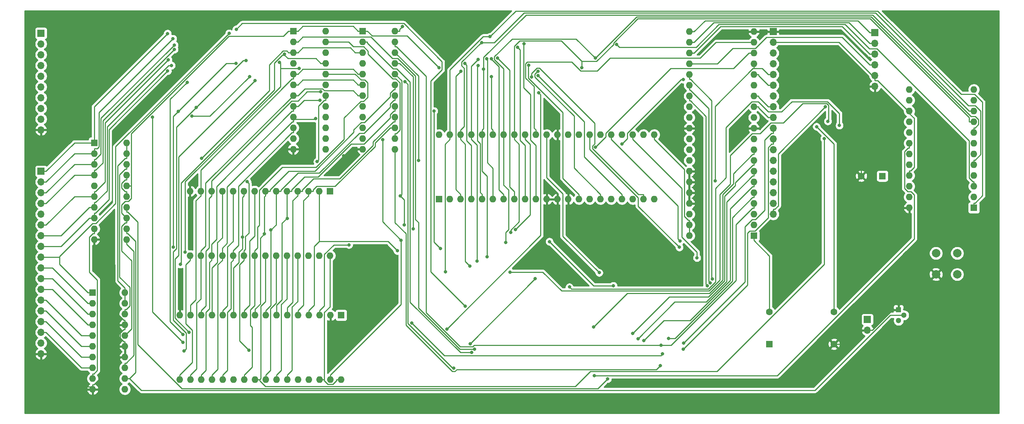
<source format=gbr>
G04 #@! TF.GenerationSoftware,KiCad,Pcbnew,5.1.6+dfsg1-1~bpo10+1*
G04 #@! TF.CreationDate,2020-05-26T13:58:40+10:00*
G04 #@! TF.ProjectId,FISC,46495343-2e6b-4696-9361-645f70636258,rev?*
G04 #@! TF.SameCoordinates,Original*
G04 #@! TF.FileFunction,Copper,L2,Bot*
G04 #@! TF.FilePolarity,Positive*
%FSLAX46Y46*%
G04 Gerber Fmt 4.6, Leading zero omitted, Abs format (unit mm)*
G04 Created by KiCad (PCBNEW 5.1.6+dfsg1-1~bpo10+1) date 2020-05-26 13:58:40*
%MOMM*%
%LPD*%
G01*
G04 APERTURE LIST*
G04 #@! TA.AperFunction,ComponentPad*
%ADD10R,1.600000X1.600000*%
G04 #@! TD*
G04 #@! TA.AperFunction,ComponentPad*
%ADD11O,1.600000X1.600000*%
G04 #@! TD*
G04 #@! TA.AperFunction,ComponentPad*
%ADD12C,1.600000*%
G04 #@! TD*
G04 #@! TA.AperFunction,ComponentPad*
%ADD13R,1.700000X1.700000*%
G04 #@! TD*
G04 #@! TA.AperFunction,ComponentPad*
%ADD14O,1.700000X1.700000*%
G04 #@! TD*
G04 #@! TA.AperFunction,ComponentPad*
%ADD15C,2.000000*%
G04 #@! TD*
G04 #@! TA.AperFunction,ComponentPad*
%ADD16C,1.300000*%
G04 #@! TD*
G04 #@! TA.AperFunction,ComponentPad*
%ADD17R,1.300000X1.300000*%
G04 #@! TD*
G04 #@! TA.AperFunction,ViaPad*
%ADD18C,0.800000*%
G04 #@! TD*
G04 #@! TA.AperFunction,Conductor*
%ADD19C,0.250000*%
G04 #@! TD*
G04 #@! TA.AperFunction,Conductor*
%ADD20C,0.254000*%
G04 #@! TD*
G04 APERTURE END LIST*
D10*
X81788000Y-20701000D03*
D11*
X89408000Y-48641000D03*
X81788000Y-23241000D03*
X89408000Y-46101000D03*
X81788000Y-25781000D03*
X89408000Y-43561000D03*
X81788000Y-28321000D03*
X89408000Y-41021000D03*
X81788000Y-30861000D03*
X89408000Y-38481000D03*
X81788000Y-33401000D03*
X89408000Y-35941000D03*
X81788000Y-35941000D03*
X89408000Y-33401000D03*
X81788000Y-38481000D03*
X89408000Y-30861000D03*
X81788000Y-41021000D03*
X89408000Y-28321000D03*
X81788000Y-43561000D03*
X89408000Y-25781000D03*
X81788000Y-46101000D03*
X89408000Y-23241000D03*
X81788000Y-48641000D03*
X89408000Y-20701000D03*
D10*
X98171000Y-20701000D03*
D11*
X105791000Y-48641000D03*
X98171000Y-23241000D03*
X105791000Y-46101000D03*
X98171000Y-25781000D03*
X105791000Y-43561000D03*
X98171000Y-28321000D03*
X105791000Y-41021000D03*
X98171000Y-30861000D03*
X105791000Y-38481000D03*
X98171000Y-33401000D03*
X105791000Y-35941000D03*
X98171000Y-35941000D03*
X105791000Y-33401000D03*
X98171000Y-38481000D03*
X105791000Y-30861000D03*
X98171000Y-41021000D03*
X105791000Y-28321000D03*
X98171000Y-43561000D03*
X105791000Y-25781000D03*
X98171000Y-46101000D03*
X105791000Y-23241000D03*
X98171000Y-48641000D03*
X105791000Y-20701000D03*
D10*
X90424000Y-58547000D03*
D11*
X57404000Y-73787000D03*
X87884000Y-58547000D03*
X59944000Y-73787000D03*
X85344000Y-58547000D03*
X62484000Y-73787000D03*
X82804000Y-58547000D03*
X65024000Y-73787000D03*
X80264000Y-58547000D03*
X67564000Y-73787000D03*
X77724000Y-58547000D03*
X70104000Y-73787000D03*
X75184000Y-58547000D03*
X72644000Y-73787000D03*
X72644000Y-58547000D03*
X75184000Y-73787000D03*
X70104000Y-58547000D03*
X77724000Y-73787000D03*
X67564000Y-58547000D03*
X80264000Y-73787000D03*
X65024000Y-58547000D03*
X82804000Y-73787000D03*
X62484000Y-58547000D03*
X85344000Y-73787000D03*
X59944000Y-58547000D03*
X87884000Y-73787000D03*
X57404000Y-58547000D03*
X90424000Y-73787000D03*
D10*
X116205000Y-60452000D03*
D11*
X167005000Y-45212000D03*
X118745000Y-60452000D03*
X164465000Y-45212000D03*
X121285000Y-60452000D03*
X161925000Y-45212000D03*
X123825000Y-60452000D03*
X159385000Y-45212000D03*
X126365000Y-60452000D03*
X156845000Y-45212000D03*
X128905000Y-60452000D03*
X154305000Y-45212000D03*
X131445000Y-60452000D03*
X151765000Y-45212000D03*
X133985000Y-60452000D03*
X149225000Y-45212000D03*
X136525000Y-60452000D03*
X146685000Y-45212000D03*
X139065000Y-60452000D03*
X144145000Y-45212000D03*
X141605000Y-60452000D03*
X141605000Y-45212000D03*
X144145000Y-60452000D03*
X139065000Y-45212000D03*
X146685000Y-60452000D03*
X136525000Y-45212000D03*
X149225000Y-60452000D03*
X133985000Y-45212000D03*
X151765000Y-60452000D03*
X131445000Y-45212000D03*
X154305000Y-60452000D03*
X128905000Y-45212000D03*
X156845000Y-60452000D03*
X126365000Y-45212000D03*
X159385000Y-60452000D03*
X123825000Y-45212000D03*
X161925000Y-60452000D03*
X121285000Y-45212000D03*
X164465000Y-60452000D03*
X118745000Y-45212000D03*
X167005000Y-60452000D03*
X116205000Y-45212000D03*
D10*
X190500000Y-69088000D03*
D11*
X175260000Y-20828000D03*
X190500000Y-66548000D03*
X175260000Y-23368000D03*
X190500000Y-64008000D03*
X175260000Y-25908000D03*
X190500000Y-61468000D03*
X175260000Y-28448000D03*
X190500000Y-58928000D03*
X175260000Y-30988000D03*
X190500000Y-56388000D03*
X175260000Y-33528000D03*
X190500000Y-53848000D03*
X175260000Y-36068000D03*
X190500000Y-51308000D03*
X175260000Y-38608000D03*
X190500000Y-48768000D03*
X175260000Y-41148000D03*
X190500000Y-46228000D03*
X175260000Y-43688000D03*
X190500000Y-43688000D03*
X175260000Y-46228000D03*
X190500000Y-41148000D03*
X175260000Y-48768000D03*
X190500000Y-38608000D03*
X175260000Y-51308000D03*
X190500000Y-36068000D03*
X175260000Y-53848000D03*
X190500000Y-33528000D03*
X175260000Y-56388000D03*
X190500000Y-30988000D03*
X175260000Y-58928000D03*
X190500000Y-28448000D03*
X175260000Y-61468000D03*
X190500000Y-25908000D03*
X175260000Y-64008000D03*
X190500000Y-23368000D03*
X175260000Y-66548000D03*
X190500000Y-20828000D03*
X175260000Y-69088000D03*
D10*
X220853000Y-54991000D03*
D12*
X215853000Y-54991000D03*
D13*
X22225000Y-21209000D03*
D14*
X22225000Y-23749000D03*
X22225000Y-26289000D03*
X22225000Y-28829000D03*
X22225000Y-31369000D03*
X22225000Y-33909000D03*
X22225000Y-36449000D03*
X22225000Y-38989000D03*
X22225000Y-41529000D03*
X22225000Y-44069000D03*
D13*
X22225000Y-53848000D03*
D14*
X22225000Y-56388000D03*
X22225000Y-58928000D03*
X22225000Y-61468000D03*
X22225000Y-64008000D03*
X22225000Y-66548000D03*
X22225000Y-69088000D03*
X22225000Y-71628000D03*
X22225000Y-74168000D03*
X22225000Y-76708000D03*
X22225000Y-79248000D03*
X22225000Y-81788000D03*
X22225000Y-84328000D03*
X22225000Y-86868000D03*
X22225000Y-89408000D03*
X22225000Y-91948000D03*
X22225000Y-94488000D03*
X22225000Y-97028000D03*
D13*
X219075000Y-21082000D03*
D14*
X219075000Y-23622000D03*
X219075000Y-26162000D03*
X219075000Y-28702000D03*
X219075000Y-31242000D03*
X219075000Y-33782000D03*
D10*
X34417000Y-82550000D03*
D11*
X42037000Y-105410000D03*
X34417000Y-85090000D03*
X42037000Y-102870000D03*
X34417000Y-87630000D03*
X42037000Y-100330000D03*
X34417000Y-90170000D03*
X42037000Y-97790000D03*
X34417000Y-92710000D03*
X42037000Y-95250000D03*
X34417000Y-95250000D03*
X42037000Y-92710000D03*
X34417000Y-97790000D03*
X42037000Y-90170000D03*
X34417000Y-100330000D03*
X42037000Y-87630000D03*
X34417000Y-102870000D03*
X42037000Y-85090000D03*
X34417000Y-105410000D03*
X42037000Y-82550000D03*
X42418000Y-47117000D03*
X34798000Y-69977000D03*
X42418000Y-49657000D03*
X34798000Y-67437000D03*
X42418000Y-52197000D03*
X34798000Y-64897000D03*
X42418000Y-54737000D03*
X34798000Y-62357000D03*
X42418000Y-57277000D03*
X34798000Y-59817000D03*
X42418000Y-59817000D03*
X34798000Y-57277000D03*
X42418000Y-62357000D03*
X34798000Y-54737000D03*
X42418000Y-64897000D03*
X34798000Y-52197000D03*
X42418000Y-67437000D03*
X34798000Y-49657000D03*
X42418000Y-69977000D03*
D10*
X34798000Y-47117000D03*
X194183000Y-94742000D03*
D12*
X194183000Y-87122000D03*
X209423000Y-87122000D03*
X209423000Y-94742000D03*
D15*
X238506000Y-78232000D03*
X233506000Y-78232000D03*
X233506000Y-73232000D03*
X238506000Y-73232000D03*
D16*
X225933000Y-87884000D03*
X224663000Y-89154000D03*
D17*
X224663000Y-86614000D03*
D10*
X242443000Y-62484000D03*
D11*
X227203000Y-34544000D03*
X242443000Y-59944000D03*
X227203000Y-37084000D03*
X242443000Y-57404000D03*
X227203000Y-39624000D03*
X242443000Y-54864000D03*
X227203000Y-42164000D03*
X242443000Y-52324000D03*
X227203000Y-44704000D03*
X242443000Y-49784000D03*
X227203000Y-47244000D03*
X242443000Y-47244000D03*
X227203000Y-49784000D03*
X242443000Y-44704000D03*
X227203000Y-52324000D03*
X242443000Y-42164000D03*
X227203000Y-54864000D03*
X242443000Y-39624000D03*
X227203000Y-57404000D03*
X242443000Y-37084000D03*
X227203000Y-59944000D03*
X242443000Y-34544000D03*
X227203000Y-62484000D03*
D13*
X195072000Y-20828000D03*
D14*
X195072000Y-23368000D03*
X195072000Y-25908000D03*
X195072000Y-28448000D03*
X195072000Y-30988000D03*
X195072000Y-33528000D03*
X195072000Y-36068000D03*
X195072000Y-38608000D03*
X195072000Y-41148000D03*
X195072000Y-43688000D03*
X195072000Y-46228000D03*
X195072000Y-48768000D03*
X195072000Y-51308000D03*
X195072000Y-53848000D03*
X195072000Y-56388000D03*
X195072000Y-58928000D03*
X195072000Y-61468000D03*
X195072000Y-64008000D03*
D13*
X217297000Y-88900000D03*
D14*
X217297000Y-91440000D03*
D10*
X93091000Y-87884000D03*
D11*
X54991000Y-103124000D03*
X90551000Y-87884000D03*
X57531000Y-103124000D03*
X88011000Y-87884000D03*
X60071000Y-103124000D03*
X85471000Y-87884000D03*
X62611000Y-103124000D03*
X82931000Y-87884000D03*
X65151000Y-103124000D03*
X80391000Y-87884000D03*
X67691000Y-103124000D03*
X77851000Y-87884000D03*
X70231000Y-103124000D03*
X75311000Y-87884000D03*
X72771000Y-103124000D03*
X72771000Y-87884000D03*
X75311000Y-103124000D03*
X70231000Y-87884000D03*
X77851000Y-103124000D03*
X67691000Y-87884000D03*
X80391000Y-103124000D03*
X65151000Y-87884000D03*
X82931000Y-103124000D03*
X62611000Y-87884000D03*
X85471000Y-103124000D03*
X60071000Y-87884000D03*
X88011000Y-103124000D03*
X57531000Y-87884000D03*
X90551000Y-103124000D03*
X54991000Y-87884000D03*
X93091000Y-103124000D03*
D18*
X205317900Y-43307000D03*
X93691600Y-50194400D03*
X66641900Y-21221000D03*
X102888900Y-46416400D03*
X57869200Y-40793600D03*
X71447700Y-31452600D03*
X107246600Y-70175600D03*
X55131300Y-75843000D03*
X79734400Y-26170700D03*
X53448100Y-71757500D03*
X68244200Y-28350800D03*
X54665100Y-39663900D03*
X94919100Y-71249000D03*
X55962900Y-96375300D03*
X116527100Y-72131400D03*
X114998200Y-39611400D03*
X70669700Y-27686000D03*
X58910600Y-38735000D03*
X56232000Y-72969400D03*
X83166400Y-29569500D03*
X78499200Y-28078200D03*
X106337400Y-72660900D03*
X87443400Y-51577600D03*
X142244100Y-70493100D03*
X157335100Y-80931000D03*
X109778000Y-89737700D03*
X168971600Y-97047500D03*
X116177100Y-29379600D03*
X155985200Y-102932700D03*
X111365100Y-51257300D03*
X52115000Y-21294700D03*
X52124400Y-30146200D03*
X69770400Y-69411500D03*
X53387500Y-22493600D03*
X110085700Y-67438900D03*
X53023800Y-28851200D03*
X53710000Y-24012400D03*
X107975900Y-66537000D03*
X107046500Y-59721000D03*
X80403700Y-65012200D03*
X52260300Y-27522600D03*
X53714200Y-25042900D03*
X74995500Y-68668600D03*
X76496600Y-67760700D03*
X168455100Y-99782600D03*
X124608200Y-95947400D03*
X60129200Y-50776800D03*
X128229400Y-22043500D03*
X117720000Y-77612500D03*
X88232800Y-35071000D03*
X126276800Y-23423500D03*
X123508400Y-76233800D03*
X158106700Y-23844300D03*
X125426900Y-27441600D03*
X125172400Y-75087800D03*
X127498800Y-74067400D03*
X126723600Y-29669700D03*
X128582300Y-31496000D03*
X131927800Y-70671000D03*
X88093000Y-37049300D03*
X153098600Y-27118400D03*
X149911100Y-29399400D03*
X87025900Y-41355400D03*
X133093000Y-68343600D03*
X134214300Y-67673000D03*
X170381900Y-93345000D03*
X123906500Y-96701900D03*
X168591600Y-95014900D03*
X68318900Y-20282300D03*
X122403500Y-85738500D03*
X207126100Y-46148600D03*
X136237300Y-23739100D03*
X134741100Y-24571900D03*
X129961600Y-27085200D03*
X128510900Y-27257000D03*
X127488700Y-27262900D03*
X125404100Y-28826200D03*
X122279100Y-28366200D03*
X121362700Y-30221700D03*
X153997100Y-77835200D03*
X137359100Y-28745500D03*
X139588300Y-30229300D03*
X139562900Y-31229800D03*
X138055600Y-31590800D03*
X132925600Y-77713000D03*
X207955600Y-42037000D03*
X146972500Y-81225800D03*
X210700000Y-43011300D03*
X180680800Y-79306600D03*
X180181900Y-80222500D03*
X179477800Y-80933200D03*
X207382800Y-38607600D03*
X177072700Y-74317500D03*
X172917700Y-71820700D03*
X173079200Y-70348900D03*
X173852400Y-95885000D03*
X173940800Y-94477500D03*
X152826400Y-102168200D03*
X164531600Y-93922500D03*
X163144200Y-93441700D03*
X161869700Y-92202000D03*
X152675100Y-90657700D03*
X181343000Y-56129300D03*
X153138900Y-48170400D03*
X159370100Y-47416600D03*
X173842500Y-32154100D03*
X107533800Y-19673100D03*
X71353700Y-96196400D03*
X70929800Y-56331400D03*
X139721300Y-35326100D03*
X118010500Y-91157300D03*
X138865800Y-79276200D03*
X123532700Y-94609300D03*
X108178000Y-32633800D03*
X119661000Y-100417800D03*
X48568700Y-41023800D03*
X55731800Y-94295300D03*
X56721000Y-32836500D03*
X55757400Y-92408300D03*
X72727500Y-32416400D03*
X57208100Y-91905700D03*
D19*
X209423000Y-87122000D02*
X209423000Y-47412100D01*
X209423000Y-47412100D02*
X205317900Y-43307000D01*
X22225000Y-97028000D02*
X23400300Y-97028000D01*
X34417000Y-104847300D02*
X31219600Y-104847300D01*
X31219600Y-104847300D02*
X23400300Y-97028000D01*
X34417000Y-104847300D02*
X34417000Y-104284700D01*
X34417000Y-105410000D02*
X34417000Y-104847300D01*
X42037000Y-97790000D02*
X40911700Y-97790000D01*
X40911700Y-97790000D02*
X40911700Y-98071300D01*
X40911700Y-98071300D02*
X34698300Y-104284700D01*
X34698300Y-104284700D02*
X34417000Y-104284700D01*
X42037000Y-95250000D02*
X42037000Y-97790000D01*
X216121700Y-91440000D02*
X212819700Y-94742000D01*
X212819700Y-94742000D02*
X209423000Y-94742000D01*
X97045700Y-48641000D02*
X95492300Y-50194400D01*
X95492300Y-50194400D02*
X93691600Y-50194400D01*
X219075000Y-33782000D02*
X219075000Y-34957300D01*
X219075000Y-34957300D02*
X215853000Y-38179300D01*
X215853000Y-38179300D02*
X215853000Y-54991000D01*
X227203000Y-62484000D02*
X223346000Y-62484000D01*
X223346000Y-62484000D02*
X215853000Y-54991000D01*
X98171000Y-48641000D02*
X97045700Y-48641000D01*
X217297000Y-91440000D02*
X216121700Y-91440000D01*
X42418000Y-54737000D02*
X42418000Y-55862300D01*
X42418000Y-59817000D02*
X42418000Y-58691700D01*
X42418000Y-58691700D02*
X42136700Y-58691700D01*
X42136700Y-58691700D02*
X41292700Y-57847700D01*
X41292700Y-57847700D02*
X41292700Y-56706200D01*
X41292700Y-56706200D02*
X42136600Y-55862300D01*
X42136600Y-55862300D02*
X42418000Y-55862300D01*
X42037000Y-90170000D02*
X42037000Y-91295300D01*
X146685000Y-59326700D02*
X144145000Y-56786700D01*
X144145000Y-56786700D02*
X144145000Y-46337300D01*
X144145000Y-45212000D02*
X144145000Y-46337300D01*
X42037000Y-90170000D02*
X42037000Y-89044700D01*
X34798000Y-69977000D02*
X34798000Y-71102300D01*
X34798000Y-71102300D02*
X39623400Y-75927700D01*
X39623400Y-75927700D02*
X39623400Y-86912400D01*
X39623400Y-86912400D02*
X41755700Y-89044700D01*
X41755700Y-89044700D02*
X42037000Y-89044700D01*
X42037000Y-95250000D02*
X42037000Y-94124700D01*
X42037000Y-91295300D02*
X41755600Y-91295300D01*
X41755600Y-91295300D02*
X40911700Y-92139200D01*
X40911700Y-92139200D02*
X40911700Y-93280800D01*
X40911700Y-93280800D02*
X41755600Y-94124700D01*
X41755600Y-94124700D02*
X42037000Y-94124700D01*
X146685000Y-60452000D02*
X146685000Y-59326700D01*
X217297000Y-91440000D02*
X218472300Y-91440000D01*
X224663000Y-86614000D02*
X223298300Y-86614000D01*
X223298300Y-86614000D02*
X218472300Y-91440000D01*
X175260000Y-56388000D02*
X175260000Y-53848000D01*
X175260000Y-58928000D02*
X175260000Y-56388000D01*
X175260000Y-61468000D02*
X175260000Y-58928000D01*
X26591900Y-74168000D02*
X26591900Y-73977200D01*
X26591900Y-73977200D02*
X34402100Y-66167000D01*
X34402100Y-66167000D02*
X35162700Y-66167000D01*
X35162700Y-66167000D02*
X39845900Y-61483800D01*
X39845900Y-61483800D02*
X39845900Y-48017000D01*
X39845900Y-48017000D02*
X66641900Y-21221000D01*
X33291700Y-82550000D02*
X26591900Y-75850200D01*
X26591900Y-75850200D02*
X26591900Y-74168000D01*
X26591900Y-74168000D02*
X22225000Y-74168000D01*
X80391000Y-103124000D02*
X80391000Y-101998700D01*
X80391000Y-101998700D02*
X81516300Y-100873400D01*
X81516300Y-100873400D02*
X81516300Y-85951700D01*
X81516300Y-85951700D02*
X82804000Y-84664000D01*
X82804000Y-84664000D02*
X82804000Y-73787000D01*
X34417000Y-82550000D02*
X33291700Y-82550000D01*
X71447700Y-31452600D02*
X62106700Y-40793600D01*
X62106700Y-40793600D02*
X57869200Y-40793600D01*
X107246600Y-70175600D02*
X102888900Y-65817900D01*
X102888900Y-65817900D02*
X102888900Y-46416400D01*
X107246600Y-70175600D02*
X107246600Y-85303100D01*
X107246600Y-85303100D02*
X90551000Y-101998700D01*
X90551000Y-103124000D02*
X90551000Y-101998700D01*
X22225000Y-91948000D02*
X23400300Y-91948000D01*
X34417000Y-100330000D02*
X31782300Y-100330000D01*
X31782300Y-100330000D02*
X23400300Y-91948000D01*
X55131300Y-75843000D02*
X55313200Y-75661100D01*
X55313200Y-75661100D02*
X55313200Y-56618600D01*
X55313200Y-56618600D02*
X77309400Y-34622400D01*
X77309400Y-34622400D02*
X77309400Y-28237000D01*
X77309400Y-28237000D02*
X79151200Y-26395200D01*
X79151200Y-26395200D02*
X79734400Y-26395200D01*
X79734400Y-26395200D02*
X80534900Y-27195700D01*
X80534900Y-27195700D02*
X87157400Y-27195700D01*
X87157400Y-27195700D02*
X88282700Y-28321000D01*
X79734400Y-26170700D02*
X79734400Y-26395200D01*
X89408000Y-28321000D02*
X88282700Y-28321000D01*
X80264000Y-73787000D02*
X80264000Y-74912300D01*
X77851000Y-103124000D02*
X77851000Y-101998700D01*
X77851000Y-101998700D02*
X78976300Y-100873400D01*
X78976300Y-100873400D02*
X78976300Y-85369500D01*
X78976300Y-85369500D02*
X80264000Y-84081800D01*
X80264000Y-84081800D02*
X80264000Y-74912300D01*
X33291700Y-85090000D02*
X24909700Y-76708000D01*
X24909700Y-76708000D02*
X22225000Y-76708000D01*
X34417000Y-85090000D02*
X33291700Y-85090000D01*
X54665100Y-39663900D02*
X53448200Y-40880800D01*
X53448200Y-40880800D02*
X53448200Y-71757500D01*
X53448200Y-71757500D02*
X53448100Y-71757500D01*
X54665100Y-39663900D02*
X65978200Y-28350800D01*
X65978200Y-28350800D02*
X68244200Y-28350800D01*
X88011000Y-87884000D02*
X88011000Y-86758700D01*
X88011000Y-86758700D02*
X89136300Y-85633400D01*
X89136300Y-85633400D02*
X89136300Y-73482900D01*
X89136300Y-73482900D02*
X91370200Y-71249000D01*
X91370200Y-71249000D02*
X94919100Y-71249000D01*
X22225000Y-89408000D02*
X23400300Y-89408000D01*
X34417000Y-97790000D02*
X31782300Y-97790000D01*
X31782300Y-97790000D02*
X23400300Y-89408000D01*
X70231000Y-101998700D02*
X72079900Y-100149800D01*
X72079900Y-100149800D02*
X72079900Y-90784500D01*
X72079900Y-90784500D02*
X71643700Y-90348300D01*
X71643700Y-90348300D02*
X71643700Y-86612200D01*
X71643700Y-86612200D02*
X72644000Y-85611900D01*
X72644000Y-85611900D02*
X72644000Y-73787000D01*
X89408000Y-30861000D02*
X96408800Y-30861000D01*
X96408800Y-30861000D02*
X97823400Y-32275600D01*
X97823400Y-32275600D02*
X98699400Y-32275600D01*
X98699400Y-32275600D02*
X99340300Y-32916500D01*
X99340300Y-32916500D02*
X99340300Y-36363500D01*
X99340300Y-36363500D02*
X98348200Y-37355600D01*
X98348200Y-37355600D02*
X97695900Y-37355600D01*
X97695900Y-37355600D02*
X93789500Y-41262000D01*
X93789500Y-41262000D02*
X93789500Y-46271300D01*
X93789500Y-46271300D02*
X87125400Y-52935400D01*
X87125400Y-52935400D02*
X79173200Y-52935400D01*
X79173200Y-52935400D02*
X73769300Y-58339300D01*
X73769300Y-58339300D02*
X73769300Y-66623500D01*
X73769300Y-66623500D02*
X73319100Y-67073700D01*
X73319100Y-67073700D02*
X73319100Y-71986600D01*
X73319100Y-71986600D02*
X72644000Y-72661700D01*
X72644000Y-73787000D02*
X72644000Y-72661700D01*
X70231000Y-103124000D02*
X70231000Y-101998700D01*
X34417000Y-87630000D02*
X33291700Y-87630000D01*
X33291700Y-87630000D02*
X24909700Y-79248000D01*
X24909700Y-79248000D02*
X22225000Y-79248000D01*
X55962900Y-96375300D02*
X56482700Y-95855500D01*
X56482700Y-95855500D02*
X56482700Y-92107800D01*
X56482700Y-92107800D02*
X53410800Y-89035900D01*
X53410800Y-89035900D02*
X53410800Y-72909800D01*
X53410800Y-72909800D02*
X54173500Y-72147100D01*
X54173500Y-72147100D02*
X54173500Y-43463600D01*
X54173500Y-43463600D02*
X58902100Y-38735000D01*
X58902100Y-38735000D02*
X58910600Y-38735000D01*
X116527100Y-72131400D02*
X114998200Y-70602500D01*
X114998200Y-70602500D02*
X114998200Y-39611400D01*
X70669700Y-27686000D02*
X69959600Y-27686000D01*
X69959600Y-27686000D02*
X58910600Y-38735000D01*
X22225000Y-86868000D02*
X23400300Y-86868000D01*
X34417000Y-95250000D02*
X31782300Y-95250000D01*
X31782300Y-95250000D02*
X23400300Y-86868000D01*
X56232000Y-72969400D02*
X56232000Y-56336700D01*
X56232000Y-56336700D02*
X78729200Y-33839500D01*
X78729200Y-33839500D02*
X78729200Y-29569500D01*
X75311000Y-103124000D02*
X75311000Y-101998700D01*
X75311000Y-101998700D02*
X76436300Y-100873400D01*
X76436300Y-100873400D02*
X76436300Y-86317400D01*
X76436300Y-86317400D02*
X77724000Y-85029700D01*
X77724000Y-85029700D02*
X77724000Y-73787000D01*
X78729200Y-29569500D02*
X78729200Y-28308200D01*
X78729200Y-28308200D02*
X78499200Y-28078200D01*
X78729200Y-29569500D02*
X83166400Y-29569500D01*
X34417000Y-90170000D02*
X33291700Y-90170000D01*
X33291700Y-90170000D02*
X24909700Y-81788000D01*
X24909700Y-81788000D02*
X22225000Y-81788000D01*
X87884000Y-70473800D02*
X104150300Y-70473800D01*
X104150300Y-70473800D02*
X106337400Y-72660900D01*
X89408000Y-37066300D02*
X89126700Y-37066300D01*
X89126700Y-37066300D02*
X87772000Y-38421000D01*
X87772000Y-38421000D02*
X87772000Y-51249000D01*
X87772000Y-51249000D02*
X87443400Y-51577600D01*
X85471000Y-86758700D02*
X86758700Y-85471000D01*
X86758700Y-85471000D02*
X86758700Y-71599100D01*
X86758700Y-71599100D02*
X87884000Y-70473800D01*
X87884000Y-70473800D02*
X87884000Y-59672300D01*
X87884000Y-58547000D02*
X87884000Y-59672300D01*
X85471000Y-87884000D02*
X85471000Y-86758700D01*
X89408000Y-35941000D02*
X89408000Y-37066300D01*
X22225000Y-84328000D02*
X23400300Y-84328000D01*
X34417000Y-92710000D02*
X31782300Y-92710000D01*
X31782300Y-92710000D02*
X23400300Y-84328000D01*
X157335100Y-80931000D02*
X152682000Y-80931000D01*
X152682000Y-80931000D02*
X142244100Y-70493100D01*
X34417000Y-102870000D02*
X34417000Y-101744700D01*
X34798000Y-67437000D02*
X34798000Y-68562300D01*
X34798000Y-68562300D02*
X34516700Y-68562300D01*
X34516700Y-68562300D02*
X33644700Y-69434300D01*
X33644700Y-69434300D02*
X33644700Y-77675000D01*
X33644700Y-77675000D02*
X35542300Y-79572600D01*
X35542300Y-79572600D02*
X35542300Y-100900800D01*
X35542300Y-100900800D02*
X34698400Y-101744700D01*
X34698400Y-101744700D02*
X34417000Y-101744700D01*
X109778000Y-89737700D02*
X117467500Y-97427200D01*
X117467500Y-97427200D02*
X168591900Y-97427200D01*
X168591900Y-97427200D02*
X168971600Y-97047500D01*
X42418000Y-52197000D02*
X42418000Y-53322300D01*
X42037000Y-87630000D02*
X42037000Y-86504700D01*
X42037000Y-86504700D02*
X42318300Y-86504700D01*
X42318300Y-86504700D02*
X43170000Y-85653000D01*
X43170000Y-85653000D02*
X43170000Y-81288500D01*
X43170000Y-81288500D02*
X40792000Y-78910500D01*
X40792000Y-78910500D02*
X40792000Y-54667000D01*
X40792000Y-54667000D02*
X42136700Y-53322300D01*
X42136700Y-53322300D02*
X42418000Y-53322300D01*
X43543300Y-57277000D02*
X43543300Y-44977200D01*
X43543300Y-44977200D02*
X66574200Y-21946300D01*
X66574200Y-21946300D02*
X79417400Y-21946300D01*
X79417400Y-21946300D02*
X80662700Y-20701000D01*
X42418000Y-64897000D02*
X42418000Y-66022300D01*
X42037000Y-92710000D02*
X43629400Y-91117600D01*
X43629400Y-91117600D02*
X43629400Y-75041400D01*
X43629400Y-75041400D02*
X41292700Y-72704700D01*
X41292700Y-72704700D02*
X41292700Y-66866200D01*
X41292700Y-66866200D02*
X42136600Y-66022300D01*
X42136600Y-66022300D02*
X42418000Y-66022300D01*
X42418000Y-64897000D02*
X41292400Y-63771400D01*
X41292400Y-63771400D02*
X41292400Y-61837300D01*
X41292400Y-61837300D02*
X42137100Y-60992600D01*
X42137100Y-60992600D02*
X42840200Y-60992600D01*
X42840200Y-60992600D02*
X43543300Y-60289500D01*
X43543300Y-60289500D02*
X43543300Y-57277000D01*
X42418000Y-57277000D02*
X43543300Y-57277000D01*
X81788000Y-20701000D02*
X80662700Y-20701000D01*
X98171000Y-20701000D02*
X99296300Y-20701000D01*
X99296300Y-20701000D02*
X100421600Y-21826300D01*
X100421600Y-21826300D02*
X108623800Y-21826300D01*
X108623800Y-21826300D02*
X116177100Y-29379600D01*
X98143300Y-20701000D02*
X98171000Y-20701000D01*
X98143300Y-20701000D02*
X98115500Y-20701000D01*
X97608400Y-20701000D02*
X97045700Y-20701000D01*
X97608400Y-20701000D02*
X98115500Y-20701000D01*
X81788000Y-20701000D02*
X82913300Y-20701000D01*
X82913300Y-20701000D02*
X84038600Y-19575700D01*
X84038600Y-19575700D02*
X95920400Y-19575700D01*
X95920400Y-19575700D02*
X97045700Y-20701000D01*
X155985200Y-102932700D02*
X153725700Y-105192200D01*
X153725700Y-105192200D02*
X55462300Y-105192200D01*
X55462300Y-105192200D02*
X45068400Y-94798300D01*
X45068400Y-94798300D02*
X45068400Y-65851400D01*
X45068400Y-65851400D02*
X42699300Y-63482300D01*
X42699300Y-63482300D02*
X42418000Y-63482300D01*
X42418000Y-62357000D02*
X42418000Y-63482300D01*
X105791000Y-25781000D02*
X111365100Y-31355100D01*
X111365100Y-31355100D02*
X111365100Y-51257300D01*
X65151000Y-87884000D02*
X65151000Y-86758700D01*
X65151000Y-86758700D02*
X66276300Y-85633400D01*
X66276300Y-85633400D02*
X66276300Y-71727700D01*
X66276300Y-71727700D02*
X67564000Y-70440000D01*
X67564000Y-70440000D02*
X67564000Y-58547000D01*
X34798000Y-47117000D02*
X34798000Y-38611700D01*
X34798000Y-38611700D02*
X52115000Y-21294700D01*
X23400300Y-53848000D02*
X30131300Y-47117000D01*
X30131300Y-47117000D02*
X34798000Y-47117000D01*
X22225000Y-53848000D02*
X23400300Y-53848000D01*
X52124400Y-30146200D02*
X38287900Y-43982700D01*
X38287900Y-43982700D02*
X38287900Y-60563100D01*
X38287900Y-60563100D02*
X35079300Y-63771700D01*
X35079300Y-63771700D02*
X34798000Y-63771700D01*
X85344000Y-58547000D02*
X85344000Y-59672300D01*
X82931000Y-87884000D02*
X82931000Y-86758700D01*
X82931000Y-86758700D02*
X84218700Y-85471000D01*
X84218700Y-85471000D02*
X84218700Y-60797600D01*
X84218700Y-60797600D02*
X85344000Y-59672300D01*
X85344000Y-58547000D02*
X86469300Y-58547000D01*
X104665700Y-43561000D02*
X101102400Y-47124300D01*
X101102400Y-47124300D02*
X101102400Y-47978300D01*
X101102400Y-47978300D02*
X91659000Y-57421700D01*
X91659000Y-57421700D02*
X87313200Y-57421700D01*
X87313200Y-57421700D02*
X86469300Y-58265600D01*
X86469300Y-58265600D02*
X86469300Y-58547000D01*
X105791000Y-43561000D02*
X104665700Y-43561000D01*
X34798000Y-64897000D02*
X34798000Y-63771700D01*
X34235400Y-64897000D02*
X34798000Y-64897000D01*
X34235400Y-64897000D02*
X33672700Y-64897000D01*
X33672700Y-64897000D02*
X26941700Y-71628000D01*
X26941700Y-71628000D02*
X22225000Y-71628000D01*
X106916300Y-28321000D02*
X110085700Y-31490400D01*
X110085700Y-31490400D02*
X110085700Y-67438900D01*
X69770400Y-69411500D02*
X69770400Y-60005900D01*
X69770400Y-60005900D02*
X70104000Y-59672300D01*
X67691000Y-86758700D02*
X67691000Y-76688400D01*
X67691000Y-76688400D02*
X68966100Y-75413300D01*
X68966100Y-75413300D02*
X68966100Y-72979500D01*
X68966100Y-72979500D02*
X69770400Y-72175200D01*
X69770400Y-72175200D02*
X69770400Y-69411500D01*
X105791000Y-28321000D02*
X106916300Y-28321000D01*
X67691000Y-87884000D02*
X67691000Y-86758700D01*
X70104000Y-58547000D02*
X70104000Y-59672300D01*
X34798000Y-49657000D02*
X34798000Y-48531700D01*
X34798000Y-48531700D02*
X35501400Y-48531700D01*
X35501400Y-48531700D02*
X35923300Y-48109800D01*
X35923300Y-48109800D02*
X35923300Y-39957800D01*
X35923300Y-39957800D02*
X53387500Y-22493600D01*
X23400300Y-56388000D02*
X30131300Y-49657000D01*
X30131300Y-49657000D02*
X34798000Y-49657000D01*
X22225000Y-56388000D02*
X23400300Y-56388000D01*
X53023800Y-28851200D02*
X52339200Y-28851200D01*
X52339200Y-28851200D02*
X37837500Y-43352900D01*
X37837500Y-43352900D02*
X37837500Y-58473500D01*
X37837500Y-58473500D02*
X35079300Y-61231700D01*
X35079300Y-61231700D02*
X34798000Y-61231700D01*
X80391000Y-86758700D02*
X80391000Y-86121800D01*
X80391000Y-86121800D02*
X81678700Y-84834100D01*
X81678700Y-84834100D02*
X81678700Y-60797600D01*
X81678700Y-60797600D02*
X82804000Y-59672300D01*
X82804000Y-58547000D02*
X82804000Y-59672300D01*
X80391000Y-87884000D02*
X80391000Y-86758700D01*
X82804000Y-58547000D02*
X83929300Y-58547000D01*
X83929300Y-58547000D02*
X83929300Y-58265700D01*
X83929300Y-58265700D02*
X86539100Y-55655900D01*
X86539100Y-55655900D02*
X92756800Y-55655900D01*
X92756800Y-55655900D02*
X100652100Y-47760600D01*
X100652100Y-47760600D02*
X100652100Y-46916100D01*
X100652100Y-46916100D02*
X105421900Y-42146300D01*
X105421900Y-42146300D02*
X105791000Y-42146300D01*
X105791000Y-41021000D02*
X105791000Y-42146300D01*
X34798000Y-62357000D02*
X34798000Y-61231700D01*
X34798000Y-62357000D02*
X33672700Y-62357000D01*
X33672700Y-62357000D02*
X26941700Y-69088000D01*
X26941700Y-69088000D02*
X22225000Y-69088000D01*
X34798000Y-52197000D02*
X34798000Y-51071700D01*
X34798000Y-51071700D02*
X35079300Y-51071700D01*
X35079300Y-51071700D02*
X36373700Y-49777300D01*
X36373700Y-49777300D02*
X36373700Y-41348700D01*
X36373700Y-41348700D02*
X53710000Y-24012400D01*
X23400300Y-58928000D02*
X30131300Y-52197000D01*
X30131300Y-52197000D02*
X34798000Y-52197000D01*
X107046500Y-59721000D02*
X107975900Y-60650400D01*
X107975900Y-60650400D02*
X107975900Y-66537000D01*
X105791000Y-30861000D02*
X107387900Y-32457900D01*
X107387900Y-32457900D02*
X107387900Y-59379600D01*
X107387900Y-59379600D02*
X107046500Y-59721000D01*
X72644000Y-59672300D02*
X72644000Y-69203100D01*
X72644000Y-69203100D02*
X71518700Y-70328400D01*
X71518700Y-70328400D02*
X71518700Y-85471000D01*
X71518700Y-85471000D02*
X70231000Y-86758700D01*
X72644000Y-59109600D02*
X72644000Y-58547000D01*
X22225000Y-58928000D02*
X23400300Y-58928000D01*
X72644000Y-59109600D02*
X72644000Y-59672300D01*
X70231000Y-87884000D02*
X70231000Y-86758700D01*
X52260300Y-27522600D02*
X37387200Y-42395700D01*
X37387200Y-42395700D02*
X37387200Y-56383800D01*
X37387200Y-56383800D02*
X35079300Y-58691700D01*
X35079300Y-58691700D02*
X34798000Y-58691700D01*
X80264000Y-58547000D02*
X81389300Y-58547000D01*
X81389300Y-58547000D02*
X81389300Y-58265700D01*
X81389300Y-58265700D02*
X84449500Y-55205500D01*
X84449500Y-55205500D02*
X87648500Y-55205500D01*
X87648500Y-55205500D02*
X95483000Y-47371000D01*
X95483000Y-47371000D02*
X98498400Y-47371000D01*
X98498400Y-47371000D02*
X104665700Y-41203700D01*
X104665700Y-41203700D02*
X104665700Y-40450200D01*
X104665700Y-40450200D02*
X105509600Y-39606300D01*
X105509600Y-39606300D02*
X105791000Y-39606300D01*
X80264000Y-65012200D02*
X80264000Y-58547000D01*
X105791000Y-38481000D02*
X105791000Y-39606300D01*
X77851000Y-86758700D02*
X77851000Y-85539600D01*
X77851000Y-85539600D02*
X79138700Y-84251900D01*
X79138700Y-84251900D02*
X79138700Y-66137500D01*
X79138700Y-66137500D02*
X80264000Y-65012200D01*
X80264000Y-65012200D02*
X80403700Y-65012200D01*
X34798000Y-59817000D02*
X34798000Y-58691700D01*
X34798000Y-59817000D02*
X30131300Y-59817000D01*
X30131300Y-59817000D02*
X23400300Y-66548000D01*
X77851000Y-87884000D02*
X77851000Y-86758700D01*
X22225000Y-66548000D02*
X23400300Y-66548000D01*
X34798000Y-53611700D02*
X35079300Y-53611700D01*
X35079300Y-53611700D02*
X36824100Y-51866900D01*
X36824100Y-51866900D02*
X36824100Y-41933000D01*
X36824100Y-41933000D02*
X53714200Y-25042900D01*
X105791000Y-34526300D02*
X105509600Y-34526300D01*
X105509600Y-34526300D02*
X104665700Y-35370200D01*
X104665700Y-35370200D02*
X104665700Y-36198200D01*
X104665700Y-36198200D02*
X98572900Y-42291000D01*
X98572900Y-42291000D02*
X97817700Y-42291000D01*
X97817700Y-42291000D02*
X96051000Y-44057700D01*
X96051000Y-44057700D02*
X96051000Y-44646700D01*
X96051000Y-44646700D02*
X86861800Y-53835900D01*
X86861800Y-53835900D02*
X80739100Y-53835900D01*
X80739100Y-53835900D02*
X76309300Y-58265700D01*
X76309300Y-58265700D02*
X76309300Y-58547000D01*
X34798000Y-54737000D02*
X34798000Y-53611700D01*
X34516700Y-54737000D02*
X34798000Y-54737000D01*
X75184000Y-58547000D02*
X75184000Y-59672300D01*
X74995500Y-68668600D02*
X74995500Y-59860800D01*
X74995500Y-59860800D02*
X75184000Y-59672300D01*
X72771000Y-87884000D02*
X72771000Y-86440100D01*
X72771000Y-86440100D02*
X73994400Y-85216700D01*
X73994400Y-85216700D02*
X73994400Y-69669700D01*
X73994400Y-69669700D02*
X74995500Y-68668600D01*
X75184000Y-58547000D02*
X76309300Y-58547000D01*
X105791000Y-33401000D02*
X105791000Y-34526300D01*
X34516700Y-54737000D02*
X34235400Y-54737000D01*
X34235400Y-54737000D02*
X30131300Y-54737000D01*
X30131300Y-54737000D02*
X23400300Y-61468000D01*
X22225000Y-61468000D02*
X23400300Y-61468000D01*
X105791000Y-37066300D02*
X105509600Y-37066300D01*
X105509600Y-37066300D02*
X104665700Y-37910200D01*
X104665700Y-37910200D02*
X104665700Y-38674500D01*
X104665700Y-38674500D02*
X98509200Y-44831000D01*
X98509200Y-44831000D02*
X97386100Y-44831000D01*
X97386100Y-44831000D02*
X87930800Y-54286300D01*
X87930800Y-54286300D02*
X82905400Y-54286300D01*
X82905400Y-54286300D02*
X78849300Y-58342400D01*
X78849300Y-58342400D02*
X78849300Y-58547000D01*
X77724000Y-58547000D02*
X78849300Y-58547000D01*
X76496600Y-67760700D02*
X77724000Y-66533300D01*
X77724000Y-66533300D02*
X77724000Y-58547000D01*
X105791000Y-35941000D02*
X105791000Y-37066300D01*
X75311000Y-86758700D02*
X76496600Y-85573100D01*
X76496600Y-85573100D02*
X76496600Y-67760700D01*
X75311000Y-87884000D02*
X75311000Y-86758700D01*
X105791000Y-48641000D02*
X105791000Y-66029400D01*
X105791000Y-66029400D02*
X108371100Y-68609500D01*
X108371100Y-68609500D02*
X108371100Y-90205100D01*
X108371100Y-90205100D02*
X119323300Y-101157300D01*
X119323300Y-101157300D02*
X119947300Y-101157300D01*
X119947300Y-101157300D02*
X120397500Y-100707100D01*
X120397500Y-100707100D02*
X120397500Y-100707000D01*
X120397500Y-100707000D02*
X167530700Y-100707000D01*
X167530700Y-100707000D02*
X168455100Y-99782600D01*
X82913300Y-23241000D02*
X84038600Y-22115700D01*
X84038600Y-22115700D02*
X100069800Y-22115700D01*
X100069800Y-22115700D02*
X105149700Y-27195600D01*
X105149700Y-27195600D02*
X106483800Y-27195600D01*
X106483800Y-27195600D02*
X110639700Y-31351500D01*
X110639700Y-31351500D02*
X110639700Y-65227300D01*
X110639700Y-65227300D02*
X111398200Y-65985800D01*
X111398200Y-65985800D02*
X111398200Y-86217000D01*
X111398200Y-86217000D02*
X121128600Y-95947400D01*
X121128600Y-95947400D02*
X124608200Y-95947400D01*
X81788000Y-23241000D02*
X82913300Y-23241000D01*
X81788000Y-25781000D02*
X80662700Y-25781000D01*
X60129200Y-50776800D02*
X76143500Y-34762500D01*
X76143500Y-34762500D02*
X76143500Y-28682700D01*
X76143500Y-28682700D02*
X79401000Y-25425200D01*
X79401000Y-25425200D02*
X80306900Y-25425200D01*
X80306900Y-25425200D02*
X80662700Y-25781000D01*
X118745000Y-44086700D02*
X118745000Y-29905300D01*
X118745000Y-29905300D02*
X126606800Y-22043500D01*
X126606800Y-22043500D02*
X128229400Y-22043500D01*
X242443000Y-61358700D02*
X242724300Y-61358700D01*
X242724300Y-61358700D02*
X244485000Y-59598000D01*
X244485000Y-59598000D02*
X244485000Y-37531600D01*
X244485000Y-37531600D02*
X242622800Y-35669400D01*
X242622800Y-35669400D02*
X239468200Y-35669400D01*
X239468200Y-35669400D02*
X219778800Y-15980000D01*
X219778800Y-15980000D02*
X134292900Y-15980000D01*
X134292900Y-15980000D02*
X128229400Y-22043500D01*
X82913300Y-25781000D02*
X84058300Y-24636000D01*
X84058300Y-24636000D02*
X95263800Y-24636000D01*
X95263800Y-24636000D02*
X96408800Y-25781000D01*
X96408800Y-25781000D02*
X97045700Y-25781000D01*
X62611000Y-87884000D02*
X62611000Y-86758700D01*
X62611000Y-86758700D02*
X62611000Y-76688400D01*
X62611000Y-76688400D02*
X63898700Y-75400700D01*
X63898700Y-75400700D02*
X63898700Y-70687900D01*
X63898700Y-70687900D02*
X65024000Y-69562600D01*
X65024000Y-69562600D02*
X65024000Y-58547000D01*
X118745000Y-46337300D02*
X117600100Y-47482200D01*
X117600100Y-47482200D02*
X117600100Y-77492600D01*
X117600100Y-77492600D02*
X117720000Y-77612500D01*
X242443000Y-62484000D02*
X242443000Y-61358700D01*
X118745000Y-45212000D02*
X118745000Y-46337300D01*
X118745000Y-45212000D02*
X118745000Y-44086700D01*
X98171000Y-25781000D02*
X97045700Y-25781000D01*
X81788000Y-25781000D02*
X82913300Y-25781000D01*
X62484000Y-58547000D02*
X62484000Y-59672300D01*
X60071000Y-87884000D02*
X60071000Y-86758700D01*
X60071000Y-86758700D02*
X61196300Y-85633400D01*
X61196300Y-85633400D02*
X61196300Y-72679300D01*
X61196300Y-72679300D02*
X61914400Y-71961200D01*
X61914400Y-71961200D02*
X61914400Y-60241900D01*
X61914400Y-60241900D02*
X62484000Y-59672300D01*
X242443000Y-52324000D02*
X242443000Y-51198700D01*
X126276800Y-23423500D02*
X129269100Y-23423500D01*
X129269100Y-23423500D02*
X136262300Y-16430300D01*
X136262300Y-16430300D02*
X219254000Y-16430300D01*
X219254000Y-16430300D02*
X241177700Y-38354000D01*
X241177700Y-38354000D02*
X242768800Y-38354000D01*
X242768800Y-38354000D02*
X244034700Y-39619900D01*
X244034700Y-39619900D02*
X244034700Y-49888400D01*
X244034700Y-49888400D02*
X242724400Y-51198700D01*
X242724400Y-51198700D02*
X242443000Y-51198700D01*
X121285000Y-44086700D02*
X122088200Y-43283500D01*
X122088200Y-43283500D02*
X122088200Y-29467500D01*
X122088200Y-29467500D02*
X121535200Y-28914500D01*
X121535200Y-28914500D02*
X121535200Y-28026000D01*
X121535200Y-28026000D02*
X126137700Y-23423500D01*
X126137700Y-23423500D02*
X126276800Y-23423500D01*
X62484000Y-58547000D02*
X62484000Y-56123900D01*
X62484000Y-56123900D02*
X81396900Y-37211000D01*
X81396900Y-37211000D02*
X82913400Y-37211000D01*
X82913400Y-37211000D02*
X85053400Y-35071000D01*
X85053400Y-35071000D02*
X88232800Y-35071000D01*
X121285000Y-45212000D02*
X121285000Y-44086700D01*
X121285000Y-45774600D02*
X121285000Y-45212000D01*
X121285000Y-46337300D02*
X122410300Y-47462600D01*
X122410300Y-47462600D02*
X122410300Y-75135700D01*
X122410300Y-75135700D02*
X123508400Y-76233800D01*
X121285000Y-45774600D02*
X121285000Y-46337300D01*
X158106700Y-23844300D02*
X158810400Y-24548000D01*
X158810400Y-24548000D02*
X176886800Y-24548000D01*
X176886800Y-24548000D02*
X182271600Y-19163200D01*
X182271600Y-19163200D02*
X212020600Y-19163200D01*
X212020600Y-19163200D02*
X217749400Y-24892000D01*
X217749400Y-24892000D02*
X219549800Y-24892000D01*
X219549800Y-24892000D02*
X241317700Y-46659900D01*
X241317700Y-46659900D02*
X241317700Y-55434800D01*
X241317700Y-55434800D02*
X242161600Y-56278700D01*
X242161600Y-56278700D02*
X242443000Y-56278700D01*
X59944000Y-59672300D02*
X58818700Y-60797600D01*
X58818700Y-60797600D02*
X58818700Y-84197200D01*
X58818700Y-84197200D02*
X57531000Y-85484900D01*
X57531000Y-85484900D02*
X57531000Y-86758700D01*
X242443000Y-57404000D02*
X242443000Y-56278700D01*
X123825000Y-46337300D02*
X125172400Y-47684700D01*
X125172400Y-47684700D02*
X125172400Y-75087800D01*
X82913300Y-30861000D02*
X84038600Y-29735700D01*
X84038600Y-29735700D02*
X95920400Y-29735700D01*
X95920400Y-29735700D02*
X97045700Y-30861000D01*
X59944000Y-58547000D02*
X59944000Y-59672300D01*
X57531000Y-87884000D02*
X57531000Y-86758700D01*
X81788000Y-30861000D02*
X81788000Y-31986300D01*
X59944000Y-58547000D02*
X59944000Y-53549000D01*
X59944000Y-53549000D02*
X81506700Y-31986300D01*
X81506700Y-31986300D02*
X81788000Y-31986300D01*
X98171000Y-30861000D02*
X97045700Y-30861000D01*
X81788000Y-30861000D02*
X82913300Y-30861000D01*
X123825000Y-45212000D02*
X123825000Y-29043500D01*
X123825000Y-29043500D02*
X125426900Y-27441600D01*
X123825000Y-45212000D02*
X123825000Y-46337300D01*
X54991000Y-101998700D02*
X57933400Y-99056300D01*
X57933400Y-99056300D02*
X57933400Y-91458200D01*
X57933400Y-91458200D02*
X56401400Y-89926200D01*
X56401400Y-89926200D02*
X56401400Y-75914900D01*
X56401400Y-75914900D02*
X57404000Y-74912300D01*
X127498800Y-74067400D02*
X127498800Y-55015100D01*
X127498800Y-55015100D02*
X126365000Y-53881300D01*
X126365000Y-53881300D02*
X126365000Y-45212000D01*
X241317700Y-39624000D02*
X218584700Y-16891000D01*
X218584700Y-16891000D02*
X136783600Y-16891000D01*
X136783600Y-16891000D02*
X126723600Y-26951000D01*
X126723600Y-26951000D02*
X126723600Y-29669700D01*
X81788000Y-33401000D02*
X82913300Y-33401000D01*
X98171000Y-33401000D02*
X97045700Y-33401000D01*
X97045700Y-33401000D02*
X95920400Y-32275700D01*
X95920400Y-32275700D02*
X84038600Y-32275700D01*
X84038600Y-32275700D02*
X82913300Y-33401000D01*
X57404000Y-73787000D02*
X57404000Y-74912300D01*
X54991000Y-103124000D02*
X54991000Y-101998700D01*
X126365000Y-45212000D02*
X126365000Y-44086700D01*
X126365000Y-44086700D02*
X126723600Y-43728100D01*
X126723600Y-43728100D02*
X126723600Y-29669700D01*
X242443000Y-39624000D02*
X241317700Y-39624000D01*
X57531000Y-103124000D02*
X57531000Y-101998700D01*
X57531000Y-101998700D02*
X58944800Y-100584900D01*
X58944800Y-100584900D02*
X58944800Y-85026300D01*
X58944800Y-85026300D02*
X59944000Y-84027100D01*
X59944000Y-84027100D02*
X59944000Y-73787000D01*
X59944000Y-73787000D02*
X59944000Y-72661700D01*
X59944000Y-72661700D02*
X61069300Y-71536400D01*
X61069300Y-71536400D02*
X61069300Y-56659700D01*
X61069300Y-56659700D02*
X81788000Y-35941000D01*
X98171000Y-35941000D02*
X97045700Y-35941000D01*
X81788000Y-35941000D02*
X82913300Y-35941000D01*
X82913300Y-35941000D02*
X84509900Y-34344400D01*
X84509900Y-34344400D02*
X88693100Y-34344400D01*
X88693100Y-34344400D02*
X89164400Y-34815700D01*
X89164400Y-34815700D02*
X95920400Y-34815700D01*
X95920400Y-34815700D02*
X97045700Y-35941000D01*
X128905000Y-45212000D02*
X128905000Y-44086700D01*
X128905000Y-44086700D02*
X128582300Y-43764000D01*
X128582300Y-43764000D02*
X128582300Y-31496000D01*
X62484000Y-73787000D02*
X62484000Y-74912300D01*
X60071000Y-103124000D02*
X60071000Y-101998700D01*
X60071000Y-101998700D02*
X61196300Y-100873400D01*
X61196300Y-100873400D02*
X61196300Y-87209000D01*
X61196300Y-87209000D02*
X62017700Y-86387600D01*
X62017700Y-86387600D02*
X62017700Y-75378600D01*
X62017700Y-75378600D02*
X62484000Y-74912300D01*
X153098600Y-27118400D02*
X148543700Y-22563500D01*
X148543700Y-22563500D02*
X133456100Y-22563500D01*
X133456100Y-22563500D02*
X129236300Y-26783300D01*
X129236300Y-26783300D02*
X129236300Y-27385600D01*
X129236300Y-27385600D02*
X131445000Y-29594300D01*
X131445000Y-29594300D02*
X131445000Y-44086700D01*
X242443000Y-43578700D02*
X242724400Y-43578700D01*
X242724400Y-43578700D02*
X243568300Y-42734800D01*
X243568300Y-42734800D02*
X243568300Y-41680300D01*
X243568300Y-41680300D02*
X242782000Y-40894000D01*
X242782000Y-40894000D02*
X241783400Y-40894000D01*
X241783400Y-40894000D02*
X218230700Y-17341300D01*
X218230700Y-17341300D02*
X162875700Y-17341300D01*
X162875700Y-17341300D02*
X153098600Y-27118400D01*
X82913300Y-38481000D02*
X84345000Y-37049300D01*
X84345000Y-37049300D02*
X88093000Y-37049300D01*
X62484000Y-73787000D02*
X62484000Y-72661700D01*
X81788000Y-39606300D02*
X81506700Y-39606300D01*
X81506700Y-39606300D02*
X63673600Y-57439400D01*
X63673600Y-57439400D02*
X63673600Y-69957800D01*
X63673600Y-69957800D02*
X62484000Y-71147400D01*
X62484000Y-71147400D02*
X62484000Y-72661700D01*
X131445000Y-45212000D02*
X131445000Y-57105000D01*
X131445000Y-57105000D02*
X132578300Y-58238300D01*
X132578300Y-58238300D02*
X132578300Y-67646400D01*
X132578300Y-67646400D02*
X131927900Y-68296800D01*
X131927900Y-68296800D02*
X131927900Y-70671000D01*
X131927900Y-70671000D02*
X131927800Y-70671000D01*
X81788000Y-38481000D02*
X81788000Y-39606300D01*
X82350700Y-38481000D02*
X81788000Y-38481000D01*
X82350700Y-38481000D02*
X82913300Y-38481000D01*
X131445000Y-45212000D02*
X131445000Y-44086700D01*
X242443000Y-44704000D02*
X242443000Y-43578700D01*
X149911100Y-27873900D02*
X145051000Y-23013800D01*
X145051000Y-23013800D02*
X135247000Y-23013800D01*
X135247000Y-23013800D02*
X133985000Y-24275800D01*
X133985000Y-24275800D02*
X133985000Y-44086700D01*
X241317700Y-42164000D02*
X241317700Y-41146100D01*
X241317700Y-41146100D02*
X217963200Y-17791600D01*
X217963200Y-17791600D02*
X163133700Y-17791600D01*
X163133700Y-17791600D02*
X157381400Y-23543900D01*
X157381400Y-23543900D02*
X157381400Y-23873200D01*
X157381400Y-23873200D02*
X153380700Y-27873900D01*
X153380700Y-27873900D02*
X149911100Y-27873900D01*
X149911100Y-27873900D02*
X149911100Y-29399400D01*
X133985000Y-45212000D02*
X133985000Y-44086700D01*
X81788000Y-41583600D02*
X86797700Y-41583600D01*
X86797700Y-41583600D02*
X87025900Y-41355400D01*
X81788000Y-42146300D02*
X81540700Y-42146300D01*
X81540700Y-42146300D02*
X66149300Y-57537700D01*
X66149300Y-57537700D02*
X66149300Y-70899500D01*
X66149300Y-70899500D02*
X65024000Y-72024800D01*
X65024000Y-72024800D02*
X65024000Y-72661700D01*
X62611000Y-101998700D02*
X63979100Y-100630600D01*
X63979100Y-100630600D02*
X63979100Y-75957200D01*
X63979100Y-75957200D02*
X65024000Y-74912300D01*
X242443000Y-42164000D02*
X241317700Y-42164000D01*
X133985000Y-45774600D02*
X133985000Y-45212000D01*
X81788000Y-41583600D02*
X81788000Y-42146300D01*
X81788000Y-41021000D02*
X81788000Y-41583600D01*
X133985000Y-46337300D02*
X135110300Y-47462600D01*
X135110300Y-47462600D02*
X135110300Y-65751300D01*
X135110300Y-65751300D02*
X133093000Y-67768600D01*
X133093000Y-67768600D02*
X133093000Y-68343600D01*
X133985000Y-45774600D02*
X133985000Y-46337300D01*
X62611000Y-103124000D02*
X62611000Y-101998700D01*
X65024000Y-73787000D02*
X65024000Y-74912300D01*
X65024000Y-73224300D02*
X65024000Y-73787000D01*
X65024000Y-73224300D02*
X65024000Y-72661700D01*
X67564000Y-73787000D02*
X67564000Y-74912300D01*
X65151000Y-103124000D02*
X65151000Y-101998700D01*
X65151000Y-101998700D02*
X66276300Y-100873400D01*
X66276300Y-100873400D02*
X66276300Y-87209000D01*
X66276300Y-87209000D02*
X67097700Y-86387600D01*
X67097700Y-86387600D02*
X67097700Y-75378600D01*
X67097700Y-75378600D02*
X67564000Y-74912300D01*
X136525000Y-46337300D02*
X137682700Y-47495000D01*
X137682700Y-47495000D02*
X137682700Y-64204600D01*
X137682700Y-64204600D02*
X134214300Y-67673000D01*
X67564000Y-73787000D02*
X67564000Y-72661700D01*
X81788000Y-44686300D02*
X81506700Y-44686300D01*
X81506700Y-44686300D02*
X68834000Y-57359000D01*
X68834000Y-57359000D02*
X68834000Y-71391700D01*
X68834000Y-71391700D02*
X67564000Y-72661700D01*
X81788000Y-43561000D02*
X81788000Y-44686300D01*
X136525000Y-45212000D02*
X136525000Y-46337300D01*
X190500000Y-60053300D02*
X190218700Y-60053300D01*
X190218700Y-60053300D02*
X185417000Y-64855000D01*
X185417000Y-64855000D02*
X185417000Y-79847100D01*
X185417000Y-79847100D02*
X171919100Y-93345000D01*
X171919100Y-93345000D02*
X170381900Y-93345000D01*
X190500000Y-58928000D02*
X190500000Y-60053300D01*
X105791000Y-46101000D02*
X105791000Y-44975700D01*
X105791000Y-44975700D02*
X106072300Y-44975700D01*
X106072300Y-44975700D02*
X106937500Y-44110500D01*
X106937500Y-44110500D02*
X106937500Y-32954400D01*
X106937500Y-32954400D02*
X105969500Y-31986400D01*
X105969500Y-31986400D02*
X105244400Y-31986400D01*
X105244400Y-31986400D02*
X99440300Y-26182300D01*
X99440300Y-26182300D02*
X99440300Y-25446000D01*
X99440300Y-25446000D02*
X98405200Y-24410900D01*
X98405200Y-24410900D02*
X95993900Y-24410900D01*
X95993900Y-24410900D02*
X94824000Y-23241000D01*
X94824000Y-23241000D02*
X89408000Y-23241000D01*
X99296300Y-23241000D02*
X99296300Y-23522300D01*
X99296300Y-23522300D02*
X105365000Y-29591000D01*
X105365000Y-29591000D02*
X106186800Y-29591000D01*
X106186800Y-29591000D02*
X109358900Y-32763100D01*
X109358900Y-32763100D02*
X109358900Y-84814600D01*
X109358900Y-84814600D02*
X121246200Y-96701900D01*
X121246200Y-96701900D02*
X123906500Y-96701900D01*
X98171000Y-23241000D02*
X99296300Y-23241000D01*
X168591600Y-95014900D02*
X170956100Y-95014900D01*
X170956100Y-95014900D02*
X186317500Y-79653500D01*
X186317500Y-79653500D02*
X186317500Y-66494500D01*
X186317500Y-66494500D02*
X190218700Y-62593300D01*
X190218700Y-62593300D02*
X190500000Y-62593300D01*
X105791000Y-24366300D02*
X106072300Y-24366300D01*
X106072300Y-24366300D02*
X113115800Y-31409800D01*
X113115800Y-31409800D02*
X113115800Y-87297700D01*
X113115800Y-87297700D02*
X121163500Y-95345400D01*
X121163500Y-95345400D02*
X124184400Y-95345400D01*
X124184400Y-95345400D02*
X124514900Y-95014900D01*
X124514900Y-95014900D02*
X168591600Y-95014900D01*
X105791000Y-23241000D02*
X105791000Y-24366300D01*
X190500000Y-61468000D02*
X190500000Y-62593300D01*
X122403500Y-85738500D02*
X114272800Y-77607800D01*
X114272800Y-77607800D02*
X114272800Y-32509400D01*
X114272800Y-32509400D02*
X116902500Y-29879700D01*
X116902500Y-29879700D02*
X116902500Y-27962200D01*
X116902500Y-27962200D02*
X107850000Y-18909700D01*
X107850000Y-18909700D02*
X69691500Y-18909700D01*
X69691500Y-18909700D02*
X68318900Y-20282300D01*
X207126100Y-46148600D02*
X207126100Y-75823600D01*
X207126100Y-75823600D02*
X181782000Y-101167700D01*
X181782000Y-101167700D02*
X151925900Y-101167700D01*
X151925900Y-101167700D02*
X148380500Y-104713100D01*
X148380500Y-104713100D02*
X75204100Y-104713100D01*
X75204100Y-104713100D02*
X73896200Y-103405200D01*
X73896200Y-103405200D02*
X73896200Y-103124000D01*
X73896200Y-103124000D02*
X74121400Y-102898800D01*
X74121400Y-102898800D02*
X74121400Y-85726600D01*
X74121400Y-85726600D02*
X75184000Y-84664000D01*
X75184000Y-84664000D02*
X75184000Y-73787000D01*
X73333700Y-103124000D02*
X73896200Y-103124000D01*
X72771000Y-103124000D02*
X73333700Y-103124000D01*
X136237300Y-23739100D02*
X136183500Y-23792900D01*
X136183500Y-23792900D02*
X136183500Y-34104200D01*
X136183500Y-34104200D02*
X137795000Y-35715700D01*
X137795000Y-35715700D02*
X137795000Y-46477300D01*
X137795000Y-46477300D02*
X139065000Y-47747300D01*
X139065000Y-47747300D02*
X139065000Y-60452000D01*
X136525000Y-60452000D02*
X136525000Y-47747300D01*
X136525000Y-47747300D02*
X135323200Y-46545500D01*
X135323200Y-46545500D02*
X135323200Y-25154000D01*
X135323200Y-25154000D02*
X134741100Y-24571900D01*
X133985000Y-59326700D02*
X133985000Y-58689800D01*
X133985000Y-58689800D02*
X132859700Y-57564500D01*
X132859700Y-57564500D02*
X132859700Y-29983300D01*
X132859700Y-29983300D02*
X129961600Y-27085200D01*
X133985000Y-60452000D02*
X133985000Y-59326700D01*
X131445000Y-59326700D02*
X130319600Y-58201300D01*
X130319600Y-58201300D02*
X130319600Y-29105800D01*
X130319600Y-29105800D02*
X128510900Y-27297100D01*
X128510900Y-27297100D02*
X128510900Y-27257000D01*
X131445000Y-60452000D02*
X131445000Y-59326700D01*
X128905000Y-59326700D02*
X128905000Y-53131200D01*
X128905000Y-53131200D02*
X127614300Y-51840500D01*
X127614300Y-51840500D02*
X127614300Y-27388500D01*
X127614300Y-27388500D02*
X127488700Y-27262900D01*
X128905000Y-60452000D02*
X128905000Y-59326700D01*
X126365000Y-60452000D02*
X126365000Y-59326700D01*
X126365000Y-59326700D02*
X125914600Y-58876300D01*
X125914600Y-58876300D02*
X125914600Y-47296900D01*
X125914600Y-47296900D02*
X125227700Y-46610000D01*
X125227700Y-46610000D02*
X125227700Y-29002600D01*
X125227700Y-29002600D02*
X125404100Y-28826200D01*
X123825000Y-59326700D02*
X123825000Y-47747300D01*
X123825000Y-47747300D02*
X122697700Y-46620000D01*
X122697700Y-46620000D02*
X122697700Y-28784800D01*
X122697700Y-28784800D02*
X122279100Y-28366200D01*
X123825000Y-60452000D02*
X123825000Y-59326700D01*
X121362700Y-30221700D02*
X120145600Y-31438800D01*
X120145600Y-31438800D02*
X120145600Y-58187300D01*
X120145600Y-58187300D02*
X121285000Y-59326700D01*
X121285000Y-60452000D02*
X121285000Y-59326700D01*
X141605000Y-46337300D02*
X141605000Y-55376700D01*
X141605000Y-55376700D02*
X145415000Y-59186700D01*
X145415000Y-59186700D02*
X145415000Y-69253100D01*
X145415000Y-69253100D02*
X153997100Y-77835200D01*
X141605000Y-45212000D02*
X141605000Y-46337300D01*
X149225000Y-60452000D02*
X149225000Y-59326700D01*
X149225000Y-59326700D02*
X145415000Y-55516700D01*
X145415000Y-55516700D02*
X145415000Y-39975900D01*
X145415000Y-39975900D02*
X137296700Y-31857600D01*
X137296700Y-31857600D02*
X137296700Y-28807900D01*
X137296700Y-28807900D02*
X137359100Y-28745500D01*
X154305000Y-59326700D02*
X148094600Y-53116300D01*
X148094600Y-53116300D02*
X148094600Y-40812700D01*
X148094600Y-40812700D02*
X138837400Y-31555500D01*
X138837400Y-31555500D02*
X138837400Y-30903700D01*
X138837400Y-30903700D02*
X139511800Y-30229300D01*
X139511800Y-30229300D02*
X139588300Y-30229300D01*
X154305000Y-60452000D02*
X154305000Y-59326700D01*
X159385000Y-59326700D02*
X150495000Y-50436700D01*
X150495000Y-50436700D02*
X150495000Y-42161900D01*
X150495000Y-42161900D02*
X139562900Y-31229800D01*
X159385000Y-60452000D02*
X159385000Y-59326700D01*
X138055600Y-31590800D02*
X138055600Y-30732900D01*
X138055600Y-30732900D02*
X139300300Y-29488200D01*
X139300300Y-29488200D02*
X139899200Y-29488200D01*
X139899200Y-29488200D02*
X152903300Y-42492300D01*
X152903300Y-42492300D02*
X152903300Y-47380300D01*
X152903300Y-47380300D02*
X152413600Y-47870000D01*
X152413600Y-47870000D02*
X152413600Y-48470800D01*
X152413600Y-48470800D02*
X163269500Y-59326700D01*
X163269500Y-59326700D02*
X164465000Y-59326700D01*
X164465000Y-60452000D02*
X164465000Y-59326700D01*
X207955600Y-42037000D02*
X208118300Y-41874300D01*
X208118300Y-41874300D02*
X208118300Y-38251000D01*
X208118300Y-38251000D02*
X207744100Y-37876800D01*
X207744100Y-37876800D02*
X202052000Y-37876800D01*
X202052000Y-37876800D02*
X197510800Y-42418000D01*
X197510800Y-42418000D02*
X194524600Y-42418000D01*
X194524600Y-42418000D02*
X191984600Y-44958000D01*
X191984600Y-44958000D02*
X190142300Y-44958000D01*
X190142300Y-44958000D02*
X184968100Y-50132200D01*
X184968100Y-50132200D02*
X184968100Y-56885500D01*
X184968100Y-56885500D02*
X182489700Y-59363900D01*
X182489700Y-59363900D02*
X182489700Y-79584100D01*
X182489700Y-79584100D02*
X179928600Y-82145200D01*
X179928600Y-82145200D02*
X145113200Y-82145200D01*
X145113200Y-82145200D02*
X140681000Y-77713000D01*
X140681000Y-77713000D02*
X132925600Y-77713000D01*
X210700000Y-43011300D02*
X210700000Y-40189300D01*
X210700000Y-40189300D02*
X207883600Y-37372900D01*
X207883600Y-37372900D02*
X199459200Y-37372900D01*
X199459200Y-37372900D02*
X197038300Y-39793800D01*
X197038300Y-39793800D02*
X193936300Y-39793800D01*
X193936300Y-39793800D02*
X191576900Y-37434400D01*
X191576900Y-37434400D02*
X190049800Y-37434400D01*
X190049800Y-37434400D02*
X183948100Y-43536100D01*
X183948100Y-43536100D02*
X183948100Y-55357900D01*
X183948100Y-55357900D02*
X181438700Y-57867300D01*
X181438700Y-57867300D02*
X181438700Y-79998200D01*
X181438700Y-79998200D02*
X179742100Y-81694800D01*
X179742100Y-81694800D02*
X147441500Y-81694800D01*
X147441500Y-81694800D02*
X146972500Y-81225800D01*
X175260000Y-32113300D02*
X175541300Y-32113300D01*
X175541300Y-32113300D02*
X180577000Y-37149000D01*
X180577000Y-37149000D02*
X180577000Y-79202800D01*
X180577000Y-79202800D02*
X180680800Y-79306600D01*
X175260000Y-30988000D02*
X175260000Y-32113300D01*
X175260000Y-34653300D02*
X175449100Y-34653300D01*
X175449100Y-34653300D02*
X179851700Y-39055900D01*
X179851700Y-39055900D02*
X179851700Y-79892300D01*
X179851700Y-79892300D02*
X180181900Y-80222500D01*
X175260000Y-33528000D02*
X175260000Y-34653300D01*
X175260000Y-37193300D02*
X175510700Y-37193300D01*
X175510700Y-37193300D02*
X179174500Y-40857100D01*
X179174500Y-40857100D02*
X179174500Y-80629900D01*
X179174500Y-80629900D02*
X179477800Y-80933200D01*
X175260000Y-36068000D02*
X175260000Y-37193300D01*
X195072000Y-62832700D02*
X195439400Y-62832700D01*
X195439400Y-62832700D02*
X196247300Y-62024800D01*
X196247300Y-62024800D02*
X196247300Y-49743100D01*
X196247300Y-49743100D02*
X207382800Y-38607600D01*
X195072000Y-64008000D02*
X195072000Y-62832700D01*
X190500000Y-38608000D02*
X191625300Y-38608000D01*
X195072000Y-41148000D02*
X193896700Y-41148000D01*
X193896700Y-41148000D02*
X191625300Y-38876600D01*
X191625300Y-38876600D02*
X191625300Y-38608000D01*
X190500000Y-36068000D02*
X191625300Y-36068000D01*
X195072000Y-38608000D02*
X193896700Y-38608000D01*
X193896700Y-38608000D02*
X191625300Y-36336600D01*
X191625300Y-36336600D02*
X191625300Y-36068000D01*
X161925000Y-46337300D02*
X173508100Y-57920400D01*
X173508100Y-57920400D02*
X173508100Y-69407800D01*
X173508100Y-69407800D02*
X177072700Y-72972400D01*
X177072700Y-72972400D02*
X177072700Y-74317500D01*
X161925000Y-45212000D02*
X161925000Y-46337300D01*
X151765000Y-45212000D02*
X151765000Y-48687800D01*
X151765000Y-48687800D02*
X163195000Y-60117800D01*
X163195000Y-60117800D02*
X163195000Y-62098000D01*
X163195000Y-62098000D02*
X172917700Y-71820700D01*
X156845000Y-45212000D02*
X156845000Y-46337300D01*
X173079200Y-70348900D02*
X172595700Y-69865400D01*
X172595700Y-69865400D02*
X172595700Y-62088000D01*
X172595700Y-62088000D02*
X156845000Y-46337300D01*
X195072000Y-47403300D02*
X194704600Y-47403300D01*
X194704600Y-47403300D02*
X193896700Y-48211200D01*
X193896700Y-48211200D02*
X193896700Y-64809200D01*
X193896700Y-64809200D02*
X190743300Y-67962600D01*
X190743300Y-67962600D02*
X189510500Y-67962600D01*
X189510500Y-67962600D02*
X188995800Y-68477300D01*
X188995800Y-68477300D02*
X188995800Y-80741600D01*
X188995800Y-80741600D02*
X173852400Y-95885000D01*
X195072000Y-46228000D02*
X195072000Y-47403300D01*
X195072000Y-43688000D02*
X195072000Y-44863300D01*
X173940800Y-94477500D02*
X188400800Y-80017500D01*
X188400800Y-80017500D02*
X188400800Y-66988200D01*
X188400800Y-66988200D02*
X190111000Y-65278000D01*
X190111000Y-65278000D02*
X190868200Y-65278000D01*
X190868200Y-65278000D02*
X193052500Y-63093700D01*
X193052500Y-63093700D02*
X193052500Y-46515500D01*
X193052500Y-46515500D02*
X194704700Y-44863300D01*
X194704700Y-44863300D02*
X195072000Y-44863300D01*
X227203000Y-48369300D02*
X226921700Y-48369300D01*
X226921700Y-48369300D02*
X226071100Y-49219900D01*
X226071100Y-49219900D02*
X226071100Y-57912000D01*
X226071100Y-57912000D02*
X226833100Y-58674000D01*
X226833100Y-58674000D02*
X227594100Y-58674000D01*
X227594100Y-58674000D02*
X228370000Y-59449900D01*
X228370000Y-59449900D02*
X228370000Y-69836500D01*
X228370000Y-69836500D02*
X196038300Y-102168200D01*
X196038300Y-102168200D02*
X152826400Y-102168200D01*
X227203000Y-47244000D02*
X227203000Y-48369300D01*
X190500000Y-57513300D02*
X190218700Y-57513300D01*
X190218700Y-57513300D02*
X184966600Y-62765400D01*
X184966600Y-62765400D02*
X184966600Y-79660600D01*
X184966600Y-79660600D02*
X175468700Y-89158500D01*
X175468700Y-89158500D02*
X169295600Y-89158500D01*
X169295600Y-89158500D02*
X164531600Y-93922500D01*
X190500000Y-56388000D02*
X190500000Y-57513300D01*
X190500000Y-54973300D02*
X190218700Y-54973300D01*
X190218700Y-54973300D02*
X184066000Y-61126000D01*
X184066000Y-61126000D02*
X184066000Y-79924300D01*
X184066000Y-79924300D02*
X179233200Y-84757100D01*
X179233200Y-84757100D02*
X171828800Y-84757100D01*
X171828800Y-84757100D02*
X163144200Y-93441700D01*
X190500000Y-53848000D02*
X190500000Y-54973300D01*
X190500000Y-52433300D02*
X190278600Y-52433300D01*
X190278600Y-52433300D02*
X186133400Y-56578500D01*
X186133400Y-56578500D02*
X186133400Y-57257500D01*
X186133400Y-57257500D02*
X183615700Y-59775200D01*
X183615700Y-59775200D02*
X183615700Y-79737700D01*
X183615700Y-79737700D02*
X179807700Y-83545700D01*
X179807700Y-83545700D02*
X170526000Y-83545700D01*
X170526000Y-83545700D02*
X161869700Y-92202000D01*
X190500000Y-51308000D02*
X190500000Y-52433300D01*
X190500000Y-49893300D02*
X190218700Y-49893300D01*
X190218700Y-49893300D02*
X185683000Y-54429000D01*
X185683000Y-54429000D02*
X185683000Y-56807500D01*
X185683000Y-56807500D02*
X183165400Y-59325100D01*
X183165400Y-59325100D02*
X183165400Y-79551100D01*
X183165400Y-79551100D02*
X180030400Y-82686100D01*
X180030400Y-82686100D02*
X160646700Y-82686100D01*
X160646700Y-82686100D02*
X152675100Y-90657700D01*
X190500000Y-48768000D02*
X190500000Y-49893300D01*
X190500000Y-29573300D02*
X190275900Y-29573300D01*
X190275900Y-29573300D02*
X181343000Y-38506200D01*
X181343000Y-38506200D02*
X181343000Y-56129300D01*
X193896700Y-30988000D02*
X192482000Y-29573300D01*
X192482000Y-29573300D02*
X190500000Y-29573300D01*
X195072000Y-30988000D02*
X193896700Y-30988000D01*
X190500000Y-28448000D02*
X190500000Y-29573300D01*
X190500000Y-25908000D02*
X189374700Y-25908000D01*
X189374700Y-25908000D02*
X185709400Y-29573300D01*
X185709400Y-29573300D02*
X170885400Y-29573300D01*
X170885400Y-29573300D02*
X155575000Y-44883700D01*
X155575000Y-44883700D02*
X155575000Y-45734300D01*
X155575000Y-45734300D02*
X153138900Y-48170400D01*
X190500000Y-23368000D02*
X181585700Y-23368000D01*
X181585700Y-23368000D02*
X177864400Y-27089300D01*
X177864400Y-27089300D02*
X156536300Y-27089300D01*
X156536300Y-27089300D02*
X153500900Y-30124700D01*
X153500900Y-30124700D02*
X149610700Y-30124700D01*
X149610700Y-30124700D02*
X147506200Y-28020200D01*
X147506200Y-28020200D02*
X137058700Y-28020200D01*
X137058700Y-28020200D02*
X136633800Y-28445100D01*
X136633800Y-28445100D02*
X136633800Y-31831600D01*
X136633800Y-31831600D02*
X138598700Y-33796500D01*
X138598700Y-33796500D02*
X138598700Y-43620400D01*
X138598700Y-43620400D02*
X139065000Y-44086700D01*
X139065000Y-45212000D02*
X139065000Y-44086700D01*
X159370100Y-47416600D02*
X160655000Y-46131700D01*
X160655000Y-46131700D02*
X160655000Y-44851200D01*
X160655000Y-44851200D02*
X173352100Y-32154100D01*
X173352100Y-32154100D02*
X173842500Y-32154100D01*
X190500000Y-30988000D02*
X191625300Y-30988000D01*
X195072000Y-33528000D02*
X193896700Y-33528000D01*
X193896700Y-33528000D02*
X191625300Y-31256600D01*
X191625300Y-31256600D02*
X191625300Y-30988000D01*
X219075000Y-31829600D02*
X210613400Y-23368000D01*
X210613400Y-23368000D02*
X195072000Y-23368000D01*
X219075000Y-31829600D02*
X219075000Y-32417300D01*
X219075000Y-31242000D02*
X219075000Y-31829600D01*
X227203000Y-39905300D02*
X219715000Y-32417300D01*
X219715000Y-32417300D02*
X219075000Y-32417300D01*
X227203000Y-39905300D02*
X227203000Y-40186600D01*
X227203000Y-39624000D02*
X227203000Y-39905300D01*
X227203000Y-54864000D02*
X227203000Y-53738700D01*
X227203000Y-53738700D02*
X227484300Y-53738700D01*
X227484300Y-53738700D02*
X228346600Y-52876400D01*
X228346600Y-52876400D02*
X228346600Y-41330200D01*
X228346600Y-41330200D02*
X227203000Y-40186600D01*
X89136300Y-103124000D02*
X89136300Y-87209000D01*
X89136300Y-87209000D02*
X90424000Y-85921300D01*
X90424000Y-85921300D02*
X90424000Y-73787000D01*
X89023700Y-103124000D02*
X89136300Y-103124000D01*
X88011000Y-103124000D02*
X89023700Y-103124000D01*
X93091000Y-103124000D02*
X91965700Y-103124000D01*
X91965700Y-103124000D02*
X91965700Y-103405300D01*
X91965700Y-103405300D02*
X91121700Y-104249300D01*
X91121700Y-104249300D02*
X89980200Y-104249300D01*
X89980200Y-104249300D02*
X89136300Y-103405400D01*
X89136300Y-103405400D02*
X89136300Y-103124000D01*
X42418000Y-50782300D02*
X42136700Y-50782300D01*
X42136700Y-50782300D02*
X40341600Y-52577400D01*
X40341600Y-52577400D02*
X40341600Y-79729300D01*
X40341600Y-79729300D02*
X42037000Y-81424700D01*
X190500000Y-69088000D02*
X190500000Y-70213300D01*
X194183000Y-87122000D02*
X194183000Y-73896300D01*
X194183000Y-73896300D02*
X190500000Y-70213300D01*
X42037000Y-82550000D02*
X42037000Y-81424700D01*
X42037000Y-85090000D02*
X42037000Y-82550000D01*
X42418000Y-49657000D02*
X42418000Y-50782300D01*
X42418000Y-49657000D02*
X42418000Y-47117000D01*
X105791000Y-20701000D02*
X106916300Y-20701000D01*
X107533800Y-19673100D02*
X106916300Y-20290600D01*
X106916300Y-20290600D02*
X106916300Y-20701000D01*
X175260000Y-65422700D02*
X175020400Y-65422700D01*
X175020400Y-65422700D02*
X174101800Y-64504100D01*
X174101800Y-64504100D02*
X174101800Y-53434100D01*
X174101800Y-53434100D02*
X167005000Y-46337300D01*
X167005000Y-45212000D02*
X167005000Y-46337300D01*
X175260000Y-66548000D02*
X175260000Y-65422700D01*
X175260000Y-69088000D02*
X175260000Y-66548000D01*
X175260000Y-20828000D02*
X176385300Y-20828000D01*
X219075000Y-21082000D02*
X217899700Y-21082000D01*
X217899700Y-21082000D02*
X215059700Y-18242000D01*
X215059700Y-18242000D02*
X178971300Y-18242000D01*
X178971300Y-18242000D02*
X176385300Y-20828000D01*
X176385300Y-23368000D02*
X181040500Y-18712800D01*
X181040500Y-18712800D02*
X212990500Y-18712800D01*
X212990500Y-18712800D02*
X217899700Y-23622000D01*
X175260000Y-23368000D02*
X176385300Y-23368000D01*
X219075000Y-23622000D02*
X217899700Y-23622000D01*
X176385300Y-25908000D02*
X182658500Y-19634800D01*
X182658500Y-19634800D02*
X211372500Y-19634800D01*
X211372500Y-19634800D02*
X217899700Y-26162000D01*
X175260000Y-25908000D02*
X176385300Y-25908000D01*
X219075000Y-26162000D02*
X217899700Y-26162000D01*
X217899700Y-28702000D02*
X211374800Y-22177100D01*
X211374800Y-22177100D02*
X193491100Y-22177100D01*
X193491100Y-22177100D02*
X190885600Y-24782600D01*
X190885600Y-24782600D02*
X185553700Y-24782600D01*
X185553700Y-24782600D02*
X181888300Y-28448000D01*
X181888300Y-28448000D02*
X175260000Y-28448000D01*
X219075000Y-28702000D02*
X217899700Y-28702000D01*
X42418000Y-67437000D02*
X42418000Y-68562300D01*
X42418000Y-68562300D02*
X42699300Y-68562300D01*
X42699300Y-68562300D02*
X44581600Y-70444600D01*
X44581600Y-70444600D02*
X44581600Y-101450700D01*
X44581600Y-101450700D02*
X43162300Y-102870000D01*
X42037000Y-102870000D02*
X43162300Y-102870000D01*
X225933000Y-87884000D02*
X222669900Y-87884000D01*
X222669900Y-87884000D02*
X204907200Y-105646700D01*
X204907200Y-105646700D02*
X45939000Y-105646700D01*
X45939000Y-105646700D02*
X43162300Y-102870000D01*
X42418000Y-71102300D02*
X44131200Y-72815500D01*
X44131200Y-72815500D02*
X44131200Y-97391800D01*
X44131200Y-97391800D02*
X42318300Y-99204700D01*
X42318300Y-99204700D02*
X42037000Y-99204700D01*
X42037000Y-100330000D02*
X42037000Y-99204700D01*
X42418000Y-69977000D02*
X42418000Y-71102300D01*
X71353700Y-96196400D02*
X69103900Y-93946600D01*
X69103900Y-93946600D02*
X69103900Y-75912400D01*
X69103900Y-75912400D02*
X70104000Y-74912300D01*
X70104000Y-73787000D02*
X70104000Y-74912300D01*
X70104000Y-73224300D02*
X70104000Y-73787000D01*
X70104000Y-73224300D02*
X70104000Y-72661700D01*
X70104000Y-72661700D02*
X70495700Y-72270000D01*
X70495700Y-72270000D02*
X70495700Y-69261100D01*
X70495700Y-69261100D02*
X71285600Y-68471200D01*
X71285600Y-68471200D02*
X71285600Y-56687200D01*
X71285600Y-56687200D02*
X70929800Y-56331400D01*
X139721300Y-35326100D02*
X140191200Y-35796000D01*
X140191200Y-35796000D02*
X140191200Y-68976600D01*
X140191200Y-68976600D02*
X118010500Y-91157300D01*
X138865800Y-79276200D02*
X123532700Y-94609300D01*
X119661000Y-100417800D02*
X119420500Y-100417800D01*
X119420500Y-100417800D02*
X108838400Y-89835700D01*
X108838400Y-89835700D02*
X108838400Y-33294200D01*
X108838400Y-33294200D02*
X108178000Y-32633800D01*
X48568700Y-41023800D02*
X48568700Y-87132200D01*
X48568700Y-87132200D02*
X55731800Y-94295300D01*
X55757400Y-92408300D02*
X52722800Y-89373700D01*
X52722800Y-89373700D02*
X52722800Y-36834700D01*
X52722800Y-36834700D02*
X56721000Y-32836500D01*
X72727500Y-32416400D02*
X54712900Y-50431000D01*
X54712900Y-50431000D02*
X54712900Y-73718000D01*
X54712900Y-73718000D02*
X53861200Y-74569700D01*
X53861200Y-74569700D02*
X53861200Y-88558800D01*
X53861200Y-88558800D02*
X57208100Y-91905700D01*
D20*
G36*
X128189599Y-21008500D02*
G01*
X128127461Y-21008500D01*
X127927502Y-21048274D01*
X127739144Y-21126295D01*
X127569626Y-21239563D01*
X127525689Y-21283500D01*
X126644122Y-21283500D01*
X126606799Y-21279824D01*
X126569476Y-21283500D01*
X126569467Y-21283500D01*
X126457814Y-21294497D01*
X126314553Y-21337954D01*
X126182524Y-21408526D01*
X126066799Y-21503499D01*
X126043001Y-21532497D01*
X118233998Y-29341501D01*
X118205000Y-29365299D01*
X118181202Y-29394297D01*
X118181201Y-29394298D01*
X118110026Y-29481024D01*
X118039454Y-29613054D01*
X118016326Y-29689299D01*
X117995998Y-29756314D01*
X117985614Y-29861746D01*
X117981324Y-29905300D01*
X117985001Y-29942632D01*
X117985000Y-43993957D01*
X117830241Y-44097363D01*
X117630363Y-44297241D01*
X117475000Y-44529759D01*
X117319637Y-44297241D01*
X117119759Y-44097363D01*
X116884727Y-43940320D01*
X116623574Y-43832147D01*
X116346335Y-43777000D01*
X116063665Y-43777000D01*
X115786426Y-43832147D01*
X115758200Y-43843839D01*
X115758200Y-40315111D01*
X115802137Y-40271174D01*
X115915405Y-40101656D01*
X115993426Y-39913298D01*
X116033200Y-39713339D01*
X116033200Y-39509461D01*
X115993426Y-39309502D01*
X115915405Y-39121144D01*
X115802137Y-38951626D01*
X115657974Y-38807463D01*
X115488456Y-38694195D01*
X115300098Y-38616174D01*
X115100139Y-38576400D01*
X115032800Y-38576400D01*
X115032800Y-32824201D01*
X117413509Y-30443494D01*
X117442501Y-30419701D01*
X117466295Y-30390708D01*
X117466299Y-30390704D01*
X117527110Y-30316605D01*
X117537474Y-30303976D01*
X117608046Y-30171947D01*
X117651503Y-30028686D01*
X117662500Y-29917033D01*
X117662500Y-29917024D01*
X117666176Y-29879701D01*
X117662500Y-29842378D01*
X117662500Y-27999522D01*
X117666176Y-27962199D01*
X117662500Y-27924876D01*
X117662500Y-27924867D01*
X117651503Y-27813214D01*
X117608046Y-27669953D01*
X117537474Y-27537924D01*
X117442501Y-27422199D01*
X117413503Y-27398401D01*
X108413804Y-18398703D01*
X108390001Y-18369699D01*
X108274276Y-18274726D01*
X108142247Y-18204154D01*
X107998986Y-18160697D01*
X107887333Y-18149700D01*
X107887322Y-18149700D01*
X107850000Y-18146024D01*
X107812678Y-18149700D01*
X69728833Y-18149700D01*
X69691500Y-18146023D01*
X69654167Y-18149700D01*
X69542514Y-18160697D01*
X69399253Y-18204154D01*
X69267224Y-18274726D01*
X69151499Y-18369699D01*
X69127701Y-18398697D01*
X68279099Y-19247300D01*
X68216961Y-19247300D01*
X68017002Y-19287074D01*
X67828644Y-19365095D01*
X67659126Y-19478363D01*
X67514963Y-19622526D01*
X67401695Y-19792044D01*
X67323674Y-19980402D01*
X67283900Y-20180361D01*
X67283900Y-20384239D01*
X67288705Y-20408398D01*
X67132156Y-20303795D01*
X66943798Y-20225774D01*
X66743839Y-20186000D01*
X66539961Y-20186000D01*
X66340002Y-20225774D01*
X66151644Y-20303795D01*
X65982126Y-20417063D01*
X65837963Y-20561226D01*
X65724695Y-20730744D01*
X65646674Y-20919102D01*
X65606900Y-21119061D01*
X65606900Y-21181198D01*
X39334898Y-47453201D01*
X39305900Y-47476999D01*
X39282102Y-47505997D01*
X39282101Y-47505998D01*
X39210926Y-47592724D01*
X39140354Y-47724754D01*
X39121398Y-47787246D01*
X39096898Y-47868014D01*
X39092803Y-47909587D01*
X39082224Y-48017000D01*
X39085901Y-48054332D01*
X39085900Y-61168998D01*
X36056841Y-64198058D01*
X35925023Y-64000778D01*
X38798903Y-61126899D01*
X38827901Y-61103101D01*
X38922874Y-60987376D01*
X38993446Y-60855347D01*
X39036903Y-60712086D01*
X39047900Y-60600433D01*
X39047900Y-60600425D01*
X39051576Y-60563100D01*
X39047900Y-60525775D01*
X39047900Y-44297501D01*
X52164202Y-31181200D01*
X52226339Y-31181200D01*
X52426298Y-31141426D01*
X52614656Y-31063405D01*
X52784174Y-30950137D01*
X52928337Y-30805974D01*
X53041605Y-30636456D01*
X53119626Y-30448098D01*
X53159400Y-30248139D01*
X53159400Y-30044261D01*
X53127875Y-29885775D01*
X53325698Y-29846426D01*
X53514056Y-29768405D01*
X53683574Y-29655137D01*
X53827737Y-29510974D01*
X53941005Y-29341456D01*
X54019026Y-29153098D01*
X54058800Y-28953139D01*
X54058800Y-28749261D01*
X54019026Y-28549302D01*
X53941005Y-28360944D01*
X53827737Y-28191426D01*
X53683574Y-28047263D01*
X53514056Y-27933995D01*
X53325698Y-27855974D01*
X53248822Y-27840683D01*
X53255526Y-27824498D01*
X53295300Y-27624539D01*
X53295300Y-27420661D01*
X53255526Y-27220702D01*
X53177505Y-27032344D01*
X53064237Y-26862826D01*
X53016657Y-26815246D01*
X53754003Y-26077900D01*
X53816139Y-26077900D01*
X54016098Y-26038126D01*
X54204456Y-25960105D01*
X54373974Y-25846837D01*
X54518137Y-25702674D01*
X54631405Y-25533156D01*
X54709426Y-25344798D01*
X54749200Y-25144839D01*
X54749200Y-24940961D01*
X54709426Y-24741002D01*
X54631405Y-24552644D01*
X54612605Y-24524507D01*
X54627205Y-24502656D01*
X54705226Y-24314298D01*
X54745000Y-24114339D01*
X54745000Y-23910461D01*
X54705226Y-23710502D01*
X54627205Y-23522144D01*
X54513937Y-23352626D01*
X54369774Y-23208463D01*
X54221034Y-23109079D01*
X54304705Y-22983856D01*
X54382726Y-22795498D01*
X54422500Y-22595539D01*
X54422500Y-22391661D01*
X54382726Y-22191702D01*
X54304705Y-22003344D01*
X54191437Y-21833826D01*
X54047274Y-21689663D01*
X53877756Y-21576395D01*
X53689398Y-21498374D01*
X53489439Y-21458600D01*
X53285561Y-21458600D01*
X53131583Y-21489228D01*
X53150000Y-21396639D01*
X53150000Y-21192761D01*
X53110226Y-20992802D01*
X53032205Y-20804444D01*
X52918937Y-20634926D01*
X52774774Y-20490763D01*
X52605256Y-20377495D01*
X52416898Y-20299474D01*
X52216939Y-20259700D01*
X52013061Y-20259700D01*
X51813102Y-20299474D01*
X51624744Y-20377495D01*
X51455226Y-20490763D01*
X51311063Y-20634926D01*
X51197795Y-20804444D01*
X51119774Y-20992802D01*
X51080000Y-21192761D01*
X51080000Y-21254898D01*
X34286998Y-38047901D01*
X34258000Y-38071699D01*
X34234202Y-38100697D01*
X34234201Y-38100698D01*
X34163026Y-38187424D01*
X34092454Y-38319454D01*
X34068026Y-38399986D01*
X34049294Y-38461740D01*
X34048998Y-38462715D01*
X34034324Y-38611700D01*
X34038001Y-38649032D01*
X34038000Y-45678928D01*
X33998000Y-45678928D01*
X33873518Y-45691188D01*
X33753820Y-45727498D01*
X33643506Y-45786463D01*
X33546815Y-45865815D01*
X33467463Y-45962506D01*
X33408498Y-46072820D01*
X33372188Y-46192518D01*
X33359928Y-46317000D01*
X33359928Y-46357000D01*
X30168622Y-46357000D01*
X30131299Y-46353324D01*
X30093976Y-46357000D01*
X30093967Y-46357000D01*
X29982314Y-46367997D01*
X29839053Y-46411454D01*
X29707024Y-46482026D01*
X29701833Y-46486286D01*
X29620296Y-46553201D01*
X29620292Y-46553205D01*
X29591299Y-46576999D01*
X29567505Y-46605992D01*
X23571485Y-52602014D01*
X23526185Y-52546815D01*
X23429494Y-52467463D01*
X23319180Y-52408498D01*
X23199482Y-52372188D01*
X23075000Y-52359928D01*
X21375000Y-52359928D01*
X21250518Y-52372188D01*
X21130820Y-52408498D01*
X21020506Y-52467463D01*
X20923815Y-52546815D01*
X20844463Y-52643506D01*
X20785498Y-52753820D01*
X20749188Y-52873518D01*
X20736928Y-52998000D01*
X20736928Y-54698000D01*
X20749188Y-54822482D01*
X20785498Y-54942180D01*
X20844463Y-55052494D01*
X20923815Y-55149185D01*
X21020506Y-55228537D01*
X21130820Y-55287502D01*
X21203380Y-55309513D01*
X21071525Y-55441368D01*
X20909010Y-55684589D01*
X20797068Y-55954842D01*
X20740000Y-56241740D01*
X20740000Y-56534260D01*
X20797068Y-56821158D01*
X20909010Y-57091411D01*
X21071525Y-57334632D01*
X21278368Y-57541475D01*
X21452760Y-57658000D01*
X21278368Y-57774525D01*
X21071525Y-57981368D01*
X20909010Y-58224589D01*
X20797068Y-58494842D01*
X20740000Y-58781740D01*
X20740000Y-59074260D01*
X20797068Y-59361158D01*
X20909010Y-59631411D01*
X21071525Y-59874632D01*
X21278368Y-60081475D01*
X21452760Y-60198000D01*
X21278368Y-60314525D01*
X21071525Y-60521368D01*
X20909010Y-60764589D01*
X20797068Y-61034842D01*
X20740000Y-61321740D01*
X20740000Y-61614260D01*
X20797068Y-61901158D01*
X20909010Y-62171411D01*
X21071525Y-62414632D01*
X21278368Y-62621475D01*
X21452760Y-62738000D01*
X21278368Y-62854525D01*
X21071525Y-63061368D01*
X20909010Y-63304589D01*
X20797068Y-63574842D01*
X20740000Y-63861740D01*
X20740000Y-64154260D01*
X20797068Y-64441158D01*
X20909010Y-64711411D01*
X21071525Y-64954632D01*
X21278368Y-65161475D01*
X21452760Y-65278000D01*
X21278368Y-65394525D01*
X21071525Y-65601368D01*
X20909010Y-65844589D01*
X20797068Y-66114842D01*
X20740000Y-66401740D01*
X20740000Y-66694260D01*
X20797068Y-66981158D01*
X20909010Y-67251411D01*
X21071525Y-67494632D01*
X21278368Y-67701475D01*
X21452760Y-67818000D01*
X21278368Y-67934525D01*
X21071525Y-68141368D01*
X20909010Y-68384589D01*
X20797068Y-68654842D01*
X20740000Y-68941740D01*
X20740000Y-69234260D01*
X20797068Y-69521158D01*
X20909010Y-69791411D01*
X21071525Y-70034632D01*
X21278368Y-70241475D01*
X21452760Y-70358000D01*
X21278368Y-70474525D01*
X21071525Y-70681368D01*
X20909010Y-70924589D01*
X20797068Y-71194842D01*
X20740000Y-71481740D01*
X20740000Y-71774260D01*
X20797068Y-72061158D01*
X20909010Y-72331411D01*
X21071525Y-72574632D01*
X21278368Y-72781475D01*
X21452760Y-72898000D01*
X21278368Y-73014525D01*
X21071525Y-73221368D01*
X20909010Y-73464589D01*
X20797068Y-73734842D01*
X20740000Y-74021740D01*
X20740000Y-74314260D01*
X20797068Y-74601158D01*
X20909010Y-74871411D01*
X21071525Y-75114632D01*
X21278368Y-75321475D01*
X21452760Y-75438000D01*
X21278368Y-75554525D01*
X21071525Y-75761368D01*
X20909010Y-76004589D01*
X20797068Y-76274842D01*
X20740000Y-76561740D01*
X20740000Y-76854260D01*
X20797068Y-77141158D01*
X20909010Y-77411411D01*
X21071525Y-77654632D01*
X21278368Y-77861475D01*
X21452760Y-77978000D01*
X21278368Y-78094525D01*
X21071525Y-78301368D01*
X20909010Y-78544589D01*
X20797068Y-78814842D01*
X20740000Y-79101740D01*
X20740000Y-79394260D01*
X20797068Y-79681158D01*
X20909010Y-79951411D01*
X21071525Y-80194632D01*
X21278368Y-80401475D01*
X21452760Y-80518000D01*
X21278368Y-80634525D01*
X21071525Y-80841368D01*
X20909010Y-81084589D01*
X20797068Y-81354842D01*
X20740000Y-81641740D01*
X20740000Y-81934260D01*
X20797068Y-82221158D01*
X20909010Y-82491411D01*
X21071525Y-82734632D01*
X21278368Y-82941475D01*
X21452760Y-83058000D01*
X21278368Y-83174525D01*
X21071525Y-83381368D01*
X20909010Y-83624589D01*
X20797068Y-83894842D01*
X20740000Y-84181740D01*
X20740000Y-84474260D01*
X20797068Y-84761158D01*
X20909010Y-85031411D01*
X21071525Y-85274632D01*
X21278368Y-85481475D01*
X21452760Y-85598000D01*
X21278368Y-85714525D01*
X21071525Y-85921368D01*
X20909010Y-86164589D01*
X20797068Y-86434842D01*
X20740000Y-86721740D01*
X20740000Y-87014260D01*
X20797068Y-87301158D01*
X20909010Y-87571411D01*
X21071525Y-87814632D01*
X21278368Y-88021475D01*
X21452760Y-88138000D01*
X21278368Y-88254525D01*
X21071525Y-88461368D01*
X20909010Y-88704589D01*
X20797068Y-88974842D01*
X20740000Y-89261740D01*
X20740000Y-89554260D01*
X20797068Y-89841158D01*
X20909010Y-90111411D01*
X21071525Y-90354632D01*
X21278368Y-90561475D01*
X21452760Y-90678000D01*
X21278368Y-90794525D01*
X21071525Y-91001368D01*
X20909010Y-91244589D01*
X20797068Y-91514842D01*
X20740000Y-91801740D01*
X20740000Y-92094260D01*
X20797068Y-92381158D01*
X20909010Y-92651411D01*
X21071525Y-92894632D01*
X21278368Y-93101475D01*
X21452760Y-93218000D01*
X21278368Y-93334525D01*
X21071525Y-93541368D01*
X20909010Y-93784589D01*
X20797068Y-94054842D01*
X20740000Y-94341740D01*
X20740000Y-94634260D01*
X20797068Y-94921158D01*
X20909010Y-95191411D01*
X21071525Y-95434632D01*
X21278368Y-95641475D01*
X21460534Y-95763195D01*
X21343645Y-95832822D01*
X21127412Y-96027731D01*
X20953359Y-96261080D01*
X20828175Y-96523901D01*
X20783524Y-96671110D01*
X20904845Y-96901000D01*
X22098000Y-96901000D01*
X22098000Y-96881000D01*
X22352000Y-96881000D01*
X22352000Y-96901000D01*
X23545155Y-96901000D01*
X23666476Y-96671110D01*
X23621825Y-96523901D01*
X23496641Y-96261080D01*
X23322588Y-96027731D01*
X23106355Y-95832822D01*
X22989466Y-95763195D01*
X23171632Y-95641475D01*
X23378475Y-95434632D01*
X23540990Y-95191411D01*
X23652932Y-94921158D01*
X23710000Y-94634260D01*
X23710000Y-94341740D01*
X23652932Y-94054842D01*
X23540990Y-93784589D01*
X23378475Y-93541368D01*
X23171632Y-93334525D01*
X22997240Y-93218000D01*
X23171632Y-93101475D01*
X23325303Y-92947804D01*
X31218501Y-100841003D01*
X31242299Y-100870001D01*
X31271297Y-100893799D01*
X31358023Y-100964974D01*
X31458563Y-101018714D01*
X31490053Y-101035546D01*
X31633314Y-101079003D01*
X31744967Y-101090000D01*
X31744976Y-101090000D01*
X31782299Y-101093676D01*
X31819622Y-101090000D01*
X33198957Y-101090000D01*
X33302363Y-101244759D01*
X33502241Y-101444637D01*
X33678167Y-101562187D01*
X33667997Y-101595714D01*
X33662842Y-101648053D01*
X33502241Y-101755363D01*
X33302363Y-101955241D01*
X33145320Y-102190273D01*
X33037147Y-102451426D01*
X32982000Y-102728665D01*
X32982000Y-103011335D01*
X33037147Y-103288574D01*
X33145320Y-103549727D01*
X33302363Y-103784759D01*
X33502241Y-103984637D01*
X33737273Y-104141680D01*
X33747865Y-104146067D01*
X33561869Y-104257615D01*
X33353481Y-104446586D01*
X33185963Y-104672580D01*
X33065754Y-104926913D01*
X33025096Y-105060961D01*
X33147085Y-105283000D01*
X34290000Y-105283000D01*
X34290000Y-105263000D01*
X34544000Y-105263000D01*
X34544000Y-105283000D01*
X35686915Y-105283000D01*
X35808904Y-105060961D01*
X35768246Y-104926913D01*
X35648037Y-104672580D01*
X35480519Y-104446586D01*
X35272131Y-104257615D01*
X35086135Y-104146067D01*
X35096727Y-104141680D01*
X35331759Y-103984637D01*
X35531637Y-103784759D01*
X35688680Y-103549727D01*
X35796853Y-103288574D01*
X35852000Y-103011335D01*
X35852000Y-102728665D01*
X35796853Y-102451426D01*
X35688680Y-102190273D01*
X35544063Y-101973838D01*
X36053303Y-101464599D01*
X36082301Y-101440801D01*
X36177274Y-101325076D01*
X36247846Y-101193047D01*
X36291303Y-101049786D01*
X36302300Y-100938133D01*
X36302300Y-100938123D01*
X36305976Y-100900800D01*
X36302300Y-100863477D01*
X36302300Y-95599039D01*
X40645096Y-95599039D01*
X40685754Y-95733087D01*
X40805963Y-95987420D01*
X40973481Y-96213414D01*
X41181869Y-96402385D01*
X41377982Y-96520000D01*
X41181869Y-96637615D01*
X40973481Y-96826586D01*
X40805963Y-97052580D01*
X40685754Y-97306913D01*
X40645096Y-97440961D01*
X40767085Y-97663000D01*
X41910000Y-97663000D01*
X41910000Y-95377000D01*
X40767085Y-95377000D01*
X40645096Y-95599039D01*
X36302300Y-95599039D01*
X36302300Y-79609925D01*
X36305976Y-79572600D01*
X36302300Y-79535275D01*
X36302300Y-79535267D01*
X36291303Y-79423614D01*
X36247846Y-79280353D01*
X36177274Y-79148324D01*
X36082301Y-79032599D01*
X36053304Y-79008802D01*
X34404700Y-77360199D01*
X34404700Y-71353060D01*
X34448960Y-71368909D01*
X34671000Y-71247624D01*
X34671000Y-70104000D01*
X34925000Y-70104000D01*
X34925000Y-71247624D01*
X35147040Y-71368909D01*
X35411881Y-71274070D01*
X35653131Y-71129385D01*
X35861519Y-70940414D01*
X36029037Y-70714420D01*
X36149246Y-70460087D01*
X36189904Y-70326039D01*
X36067915Y-70104000D01*
X34925000Y-70104000D01*
X34671000Y-70104000D01*
X34651000Y-70104000D01*
X34651000Y-69850000D01*
X34671000Y-69850000D01*
X34671000Y-69830000D01*
X34925000Y-69830000D01*
X34925000Y-69850000D01*
X36067915Y-69850000D01*
X36189904Y-69627961D01*
X36149246Y-69493913D01*
X36029037Y-69239580D01*
X35861519Y-69013586D01*
X35653131Y-68824615D01*
X35534252Y-68753320D01*
X35547003Y-68711286D01*
X35552158Y-68658947D01*
X35712759Y-68551637D01*
X35912637Y-68351759D01*
X36069680Y-68116727D01*
X36177853Y-67855574D01*
X36233000Y-67578335D01*
X36233000Y-67295665D01*
X36177853Y-67018426D01*
X36069680Y-66757273D01*
X35912637Y-66522241D01*
X35897449Y-66507053D01*
X39581600Y-62822901D01*
X39581601Y-79691967D01*
X39577924Y-79729300D01*
X39581601Y-79766633D01*
X39592598Y-79878286D01*
X39605434Y-79920602D01*
X39636054Y-80021546D01*
X39706626Y-80153576D01*
X39777801Y-80240302D01*
X39801600Y-80269301D01*
X39830598Y-80293099D01*
X41047551Y-81510053D01*
X40922363Y-81635241D01*
X40765320Y-81870273D01*
X40657147Y-82131426D01*
X40602000Y-82408665D01*
X40602000Y-82691335D01*
X40657147Y-82968574D01*
X40765320Y-83229727D01*
X40922363Y-83464759D01*
X41122241Y-83664637D01*
X41277001Y-83768044D01*
X41277000Y-83871956D01*
X41122241Y-83975363D01*
X40922363Y-84175241D01*
X40765320Y-84410273D01*
X40657147Y-84671426D01*
X40602000Y-84948665D01*
X40602000Y-85231335D01*
X40657147Y-85508574D01*
X40765320Y-85769727D01*
X40922363Y-86004759D01*
X41122241Y-86204637D01*
X41298167Y-86322187D01*
X41287997Y-86355714D01*
X41282842Y-86408053D01*
X41122241Y-86515363D01*
X40922363Y-86715241D01*
X40765320Y-86950273D01*
X40657147Y-87211426D01*
X40602000Y-87488665D01*
X40602000Y-87771335D01*
X40657147Y-88048574D01*
X40765320Y-88309727D01*
X40922363Y-88544759D01*
X41122241Y-88744637D01*
X41357273Y-88901680D01*
X41367865Y-88906067D01*
X41181869Y-89017615D01*
X40973481Y-89206586D01*
X40805963Y-89432580D01*
X40685754Y-89686913D01*
X40645096Y-89820961D01*
X40767085Y-90043000D01*
X41910000Y-90043000D01*
X41910000Y-90023000D01*
X42164000Y-90023000D01*
X42164000Y-90043000D01*
X42184000Y-90043000D01*
X42184000Y-90297000D01*
X42164000Y-90297000D01*
X42164000Y-90317000D01*
X41910000Y-90317000D01*
X41910000Y-90297000D01*
X40767085Y-90297000D01*
X40645096Y-90519039D01*
X40685754Y-90653087D01*
X40805963Y-90907420D01*
X40973481Y-91133414D01*
X41181869Y-91322385D01*
X41367865Y-91433933D01*
X41357273Y-91438320D01*
X41122241Y-91595363D01*
X40922363Y-91795241D01*
X40765320Y-92030273D01*
X40657147Y-92291426D01*
X40602000Y-92568665D01*
X40602000Y-92851335D01*
X40657147Y-93128574D01*
X40765320Y-93389727D01*
X40922363Y-93624759D01*
X41122241Y-93824637D01*
X41357273Y-93981680D01*
X41367865Y-93986067D01*
X41181869Y-94097615D01*
X40973481Y-94286586D01*
X40805963Y-94512580D01*
X40685754Y-94766913D01*
X40645096Y-94900961D01*
X40767085Y-95123000D01*
X41910000Y-95123000D01*
X41910000Y-95103000D01*
X42164000Y-95103000D01*
X42164000Y-95123000D01*
X42184000Y-95123000D01*
X42184000Y-95377000D01*
X42164000Y-95377000D01*
X42164000Y-97663000D01*
X42184000Y-97663000D01*
X42184000Y-97917000D01*
X42164000Y-97917000D01*
X42164000Y-97937000D01*
X41910000Y-97937000D01*
X41910000Y-97917000D01*
X40767085Y-97917000D01*
X40645096Y-98139039D01*
X40685754Y-98273087D01*
X40805963Y-98527420D01*
X40973481Y-98753414D01*
X41181869Y-98942385D01*
X41300748Y-99013680D01*
X41287997Y-99055714D01*
X41282842Y-99108053D01*
X41122241Y-99215363D01*
X40922363Y-99415241D01*
X40765320Y-99650273D01*
X40657147Y-99911426D01*
X40602000Y-100188665D01*
X40602000Y-100471335D01*
X40657147Y-100748574D01*
X40765320Y-101009727D01*
X40922363Y-101244759D01*
X41122241Y-101444637D01*
X41354759Y-101600000D01*
X41122241Y-101755363D01*
X40922363Y-101955241D01*
X40765320Y-102190273D01*
X40657147Y-102451426D01*
X40602000Y-102728665D01*
X40602000Y-103011335D01*
X40657147Y-103288574D01*
X40765320Y-103549727D01*
X40922363Y-103784759D01*
X41122241Y-103984637D01*
X41354759Y-104140000D01*
X41122241Y-104295363D01*
X40922363Y-104495241D01*
X40765320Y-104730273D01*
X40657147Y-104991426D01*
X40602000Y-105268665D01*
X40602000Y-105551335D01*
X40657147Y-105828574D01*
X40765320Y-106089727D01*
X40922363Y-106324759D01*
X41122241Y-106524637D01*
X41357273Y-106681680D01*
X41618426Y-106789853D01*
X41895665Y-106845000D01*
X42178335Y-106845000D01*
X42455574Y-106789853D01*
X42716727Y-106681680D01*
X42951759Y-106524637D01*
X43151637Y-106324759D01*
X43308680Y-106089727D01*
X43416853Y-105828574D01*
X43472000Y-105551335D01*
X43472000Y-105268665D01*
X43416853Y-104991426D01*
X43308680Y-104730273D01*
X43151637Y-104495241D01*
X42951759Y-104295363D01*
X42719241Y-104140000D01*
X42951759Y-103984637D01*
X43076947Y-103859449D01*
X45375201Y-106157703D01*
X45398999Y-106186701D01*
X45514724Y-106281674D01*
X45646753Y-106352246D01*
X45790014Y-106395703D01*
X45901667Y-106406700D01*
X45901675Y-106406700D01*
X45939000Y-106410376D01*
X45976325Y-106406700D01*
X204869878Y-106406700D01*
X204907200Y-106410376D01*
X204944522Y-106406700D01*
X204944533Y-106406700D01*
X205056186Y-106395703D01*
X205199447Y-106352246D01*
X205331476Y-106281674D01*
X205447201Y-106186701D01*
X205471004Y-106157697D01*
X222984702Y-88644000D01*
X223483374Y-88644000D01*
X223427381Y-88779179D01*
X223378000Y-89027439D01*
X223378000Y-89280561D01*
X223427381Y-89528821D01*
X223524247Y-89762676D01*
X223664875Y-89973140D01*
X223843860Y-90152125D01*
X224054324Y-90292753D01*
X224288179Y-90389619D01*
X224536439Y-90439000D01*
X224789561Y-90439000D01*
X225037821Y-90389619D01*
X225271676Y-90292753D01*
X225482140Y-90152125D01*
X225661125Y-89973140D01*
X225801753Y-89762676D01*
X225898619Y-89528821D01*
X225948000Y-89280561D01*
X225948000Y-89169000D01*
X226059561Y-89169000D01*
X226307821Y-89119619D01*
X226541676Y-89022753D01*
X226752140Y-88882125D01*
X226931125Y-88703140D01*
X227071753Y-88492676D01*
X227168619Y-88258821D01*
X227218000Y-88010561D01*
X227218000Y-87757439D01*
X227168619Y-87509179D01*
X227071753Y-87275324D01*
X226931125Y-87064860D01*
X226752140Y-86885875D01*
X226541676Y-86745247D01*
X226307821Y-86648381D01*
X226059561Y-86599000D01*
X225948000Y-86599000D01*
X225948000Y-86486998D01*
X225789252Y-86486998D01*
X225948000Y-86328250D01*
X225951072Y-85964000D01*
X225938812Y-85839518D01*
X225902502Y-85719820D01*
X225843537Y-85609506D01*
X225764185Y-85512815D01*
X225667494Y-85433463D01*
X225557180Y-85374498D01*
X225437482Y-85338188D01*
X225313000Y-85325928D01*
X224948750Y-85329000D01*
X224790000Y-85487750D01*
X224790000Y-86487000D01*
X224810000Y-86487000D01*
X224810000Y-86741000D01*
X224790000Y-86741000D01*
X224790000Y-86761000D01*
X224536000Y-86761000D01*
X224536000Y-86741000D01*
X223536750Y-86741000D01*
X223378000Y-86899750D01*
X223376109Y-87124000D01*
X222707222Y-87124000D01*
X222669899Y-87120324D01*
X222632576Y-87124000D01*
X222632567Y-87124000D01*
X222520914Y-87134997D01*
X222377653Y-87178454D01*
X222245624Y-87249026D01*
X222129899Y-87343999D01*
X222106101Y-87372997D01*
X218645227Y-90833871D01*
X218568641Y-90673080D01*
X218394588Y-90439731D01*
X218310534Y-90363966D01*
X218391180Y-90339502D01*
X218501494Y-90280537D01*
X218598185Y-90201185D01*
X218677537Y-90104494D01*
X218736502Y-89994180D01*
X218772812Y-89874482D01*
X218785072Y-89750000D01*
X218785072Y-88050000D01*
X218772812Y-87925518D01*
X218736502Y-87805820D01*
X218677537Y-87695506D01*
X218598185Y-87598815D01*
X218501494Y-87519463D01*
X218391180Y-87460498D01*
X218271482Y-87424188D01*
X218147000Y-87411928D01*
X216447000Y-87411928D01*
X216322518Y-87424188D01*
X216202820Y-87460498D01*
X216092506Y-87519463D01*
X215995815Y-87598815D01*
X215916463Y-87695506D01*
X215857498Y-87805820D01*
X215821188Y-87925518D01*
X215808928Y-88050000D01*
X215808928Y-89750000D01*
X215821188Y-89874482D01*
X215857498Y-89994180D01*
X215916463Y-90104494D01*
X215995815Y-90201185D01*
X216092506Y-90280537D01*
X216202820Y-90339502D01*
X216283466Y-90363966D01*
X216199412Y-90439731D01*
X216025359Y-90673080D01*
X215900175Y-90935901D01*
X215855524Y-91083110D01*
X215976845Y-91313000D01*
X217170000Y-91313000D01*
X217170000Y-91293000D01*
X217424000Y-91293000D01*
X217424000Y-91313000D01*
X217444000Y-91313000D01*
X217444000Y-91567000D01*
X217424000Y-91567000D01*
X217424000Y-91587000D01*
X217170000Y-91587000D01*
X217170000Y-91567000D01*
X215976845Y-91567000D01*
X215855524Y-91796890D01*
X215900175Y-91944099D01*
X216025359Y-92206920D01*
X216199412Y-92440269D01*
X216415645Y-92635178D01*
X216665748Y-92784157D01*
X216687297Y-92791801D01*
X204592399Y-104886700D01*
X155106001Y-104886700D01*
X156025002Y-103967700D01*
X156087139Y-103967700D01*
X156287098Y-103927926D01*
X156475456Y-103849905D01*
X156644974Y-103736637D01*
X156789137Y-103592474D01*
X156902405Y-103422956D01*
X156980426Y-103234598D01*
X157020200Y-103034639D01*
X157020200Y-102928200D01*
X196000978Y-102928200D01*
X196038300Y-102931876D01*
X196075622Y-102928200D01*
X196075633Y-102928200D01*
X196187286Y-102917203D01*
X196330547Y-102873746D01*
X196462576Y-102803174D01*
X196578301Y-102708201D01*
X196602104Y-102679197D01*
X203546599Y-95734702D01*
X208609903Y-95734702D01*
X208681486Y-95978671D01*
X208936996Y-96099571D01*
X209211184Y-96168300D01*
X209493512Y-96182217D01*
X209773130Y-96140787D01*
X210039292Y-96045603D01*
X210164514Y-95978671D01*
X210236097Y-95734702D01*
X209423000Y-94921605D01*
X208609903Y-95734702D01*
X203546599Y-95734702D01*
X204468789Y-94812512D01*
X207982783Y-94812512D01*
X208024213Y-95092130D01*
X208119397Y-95358292D01*
X208186329Y-95483514D01*
X208430298Y-95555097D01*
X209243395Y-94742000D01*
X209602605Y-94742000D01*
X210415702Y-95555097D01*
X210659671Y-95483514D01*
X210780571Y-95228004D01*
X210849300Y-94953816D01*
X210863217Y-94671488D01*
X210821787Y-94391870D01*
X210726603Y-94125708D01*
X210659671Y-94000486D01*
X210415702Y-93928903D01*
X209602605Y-94742000D01*
X209243395Y-94742000D01*
X208430298Y-93928903D01*
X208186329Y-94000486D01*
X208065429Y-94255996D01*
X207996700Y-94530184D01*
X207982783Y-94812512D01*
X204468789Y-94812512D01*
X205532003Y-93749298D01*
X208609903Y-93749298D01*
X209423000Y-94562395D01*
X210236097Y-93749298D01*
X210164514Y-93505329D01*
X209909004Y-93384429D01*
X209634816Y-93315700D01*
X209352488Y-93301783D01*
X209072870Y-93343213D01*
X208806708Y-93438397D01*
X208681486Y-93505329D01*
X208609903Y-93749298D01*
X205532003Y-93749298D01*
X213317301Y-85964000D01*
X223374928Y-85964000D01*
X223378000Y-86328250D01*
X223536750Y-86487000D01*
X224536000Y-86487000D01*
X224536000Y-85487750D01*
X224377250Y-85329000D01*
X224013000Y-85325928D01*
X223888518Y-85338188D01*
X223768820Y-85374498D01*
X223658506Y-85433463D01*
X223561815Y-85512815D01*
X223482463Y-85609506D01*
X223423498Y-85719820D01*
X223387188Y-85839518D01*
X223374928Y-85964000D01*
X213317301Y-85964000D01*
X219913888Y-79367413D01*
X232550192Y-79367413D01*
X232645956Y-79631814D01*
X232935571Y-79772704D01*
X233247108Y-79854384D01*
X233568595Y-79873718D01*
X233887675Y-79829961D01*
X234192088Y-79724795D01*
X234366044Y-79631814D01*
X234461808Y-79367413D01*
X233506000Y-78411605D01*
X232550192Y-79367413D01*
X219913888Y-79367413D01*
X220986706Y-78294595D01*
X231864282Y-78294595D01*
X231908039Y-78613675D01*
X232013205Y-78918088D01*
X232106186Y-79092044D01*
X232370587Y-79187808D01*
X233326395Y-78232000D01*
X233685605Y-78232000D01*
X234641413Y-79187808D01*
X234905814Y-79092044D01*
X235046704Y-78802429D01*
X235128384Y-78490892D01*
X235147718Y-78169405D01*
X235134219Y-78070967D01*
X236871000Y-78070967D01*
X236871000Y-78393033D01*
X236933832Y-78708912D01*
X237057082Y-79006463D01*
X237236013Y-79274252D01*
X237463748Y-79501987D01*
X237731537Y-79680918D01*
X238029088Y-79804168D01*
X238344967Y-79867000D01*
X238667033Y-79867000D01*
X238982912Y-79804168D01*
X239280463Y-79680918D01*
X239548252Y-79501987D01*
X239775987Y-79274252D01*
X239954918Y-79006463D01*
X240078168Y-78708912D01*
X240141000Y-78393033D01*
X240141000Y-78070967D01*
X240078168Y-77755088D01*
X239954918Y-77457537D01*
X239775987Y-77189748D01*
X239548252Y-76962013D01*
X239280463Y-76783082D01*
X238982912Y-76659832D01*
X238667033Y-76597000D01*
X238344967Y-76597000D01*
X238029088Y-76659832D01*
X237731537Y-76783082D01*
X237463748Y-76962013D01*
X237236013Y-77189748D01*
X237057082Y-77457537D01*
X236933832Y-77755088D01*
X236871000Y-78070967D01*
X235134219Y-78070967D01*
X235103961Y-77850325D01*
X234998795Y-77545912D01*
X234905814Y-77371956D01*
X234641413Y-77276192D01*
X233685605Y-78232000D01*
X233326395Y-78232000D01*
X232370587Y-77276192D01*
X232106186Y-77371956D01*
X231965296Y-77661571D01*
X231883616Y-77973108D01*
X231864282Y-78294595D01*
X220986706Y-78294595D01*
X222184714Y-77096587D01*
X232550192Y-77096587D01*
X233506000Y-78052395D01*
X234461808Y-77096587D01*
X234366044Y-76832186D01*
X234076429Y-76691296D01*
X233764892Y-76609616D01*
X233443405Y-76590282D01*
X233124325Y-76634039D01*
X232819912Y-76739205D01*
X232645956Y-76832186D01*
X232550192Y-77096587D01*
X222184714Y-77096587D01*
X226210334Y-73070967D01*
X231871000Y-73070967D01*
X231871000Y-73393033D01*
X231933832Y-73708912D01*
X232057082Y-74006463D01*
X232236013Y-74274252D01*
X232463748Y-74501987D01*
X232731537Y-74680918D01*
X233029088Y-74804168D01*
X233344967Y-74867000D01*
X233667033Y-74867000D01*
X233982912Y-74804168D01*
X234280463Y-74680918D01*
X234548252Y-74501987D01*
X234775987Y-74274252D01*
X234954918Y-74006463D01*
X235078168Y-73708912D01*
X235141000Y-73393033D01*
X235141000Y-73070967D01*
X236871000Y-73070967D01*
X236871000Y-73393033D01*
X236933832Y-73708912D01*
X237057082Y-74006463D01*
X237236013Y-74274252D01*
X237463748Y-74501987D01*
X237731537Y-74680918D01*
X238029088Y-74804168D01*
X238344967Y-74867000D01*
X238667033Y-74867000D01*
X238982912Y-74804168D01*
X239280463Y-74680918D01*
X239548252Y-74501987D01*
X239775987Y-74274252D01*
X239954918Y-74006463D01*
X240078168Y-73708912D01*
X240141000Y-73393033D01*
X240141000Y-73070967D01*
X240078168Y-72755088D01*
X239954918Y-72457537D01*
X239775987Y-72189748D01*
X239548252Y-71962013D01*
X239280463Y-71783082D01*
X238982912Y-71659832D01*
X238667033Y-71597000D01*
X238344967Y-71597000D01*
X238029088Y-71659832D01*
X237731537Y-71783082D01*
X237463748Y-71962013D01*
X237236013Y-72189748D01*
X237057082Y-72457537D01*
X236933832Y-72755088D01*
X236871000Y-73070967D01*
X235141000Y-73070967D01*
X235078168Y-72755088D01*
X234954918Y-72457537D01*
X234775987Y-72189748D01*
X234548252Y-71962013D01*
X234280463Y-71783082D01*
X233982912Y-71659832D01*
X233667033Y-71597000D01*
X233344967Y-71597000D01*
X233029088Y-71659832D01*
X232731537Y-71783082D01*
X232463748Y-71962013D01*
X232236013Y-72189748D01*
X232057082Y-72457537D01*
X231933832Y-72755088D01*
X231871000Y-73070967D01*
X226210334Y-73070967D01*
X228881003Y-70400299D01*
X228910001Y-70376501D01*
X229004974Y-70260776D01*
X229075546Y-70128747D01*
X229119003Y-69985486D01*
X229130000Y-69873833D01*
X229130000Y-69873825D01*
X229133676Y-69836500D01*
X229130000Y-69799175D01*
X229130000Y-59487222D01*
X229133676Y-59449899D01*
X229130000Y-59412576D01*
X229130000Y-59412567D01*
X229119003Y-59300914D01*
X229075546Y-59157653D01*
X229004974Y-59025624D01*
X228910001Y-58909899D01*
X228881004Y-58886102D01*
X228315649Y-58320747D01*
X228317637Y-58318759D01*
X228474680Y-58083727D01*
X228582853Y-57822574D01*
X228638000Y-57545335D01*
X228638000Y-57262665D01*
X228582853Y-56985426D01*
X228474680Y-56724273D01*
X228317637Y-56489241D01*
X228117759Y-56289363D01*
X227885241Y-56134000D01*
X228117759Y-55978637D01*
X228317637Y-55778759D01*
X228474680Y-55543727D01*
X228582853Y-55282574D01*
X228638000Y-55005335D01*
X228638000Y-54722665D01*
X228582853Y-54445426D01*
X228474680Y-54184273D01*
X228330023Y-53967778D01*
X228857604Y-53440198D01*
X228886601Y-53416401D01*
X228981574Y-53300676D01*
X229052146Y-53168647D01*
X229095603Y-53025386D01*
X229106600Y-52913733D01*
X229106600Y-52913724D01*
X229110276Y-52876401D01*
X229106600Y-52839078D01*
X229106600Y-41367525D01*
X229110276Y-41330200D01*
X229106600Y-41292875D01*
X229106600Y-41292867D01*
X229095603Y-41181214D01*
X229052146Y-41037953D01*
X228981574Y-40905924D01*
X228886601Y-40790199D01*
X228857603Y-40766401D01*
X228442736Y-40351535D01*
X228474680Y-40303727D01*
X228582853Y-40042574D01*
X228638000Y-39765335D01*
X228638000Y-39482665D01*
X228582853Y-39205426D01*
X228474680Y-38944273D01*
X228317637Y-38709241D01*
X228117759Y-38509363D01*
X227885241Y-38354000D01*
X228117759Y-38198637D01*
X228317637Y-37998759D01*
X228474680Y-37763727D01*
X228582853Y-37502574D01*
X228638000Y-37225335D01*
X228638000Y-36942665D01*
X228582853Y-36665426D01*
X228474680Y-36404273D01*
X228317637Y-36169241D01*
X228117759Y-35969363D01*
X227885241Y-35814000D01*
X228117759Y-35658637D01*
X228317637Y-35458759D01*
X228474680Y-35223727D01*
X228571934Y-34988936D01*
X240557700Y-46974703D01*
X240557701Y-55397468D01*
X240554024Y-55434800D01*
X240557701Y-55472133D01*
X240568698Y-55583786D01*
X240575828Y-55607292D01*
X240612154Y-55727046D01*
X240682726Y-55859076D01*
X240752033Y-55943526D01*
X240777700Y-55974801D01*
X240806698Y-55998599D01*
X241315937Y-56507838D01*
X241171320Y-56724273D01*
X241063147Y-56985426D01*
X241008000Y-57262665D01*
X241008000Y-57545335D01*
X241063147Y-57822574D01*
X241171320Y-58083727D01*
X241328363Y-58318759D01*
X241528241Y-58518637D01*
X241760759Y-58674000D01*
X241528241Y-58829363D01*
X241328363Y-59029241D01*
X241171320Y-59264273D01*
X241063147Y-59525426D01*
X241008000Y-59802665D01*
X241008000Y-60085335D01*
X241063147Y-60362574D01*
X241171320Y-60623727D01*
X241328363Y-60858759D01*
X241526961Y-61057357D01*
X241518518Y-61058188D01*
X241398820Y-61094498D01*
X241288506Y-61153463D01*
X241191815Y-61232815D01*
X241112463Y-61329506D01*
X241053498Y-61439820D01*
X241017188Y-61559518D01*
X241004928Y-61684000D01*
X241004928Y-63284000D01*
X241017188Y-63408482D01*
X241053498Y-63528180D01*
X241112463Y-63638494D01*
X241191815Y-63735185D01*
X241288506Y-63814537D01*
X241398820Y-63873502D01*
X241518518Y-63909812D01*
X241643000Y-63922072D01*
X243243000Y-63922072D01*
X243367482Y-63909812D01*
X243487180Y-63873502D01*
X243597494Y-63814537D01*
X243694185Y-63735185D01*
X243773537Y-63638494D01*
X243832502Y-63528180D01*
X243868812Y-63408482D01*
X243881072Y-63284000D01*
X243881072Y-61684000D01*
X243868812Y-61559518D01*
X243832502Y-61439820D01*
X243792611Y-61365190D01*
X244996004Y-60161798D01*
X245025001Y-60138001D01*
X245119974Y-60022276D01*
X245190546Y-59890247D01*
X245234003Y-59746986D01*
X245245000Y-59635333D01*
X245245000Y-59635323D01*
X245248676Y-59598000D01*
X245245000Y-59560677D01*
X245245000Y-37568922D01*
X245248676Y-37531599D01*
X245245000Y-37494276D01*
X245245000Y-37494267D01*
X245234003Y-37382614D01*
X245190546Y-37239353D01*
X245119974Y-37107324D01*
X245088560Y-37069046D01*
X245048799Y-37020596D01*
X245048795Y-37020592D01*
X245025001Y-36991599D01*
X244996008Y-36967805D01*
X243522299Y-35494097D01*
X243557637Y-35458759D01*
X243714680Y-35223727D01*
X243822853Y-34962574D01*
X243878000Y-34685335D01*
X243878000Y-34402665D01*
X243822853Y-34125426D01*
X243714680Y-33864273D01*
X243557637Y-33629241D01*
X243357759Y-33429363D01*
X243122727Y-33272320D01*
X242861574Y-33164147D01*
X242584335Y-33109000D01*
X242301665Y-33109000D01*
X242024426Y-33164147D01*
X241763273Y-33272320D01*
X241528241Y-33429363D01*
X241328363Y-33629241D01*
X241171320Y-33864273D01*
X241063147Y-34125426D01*
X241008000Y-34402665D01*
X241008000Y-34685335D01*
X241052570Y-34909400D01*
X239783002Y-34909400D01*
X220773601Y-15900000D01*
X248387000Y-15900000D01*
X248387001Y-111100000D01*
X18440000Y-111100000D01*
X18440000Y-105759039D01*
X33025096Y-105759039D01*
X33065754Y-105893087D01*
X33185963Y-106147420D01*
X33353481Y-106373414D01*
X33561869Y-106562385D01*
X33803119Y-106707070D01*
X34067960Y-106801909D01*
X34290000Y-106680624D01*
X34290000Y-105537000D01*
X34544000Y-105537000D01*
X34544000Y-106680624D01*
X34766040Y-106801909D01*
X35030881Y-106707070D01*
X35272131Y-106562385D01*
X35480519Y-106373414D01*
X35648037Y-106147420D01*
X35768246Y-105893087D01*
X35808904Y-105759039D01*
X35686915Y-105537000D01*
X34544000Y-105537000D01*
X34290000Y-105537000D01*
X33147085Y-105537000D01*
X33025096Y-105759039D01*
X18440000Y-105759039D01*
X18440000Y-97384890D01*
X20783524Y-97384890D01*
X20828175Y-97532099D01*
X20953359Y-97794920D01*
X21127412Y-98028269D01*
X21343645Y-98223178D01*
X21593748Y-98372157D01*
X21868109Y-98469481D01*
X22098000Y-98348814D01*
X22098000Y-97155000D01*
X22352000Y-97155000D01*
X22352000Y-98348814D01*
X22581891Y-98469481D01*
X22856252Y-98372157D01*
X23106355Y-98223178D01*
X23322588Y-98028269D01*
X23496641Y-97794920D01*
X23621825Y-97532099D01*
X23666476Y-97384890D01*
X23545155Y-97155000D01*
X22352000Y-97155000D01*
X22098000Y-97155000D01*
X20904845Y-97155000D01*
X20783524Y-97384890D01*
X18440000Y-97384890D01*
X18440000Y-44425890D01*
X20783524Y-44425890D01*
X20828175Y-44573099D01*
X20953359Y-44835920D01*
X21127412Y-45069269D01*
X21343645Y-45264178D01*
X21593748Y-45413157D01*
X21868109Y-45510481D01*
X22098000Y-45389814D01*
X22098000Y-44196000D01*
X22352000Y-44196000D01*
X22352000Y-45389814D01*
X22581891Y-45510481D01*
X22856252Y-45413157D01*
X23106355Y-45264178D01*
X23322588Y-45069269D01*
X23496641Y-44835920D01*
X23621825Y-44573099D01*
X23666476Y-44425890D01*
X23545155Y-44196000D01*
X22352000Y-44196000D01*
X22098000Y-44196000D01*
X20904845Y-44196000D01*
X20783524Y-44425890D01*
X18440000Y-44425890D01*
X18440000Y-20359000D01*
X20736928Y-20359000D01*
X20736928Y-22059000D01*
X20749188Y-22183482D01*
X20785498Y-22303180D01*
X20844463Y-22413494D01*
X20923815Y-22510185D01*
X21020506Y-22589537D01*
X21130820Y-22648502D01*
X21203380Y-22670513D01*
X21071525Y-22802368D01*
X20909010Y-23045589D01*
X20797068Y-23315842D01*
X20740000Y-23602740D01*
X20740000Y-23895260D01*
X20797068Y-24182158D01*
X20909010Y-24452411D01*
X21071525Y-24695632D01*
X21278368Y-24902475D01*
X21452760Y-25019000D01*
X21278368Y-25135525D01*
X21071525Y-25342368D01*
X20909010Y-25585589D01*
X20797068Y-25855842D01*
X20740000Y-26142740D01*
X20740000Y-26435260D01*
X20797068Y-26722158D01*
X20909010Y-26992411D01*
X21071525Y-27235632D01*
X21278368Y-27442475D01*
X21452760Y-27559000D01*
X21278368Y-27675525D01*
X21071525Y-27882368D01*
X20909010Y-28125589D01*
X20797068Y-28395842D01*
X20740000Y-28682740D01*
X20740000Y-28975260D01*
X20797068Y-29262158D01*
X20909010Y-29532411D01*
X21071525Y-29775632D01*
X21278368Y-29982475D01*
X21452760Y-30099000D01*
X21278368Y-30215525D01*
X21071525Y-30422368D01*
X20909010Y-30665589D01*
X20797068Y-30935842D01*
X20740000Y-31222740D01*
X20740000Y-31515260D01*
X20797068Y-31802158D01*
X20909010Y-32072411D01*
X21071525Y-32315632D01*
X21278368Y-32522475D01*
X21452760Y-32639000D01*
X21278368Y-32755525D01*
X21071525Y-32962368D01*
X20909010Y-33205589D01*
X20797068Y-33475842D01*
X20740000Y-33762740D01*
X20740000Y-34055260D01*
X20797068Y-34342158D01*
X20909010Y-34612411D01*
X21071525Y-34855632D01*
X21278368Y-35062475D01*
X21452760Y-35179000D01*
X21278368Y-35295525D01*
X21071525Y-35502368D01*
X20909010Y-35745589D01*
X20797068Y-36015842D01*
X20740000Y-36302740D01*
X20740000Y-36595260D01*
X20797068Y-36882158D01*
X20909010Y-37152411D01*
X21071525Y-37395632D01*
X21278368Y-37602475D01*
X21452760Y-37719000D01*
X21278368Y-37835525D01*
X21071525Y-38042368D01*
X20909010Y-38285589D01*
X20797068Y-38555842D01*
X20740000Y-38842740D01*
X20740000Y-39135260D01*
X20797068Y-39422158D01*
X20909010Y-39692411D01*
X21071525Y-39935632D01*
X21278368Y-40142475D01*
X21452760Y-40259000D01*
X21278368Y-40375525D01*
X21071525Y-40582368D01*
X20909010Y-40825589D01*
X20797068Y-41095842D01*
X20740000Y-41382740D01*
X20740000Y-41675260D01*
X20797068Y-41962158D01*
X20909010Y-42232411D01*
X21071525Y-42475632D01*
X21278368Y-42682475D01*
X21460534Y-42804195D01*
X21343645Y-42873822D01*
X21127412Y-43068731D01*
X20953359Y-43302080D01*
X20828175Y-43564901D01*
X20783524Y-43712110D01*
X20904845Y-43942000D01*
X22098000Y-43942000D01*
X22098000Y-43922000D01*
X22352000Y-43922000D01*
X22352000Y-43942000D01*
X23545155Y-43942000D01*
X23666476Y-43712110D01*
X23621825Y-43564901D01*
X23496641Y-43302080D01*
X23322588Y-43068731D01*
X23106355Y-42873822D01*
X22989466Y-42804195D01*
X23171632Y-42682475D01*
X23378475Y-42475632D01*
X23540990Y-42232411D01*
X23652932Y-41962158D01*
X23710000Y-41675260D01*
X23710000Y-41382740D01*
X23652932Y-41095842D01*
X23540990Y-40825589D01*
X23378475Y-40582368D01*
X23171632Y-40375525D01*
X22997240Y-40259000D01*
X23171632Y-40142475D01*
X23378475Y-39935632D01*
X23540990Y-39692411D01*
X23652932Y-39422158D01*
X23710000Y-39135260D01*
X23710000Y-38842740D01*
X23652932Y-38555842D01*
X23540990Y-38285589D01*
X23378475Y-38042368D01*
X23171632Y-37835525D01*
X22997240Y-37719000D01*
X23171632Y-37602475D01*
X23378475Y-37395632D01*
X23540990Y-37152411D01*
X23652932Y-36882158D01*
X23710000Y-36595260D01*
X23710000Y-36302740D01*
X23652932Y-36015842D01*
X23540990Y-35745589D01*
X23378475Y-35502368D01*
X23171632Y-35295525D01*
X22997240Y-35179000D01*
X23171632Y-35062475D01*
X23378475Y-34855632D01*
X23540990Y-34612411D01*
X23652932Y-34342158D01*
X23710000Y-34055260D01*
X23710000Y-33762740D01*
X23652932Y-33475842D01*
X23540990Y-33205589D01*
X23378475Y-32962368D01*
X23171632Y-32755525D01*
X22997240Y-32639000D01*
X23171632Y-32522475D01*
X23378475Y-32315632D01*
X23540990Y-32072411D01*
X23652932Y-31802158D01*
X23710000Y-31515260D01*
X23710000Y-31222740D01*
X23652932Y-30935842D01*
X23540990Y-30665589D01*
X23378475Y-30422368D01*
X23171632Y-30215525D01*
X22997240Y-30099000D01*
X23171632Y-29982475D01*
X23378475Y-29775632D01*
X23540990Y-29532411D01*
X23652932Y-29262158D01*
X23710000Y-28975260D01*
X23710000Y-28682740D01*
X23652932Y-28395842D01*
X23540990Y-28125589D01*
X23378475Y-27882368D01*
X23171632Y-27675525D01*
X22997240Y-27559000D01*
X23171632Y-27442475D01*
X23378475Y-27235632D01*
X23540990Y-26992411D01*
X23652932Y-26722158D01*
X23710000Y-26435260D01*
X23710000Y-26142740D01*
X23652932Y-25855842D01*
X23540990Y-25585589D01*
X23378475Y-25342368D01*
X23171632Y-25135525D01*
X22997240Y-25019000D01*
X23171632Y-24902475D01*
X23378475Y-24695632D01*
X23540990Y-24452411D01*
X23652932Y-24182158D01*
X23710000Y-23895260D01*
X23710000Y-23602740D01*
X23652932Y-23315842D01*
X23540990Y-23045589D01*
X23378475Y-22802368D01*
X23246620Y-22670513D01*
X23319180Y-22648502D01*
X23429494Y-22589537D01*
X23526185Y-22510185D01*
X23605537Y-22413494D01*
X23664502Y-22303180D01*
X23700812Y-22183482D01*
X23713072Y-22059000D01*
X23713072Y-20359000D01*
X23700812Y-20234518D01*
X23664502Y-20114820D01*
X23605537Y-20004506D01*
X23526185Y-19907815D01*
X23429494Y-19828463D01*
X23319180Y-19769498D01*
X23199482Y-19733188D01*
X23075000Y-19720928D01*
X21375000Y-19720928D01*
X21250518Y-19733188D01*
X21130820Y-19769498D01*
X21020506Y-19828463D01*
X20923815Y-19907815D01*
X20844463Y-20004506D01*
X20785498Y-20114820D01*
X20749188Y-20234518D01*
X20736928Y-20359000D01*
X18440000Y-20359000D01*
X18440000Y-15900000D01*
X133298098Y-15900000D01*
X128189599Y-21008500D01*
G37*
X128189599Y-21008500D02*
X128127461Y-21008500D01*
X127927502Y-21048274D01*
X127739144Y-21126295D01*
X127569626Y-21239563D01*
X127525689Y-21283500D01*
X126644122Y-21283500D01*
X126606799Y-21279824D01*
X126569476Y-21283500D01*
X126569467Y-21283500D01*
X126457814Y-21294497D01*
X126314553Y-21337954D01*
X126182524Y-21408526D01*
X126066799Y-21503499D01*
X126043001Y-21532497D01*
X118233998Y-29341501D01*
X118205000Y-29365299D01*
X118181202Y-29394297D01*
X118181201Y-29394298D01*
X118110026Y-29481024D01*
X118039454Y-29613054D01*
X118016326Y-29689299D01*
X117995998Y-29756314D01*
X117985614Y-29861746D01*
X117981324Y-29905300D01*
X117985001Y-29942632D01*
X117985000Y-43993957D01*
X117830241Y-44097363D01*
X117630363Y-44297241D01*
X117475000Y-44529759D01*
X117319637Y-44297241D01*
X117119759Y-44097363D01*
X116884727Y-43940320D01*
X116623574Y-43832147D01*
X116346335Y-43777000D01*
X116063665Y-43777000D01*
X115786426Y-43832147D01*
X115758200Y-43843839D01*
X115758200Y-40315111D01*
X115802137Y-40271174D01*
X115915405Y-40101656D01*
X115993426Y-39913298D01*
X116033200Y-39713339D01*
X116033200Y-39509461D01*
X115993426Y-39309502D01*
X115915405Y-39121144D01*
X115802137Y-38951626D01*
X115657974Y-38807463D01*
X115488456Y-38694195D01*
X115300098Y-38616174D01*
X115100139Y-38576400D01*
X115032800Y-38576400D01*
X115032800Y-32824201D01*
X117413509Y-30443494D01*
X117442501Y-30419701D01*
X117466295Y-30390708D01*
X117466299Y-30390704D01*
X117527110Y-30316605D01*
X117537474Y-30303976D01*
X117608046Y-30171947D01*
X117651503Y-30028686D01*
X117662500Y-29917033D01*
X117662500Y-29917024D01*
X117666176Y-29879701D01*
X117662500Y-29842378D01*
X117662500Y-27999522D01*
X117666176Y-27962199D01*
X117662500Y-27924876D01*
X117662500Y-27924867D01*
X117651503Y-27813214D01*
X117608046Y-27669953D01*
X117537474Y-27537924D01*
X117442501Y-27422199D01*
X117413503Y-27398401D01*
X108413804Y-18398703D01*
X108390001Y-18369699D01*
X108274276Y-18274726D01*
X108142247Y-18204154D01*
X107998986Y-18160697D01*
X107887333Y-18149700D01*
X107887322Y-18149700D01*
X107850000Y-18146024D01*
X107812678Y-18149700D01*
X69728833Y-18149700D01*
X69691500Y-18146023D01*
X69654167Y-18149700D01*
X69542514Y-18160697D01*
X69399253Y-18204154D01*
X69267224Y-18274726D01*
X69151499Y-18369699D01*
X69127701Y-18398697D01*
X68279099Y-19247300D01*
X68216961Y-19247300D01*
X68017002Y-19287074D01*
X67828644Y-19365095D01*
X67659126Y-19478363D01*
X67514963Y-19622526D01*
X67401695Y-19792044D01*
X67323674Y-19980402D01*
X67283900Y-20180361D01*
X67283900Y-20384239D01*
X67288705Y-20408398D01*
X67132156Y-20303795D01*
X66943798Y-20225774D01*
X66743839Y-20186000D01*
X66539961Y-20186000D01*
X66340002Y-20225774D01*
X66151644Y-20303795D01*
X65982126Y-20417063D01*
X65837963Y-20561226D01*
X65724695Y-20730744D01*
X65646674Y-20919102D01*
X65606900Y-21119061D01*
X65606900Y-21181198D01*
X39334898Y-47453201D01*
X39305900Y-47476999D01*
X39282102Y-47505997D01*
X39282101Y-47505998D01*
X39210926Y-47592724D01*
X39140354Y-47724754D01*
X39121398Y-47787246D01*
X39096898Y-47868014D01*
X39092803Y-47909587D01*
X39082224Y-48017000D01*
X39085901Y-48054332D01*
X39085900Y-61168998D01*
X36056841Y-64198058D01*
X35925023Y-64000778D01*
X38798903Y-61126899D01*
X38827901Y-61103101D01*
X38922874Y-60987376D01*
X38993446Y-60855347D01*
X39036903Y-60712086D01*
X39047900Y-60600433D01*
X39047900Y-60600425D01*
X39051576Y-60563100D01*
X39047900Y-60525775D01*
X39047900Y-44297501D01*
X52164202Y-31181200D01*
X52226339Y-31181200D01*
X52426298Y-31141426D01*
X52614656Y-31063405D01*
X52784174Y-30950137D01*
X52928337Y-30805974D01*
X53041605Y-30636456D01*
X53119626Y-30448098D01*
X53159400Y-30248139D01*
X53159400Y-30044261D01*
X53127875Y-29885775D01*
X53325698Y-29846426D01*
X53514056Y-29768405D01*
X53683574Y-29655137D01*
X53827737Y-29510974D01*
X53941005Y-29341456D01*
X54019026Y-29153098D01*
X54058800Y-28953139D01*
X54058800Y-28749261D01*
X54019026Y-28549302D01*
X53941005Y-28360944D01*
X53827737Y-28191426D01*
X53683574Y-28047263D01*
X53514056Y-27933995D01*
X53325698Y-27855974D01*
X53248822Y-27840683D01*
X53255526Y-27824498D01*
X53295300Y-27624539D01*
X53295300Y-27420661D01*
X53255526Y-27220702D01*
X53177505Y-27032344D01*
X53064237Y-26862826D01*
X53016657Y-26815246D01*
X53754003Y-26077900D01*
X53816139Y-26077900D01*
X54016098Y-26038126D01*
X54204456Y-25960105D01*
X54373974Y-25846837D01*
X54518137Y-25702674D01*
X54631405Y-25533156D01*
X54709426Y-25344798D01*
X54749200Y-25144839D01*
X54749200Y-24940961D01*
X54709426Y-24741002D01*
X54631405Y-24552644D01*
X54612605Y-24524507D01*
X54627205Y-24502656D01*
X54705226Y-24314298D01*
X54745000Y-24114339D01*
X54745000Y-23910461D01*
X54705226Y-23710502D01*
X54627205Y-23522144D01*
X54513937Y-23352626D01*
X54369774Y-23208463D01*
X54221034Y-23109079D01*
X54304705Y-22983856D01*
X54382726Y-22795498D01*
X54422500Y-22595539D01*
X54422500Y-22391661D01*
X54382726Y-22191702D01*
X54304705Y-22003344D01*
X54191437Y-21833826D01*
X54047274Y-21689663D01*
X53877756Y-21576395D01*
X53689398Y-21498374D01*
X53489439Y-21458600D01*
X53285561Y-21458600D01*
X53131583Y-21489228D01*
X53150000Y-21396639D01*
X53150000Y-21192761D01*
X53110226Y-20992802D01*
X53032205Y-20804444D01*
X52918937Y-20634926D01*
X52774774Y-20490763D01*
X52605256Y-20377495D01*
X52416898Y-20299474D01*
X52216939Y-20259700D01*
X52013061Y-20259700D01*
X51813102Y-20299474D01*
X51624744Y-20377495D01*
X51455226Y-20490763D01*
X51311063Y-20634926D01*
X51197795Y-20804444D01*
X51119774Y-20992802D01*
X51080000Y-21192761D01*
X51080000Y-21254898D01*
X34286998Y-38047901D01*
X34258000Y-38071699D01*
X34234202Y-38100697D01*
X34234201Y-38100698D01*
X34163026Y-38187424D01*
X34092454Y-38319454D01*
X34068026Y-38399986D01*
X34049294Y-38461740D01*
X34048998Y-38462715D01*
X34034324Y-38611700D01*
X34038001Y-38649032D01*
X34038000Y-45678928D01*
X33998000Y-45678928D01*
X33873518Y-45691188D01*
X33753820Y-45727498D01*
X33643506Y-45786463D01*
X33546815Y-45865815D01*
X33467463Y-45962506D01*
X33408498Y-46072820D01*
X33372188Y-46192518D01*
X33359928Y-46317000D01*
X33359928Y-46357000D01*
X30168622Y-46357000D01*
X30131299Y-46353324D01*
X30093976Y-46357000D01*
X30093967Y-46357000D01*
X29982314Y-46367997D01*
X29839053Y-46411454D01*
X29707024Y-46482026D01*
X29701833Y-46486286D01*
X29620296Y-46553201D01*
X29620292Y-46553205D01*
X29591299Y-46576999D01*
X29567505Y-46605992D01*
X23571485Y-52602014D01*
X23526185Y-52546815D01*
X23429494Y-52467463D01*
X23319180Y-52408498D01*
X23199482Y-52372188D01*
X23075000Y-52359928D01*
X21375000Y-52359928D01*
X21250518Y-52372188D01*
X21130820Y-52408498D01*
X21020506Y-52467463D01*
X20923815Y-52546815D01*
X20844463Y-52643506D01*
X20785498Y-52753820D01*
X20749188Y-52873518D01*
X20736928Y-52998000D01*
X20736928Y-54698000D01*
X20749188Y-54822482D01*
X20785498Y-54942180D01*
X20844463Y-55052494D01*
X20923815Y-55149185D01*
X21020506Y-55228537D01*
X21130820Y-55287502D01*
X21203380Y-55309513D01*
X21071525Y-55441368D01*
X20909010Y-55684589D01*
X20797068Y-55954842D01*
X20740000Y-56241740D01*
X20740000Y-56534260D01*
X20797068Y-56821158D01*
X20909010Y-57091411D01*
X21071525Y-57334632D01*
X21278368Y-57541475D01*
X21452760Y-57658000D01*
X21278368Y-57774525D01*
X21071525Y-57981368D01*
X20909010Y-58224589D01*
X20797068Y-58494842D01*
X20740000Y-58781740D01*
X20740000Y-59074260D01*
X20797068Y-59361158D01*
X20909010Y-59631411D01*
X21071525Y-59874632D01*
X21278368Y-60081475D01*
X21452760Y-60198000D01*
X21278368Y-60314525D01*
X21071525Y-60521368D01*
X20909010Y-60764589D01*
X20797068Y-61034842D01*
X20740000Y-61321740D01*
X20740000Y-61614260D01*
X20797068Y-61901158D01*
X20909010Y-62171411D01*
X21071525Y-62414632D01*
X21278368Y-62621475D01*
X21452760Y-62738000D01*
X21278368Y-62854525D01*
X21071525Y-63061368D01*
X20909010Y-63304589D01*
X20797068Y-63574842D01*
X20740000Y-63861740D01*
X20740000Y-64154260D01*
X20797068Y-64441158D01*
X20909010Y-64711411D01*
X21071525Y-64954632D01*
X21278368Y-65161475D01*
X21452760Y-65278000D01*
X21278368Y-65394525D01*
X21071525Y-65601368D01*
X20909010Y-65844589D01*
X20797068Y-66114842D01*
X20740000Y-66401740D01*
X20740000Y-66694260D01*
X20797068Y-66981158D01*
X20909010Y-67251411D01*
X21071525Y-67494632D01*
X21278368Y-67701475D01*
X21452760Y-67818000D01*
X21278368Y-67934525D01*
X21071525Y-68141368D01*
X20909010Y-68384589D01*
X20797068Y-68654842D01*
X20740000Y-68941740D01*
X20740000Y-69234260D01*
X20797068Y-69521158D01*
X20909010Y-69791411D01*
X21071525Y-70034632D01*
X21278368Y-70241475D01*
X21452760Y-70358000D01*
X21278368Y-70474525D01*
X21071525Y-70681368D01*
X20909010Y-70924589D01*
X20797068Y-71194842D01*
X20740000Y-71481740D01*
X20740000Y-71774260D01*
X20797068Y-72061158D01*
X20909010Y-72331411D01*
X21071525Y-72574632D01*
X21278368Y-72781475D01*
X21452760Y-72898000D01*
X21278368Y-73014525D01*
X21071525Y-73221368D01*
X20909010Y-73464589D01*
X20797068Y-73734842D01*
X20740000Y-74021740D01*
X20740000Y-74314260D01*
X20797068Y-74601158D01*
X20909010Y-74871411D01*
X21071525Y-75114632D01*
X21278368Y-75321475D01*
X21452760Y-75438000D01*
X21278368Y-75554525D01*
X21071525Y-75761368D01*
X20909010Y-76004589D01*
X20797068Y-76274842D01*
X20740000Y-76561740D01*
X20740000Y-76854260D01*
X20797068Y-77141158D01*
X20909010Y-77411411D01*
X21071525Y-77654632D01*
X21278368Y-77861475D01*
X21452760Y-77978000D01*
X21278368Y-78094525D01*
X21071525Y-78301368D01*
X20909010Y-78544589D01*
X20797068Y-78814842D01*
X20740000Y-79101740D01*
X20740000Y-79394260D01*
X20797068Y-79681158D01*
X20909010Y-79951411D01*
X21071525Y-80194632D01*
X21278368Y-80401475D01*
X21452760Y-80518000D01*
X21278368Y-80634525D01*
X21071525Y-80841368D01*
X20909010Y-81084589D01*
X20797068Y-81354842D01*
X20740000Y-81641740D01*
X20740000Y-81934260D01*
X20797068Y-82221158D01*
X20909010Y-82491411D01*
X21071525Y-82734632D01*
X21278368Y-82941475D01*
X21452760Y-83058000D01*
X21278368Y-83174525D01*
X21071525Y-83381368D01*
X20909010Y-83624589D01*
X20797068Y-83894842D01*
X20740000Y-84181740D01*
X20740000Y-84474260D01*
X20797068Y-84761158D01*
X20909010Y-85031411D01*
X21071525Y-85274632D01*
X21278368Y-85481475D01*
X21452760Y-85598000D01*
X21278368Y-85714525D01*
X21071525Y-85921368D01*
X20909010Y-86164589D01*
X20797068Y-86434842D01*
X20740000Y-86721740D01*
X20740000Y-87014260D01*
X20797068Y-87301158D01*
X20909010Y-87571411D01*
X21071525Y-87814632D01*
X21278368Y-88021475D01*
X21452760Y-88138000D01*
X21278368Y-88254525D01*
X21071525Y-88461368D01*
X20909010Y-88704589D01*
X20797068Y-88974842D01*
X20740000Y-89261740D01*
X20740000Y-89554260D01*
X20797068Y-89841158D01*
X20909010Y-90111411D01*
X21071525Y-90354632D01*
X21278368Y-90561475D01*
X21452760Y-90678000D01*
X21278368Y-90794525D01*
X21071525Y-91001368D01*
X20909010Y-91244589D01*
X20797068Y-91514842D01*
X20740000Y-91801740D01*
X20740000Y-92094260D01*
X20797068Y-92381158D01*
X20909010Y-92651411D01*
X21071525Y-92894632D01*
X21278368Y-93101475D01*
X21452760Y-93218000D01*
X21278368Y-93334525D01*
X21071525Y-93541368D01*
X20909010Y-93784589D01*
X20797068Y-94054842D01*
X20740000Y-94341740D01*
X20740000Y-94634260D01*
X20797068Y-94921158D01*
X20909010Y-95191411D01*
X21071525Y-95434632D01*
X21278368Y-95641475D01*
X21460534Y-95763195D01*
X21343645Y-95832822D01*
X21127412Y-96027731D01*
X20953359Y-96261080D01*
X20828175Y-96523901D01*
X20783524Y-96671110D01*
X20904845Y-96901000D01*
X22098000Y-96901000D01*
X22098000Y-96881000D01*
X22352000Y-96881000D01*
X22352000Y-96901000D01*
X23545155Y-96901000D01*
X23666476Y-96671110D01*
X23621825Y-96523901D01*
X23496641Y-96261080D01*
X23322588Y-96027731D01*
X23106355Y-95832822D01*
X22989466Y-95763195D01*
X23171632Y-95641475D01*
X23378475Y-95434632D01*
X23540990Y-95191411D01*
X23652932Y-94921158D01*
X23710000Y-94634260D01*
X23710000Y-94341740D01*
X23652932Y-94054842D01*
X23540990Y-93784589D01*
X23378475Y-93541368D01*
X23171632Y-93334525D01*
X22997240Y-93218000D01*
X23171632Y-93101475D01*
X23325303Y-92947804D01*
X31218501Y-100841003D01*
X31242299Y-100870001D01*
X31271297Y-100893799D01*
X31358023Y-100964974D01*
X31458563Y-101018714D01*
X31490053Y-101035546D01*
X31633314Y-101079003D01*
X31744967Y-101090000D01*
X31744976Y-101090000D01*
X31782299Y-101093676D01*
X31819622Y-101090000D01*
X33198957Y-101090000D01*
X33302363Y-101244759D01*
X33502241Y-101444637D01*
X33678167Y-101562187D01*
X33667997Y-101595714D01*
X33662842Y-101648053D01*
X33502241Y-101755363D01*
X33302363Y-101955241D01*
X33145320Y-102190273D01*
X33037147Y-102451426D01*
X32982000Y-102728665D01*
X32982000Y-103011335D01*
X33037147Y-103288574D01*
X33145320Y-103549727D01*
X33302363Y-103784759D01*
X33502241Y-103984637D01*
X33737273Y-104141680D01*
X33747865Y-104146067D01*
X33561869Y-104257615D01*
X33353481Y-104446586D01*
X33185963Y-104672580D01*
X33065754Y-104926913D01*
X33025096Y-105060961D01*
X33147085Y-105283000D01*
X34290000Y-105283000D01*
X34290000Y-105263000D01*
X34544000Y-105263000D01*
X34544000Y-105283000D01*
X35686915Y-105283000D01*
X35808904Y-105060961D01*
X35768246Y-104926913D01*
X35648037Y-104672580D01*
X35480519Y-104446586D01*
X35272131Y-104257615D01*
X35086135Y-104146067D01*
X35096727Y-104141680D01*
X35331759Y-103984637D01*
X35531637Y-103784759D01*
X35688680Y-103549727D01*
X35796853Y-103288574D01*
X35852000Y-103011335D01*
X35852000Y-102728665D01*
X35796853Y-102451426D01*
X35688680Y-102190273D01*
X35544063Y-101973838D01*
X36053303Y-101464599D01*
X36082301Y-101440801D01*
X36177274Y-101325076D01*
X36247846Y-101193047D01*
X36291303Y-101049786D01*
X36302300Y-100938133D01*
X36302300Y-100938123D01*
X36305976Y-100900800D01*
X36302300Y-100863477D01*
X36302300Y-95599039D01*
X40645096Y-95599039D01*
X40685754Y-95733087D01*
X40805963Y-95987420D01*
X40973481Y-96213414D01*
X41181869Y-96402385D01*
X41377982Y-96520000D01*
X41181869Y-96637615D01*
X40973481Y-96826586D01*
X40805963Y-97052580D01*
X40685754Y-97306913D01*
X40645096Y-97440961D01*
X40767085Y-97663000D01*
X41910000Y-97663000D01*
X41910000Y-95377000D01*
X40767085Y-95377000D01*
X40645096Y-95599039D01*
X36302300Y-95599039D01*
X36302300Y-79609925D01*
X36305976Y-79572600D01*
X36302300Y-79535275D01*
X36302300Y-79535267D01*
X36291303Y-79423614D01*
X36247846Y-79280353D01*
X36177274Y-79148324D01*
X36082301Y-79032599D01*
X36053304Y-79008802D01*
X34404700Y-77360199D01*
X34404700Y-71353060D01*
X34448960Y-71368909D01*
X34671000Y-71247624D01*
X34671000Y-70104000D01*
X34925000Y-70104000D01*
X34925000Y-71247624D01*
X35147040Y-71368909D01*
X35411881Y-71274070D01*
X35653131Y-71129385D01*
X35861519Y-70940414D01*
X36029037Y-70714420D01*
X36149246Y-70460087D01*
X36189904Y-70326039D01*
X36067915Y-70104000D01*
X34925000Y-70104000D01*
X34671000Y-70104000D01*
X34651000Y-70104000D01*
X34651000Y-69850000D01*
X34671000Y-69850000D01*
X34671000Y-69830000D01*
X34925000Y-69830000D01*
X34925000Y-69850000D01*
X36067915Y-69850000D01*
X36189904Y-69627961D01*
X36149246Y-69493913D01*
X36029037Y-69239580D01*
X35861519Y-69013586D01*
X35653131Y-68824615D01*
X35534252Y-68753320D01*
X35547003Y-68711286D01*
X35552158Y-68658947D01*
X35712759Y-68551637D01*
X35912637Y-68351759D01*
X36069680Y-68116727D01*
X36177853Y-67855574D01*
X36233000Y-67578335D01*
X36233000Y-67295665D01*
X36177853Y-67018426D01*
X36069680Y-66757273D01*
X35912637Y-66522241D01*
X35897449Y-66507053D01*
X39581600Y-62822901D01*
X39581601Y-79691967D01*
X39577924Y-79729300D01*
X39581601Y-79766633D01*
X39592598Y-79878286D01*
X39605434Y-79920602D01*
X39636054Y-80021546D01*
X39706626Y-80153576D01*
X39777801Y-80240302D01*
X39801600Y-80269301D01*
X39830598Y-80293099D01*
X41047551Y-81510053D01*
X40922363Y-81635241D01*
X40765320Y-81870273D01*
X40657147Y-82131426D01*
X40602000Y-82408665D01*
X40602000Y-82691335D01*
X40657147Y-82968574D01*
X40765320Y-83229727D01*
X40922363Y-83464759D01*
X41122241Y-83664637D01*
X41277001Y-83768044D01*
X41277000Y-83871956D01*
X41122241Y-83975363D01*
X40922363Y-84175241D01*
X40765320Y-84410273D01*
X40657147Y-84671426D01*
X40602000Y-84948665D01*
X40602000Y-85231335D01*
X40657147Y-85508574D01*
X40765320Y-85769727D01*
X40922363Y-86004759D01*
X41122241Y-86204637D01*
X41298167Y-86322187D01*
X41287997Y-86355714D01*
X41282842Y-86408053D01*
X41122241Y-86515363D01*
X40922363Y-86715241D01*
X40765320Y-86950273D01*
X40657147Y-87211426D01*
X40602000Y-87488665D01*
X40602000Y-87771335D01*
X40657147Y-88048574D01*
X40765320Y-88309727D01*
X40922363Y-88544759D01*
X41122241Y-88744637D01*
X41357273Y-88901680D01*
X41367865Y-88906067D01*
X41181869Y-89017615D01*
X40973481Y-89206586D01*
X40805963Y-89432580D01*
X40685754Y-89686913D01*
X40645096Y-89820961D01*
X40767085Y-90043000D01*
X41910000Y-90043000D01*
X41910000Y-90023000D01*
X42164000Y-90023000D01*
X42164000Y-90043000D01*
X42184000Y-90043000D01*
X42184000Y-90297000D01*
X42164000Y-90297000D01*
X42164000Y-90317000D01*
X41910000Y-90317000D01*
X41910000Y-90297000D01*
X40767085Y-90297000D01*
X40645096Y-90519039D01*
X40685754Y-90653087D01*
X40805963Y-90907420D01*
X40973481Y-91133414D01*
X41181869Y-91322385D01*
X41367865Y-91433933D01*
X41357273Y-91438320D01*
X41122241Y-91595363D01*
X40922363Y-91795241D01*
X40765320Y-92030273D01*
X40657147Y-92291426D01*
X40602000Y-92568665D01*
X40602000Y-92851335D01*
X40657147Y-93128574D01*
X40765320Y-93389727D01*
X40922363Y-93624759D01*
X41122241Y-93824637D01*
X41357273Y-93981680D01*
X41367865Y-93986067D01*
X41181869Y-94097615D01*
X40973481Y-94286586D01*
X40805963Y-94512580D01*
X40685754Y-94766913D01*
X40645096Y-94900961D01*
X40767085Y-95123000D01*
X41910000Y-95123000D01*
X41910000Y-95103000D01*
X42164000Y-95103000D01*
X42164000Y-95123000D01*
X42184000Y-95123000D01*
X42184000Y-95377000D01*
X42164000Y-95377000D01*
X42164000Y-97663000D01*
X42184000Y-97663000D01*
X42184000Y-97917000D01*
X42164000Y-97917000D01*
X42164000Y-97937000D01*
X41910000Y-97937000D01*
X41910000Y-97917000D01*
X40767085Y-97917000D01*
X40645096Y-98139039D01*
X40685754Y-98273087D01*
X40805963Y-98527420D01*
X40973481Y-98753414D01*
X41181869Y-98942385D01*
X41300748Y-99013680D01*
X41287997Y-99055714D01*
X41282842Y-99108053D01*
X41122241Y-99215363D01*
X40922363Y-99415241D01*
X40765320Y-99650273D01*
X40657147Y-99911426D01*
X40602000Y-100188665D01*
X40602000Y-100471335D01*
X40657147Y-100748574D01*
X40765320Y-101009727D01*
X40922363Y-101244759D01*
X41122241Y-101444637D01*
X41354759Y-101600000D01*
X41122241Y-101755363D01*
X40922363Y-101955241D01*
X40765320Y-102190273D01*
X40657147Y-102451426D01*
X40602000Y-102728665D01*
X40602000Y-103011335D01*
X40657147Y-103288574D01*
X40765320Y-103549727D01*
X40922363Y-103784759D01*
X41122241Y-103984637D01*
X41354759Y-104140000D01*
X41122241Y-104295363D01*
X40922363Y-104495241D01*
X40765320Y-104730273D01*
X40657147Y-104991426D01*
X40602000Y-105268665D01*
X40602000Y-105551335D01*
X40657147Y-105828574D01*
X40765320Y-106089727D01*
X40922363Y-106324759D01*
X41122241Y-106524637D01*
X41357273Y-106681680D01*
X41618426Y-106789853D01*
X41895665Y-106845000D01*
X42178335Y-106845000D01*
X42455574Y-106789853D01*
X42716727Y-106681680D01*
X42951759Y-106524637D01*
X43151637Y-106324759D01*
X43308680Y-106089727D01*
X43416853Y-105828574D01*
X43472000Y-105551335D01*
X43472000Y-105268665D01*
X43416853Y-104991426D01*
X43308680Y-104730273D01*
X43151637Y-104495241D01*
X42951759Y-104295363D01*
X42719241Y-104140000D01*
X42951759Y-103984637D01*
X43076947Y-103859449D01*
X45375201Y-106157703D01*
X45398999Y-106186701D01*
X45514724Y-106281674D01*
X45646753Y-106352246D01*
X45790014Y-106395703D01*
X45901667Y-106406700D01*
X45901675Y-106406700D01*
X45939000Y-106410376D01*
X45976325Y-106406700D01*
X204869878Y-106406700D01*
X204907200Y-106410376D01*
X204944522Y-106406700D01*
X204944533Y-106406700D01*
X205056186Y-106395703D01*
X205199447Y-106352246D01*
X205331476Y-106281674D01*
X205447201Y-106186701D01*
X205471004Y-106157697D01*
X222984702Y-88644000D01*
X223483374Y-88644000D01*
X223427381Y-88779179D01*
X223378000Y-89027439D01*
X223378000Y-89280561D01*
X223427381Y-89528821D01*
X223524247Y-89762676D01*
X223664875Y-89973140D01*
X223843860Y-90152125D01*
X224054324Y-90292753D01*
X224288179Y-90389619D01*
X224536439Y-90439000D01*
X224789561Y-90439000D01*
X225037821Y-90389619D01*
X225271676Y-90292753D01*
X225482140Y-90152125D01*
X225661125Y-89973140D01*
X225801753Y-89762676D01*
X225898619Y-89528821D01*
X225948000Y-89280561D01*
X225948000Y-89169000D01*
X226059561Y-89169000D01*
X226307821Y-89119619D01*
X226541676Y-89022753D01*
X226752140Y-88882125D01*
X226931125Y-88703140D01*
X227071753Y-88492676D01*
X227168619Y-88258821D01*
X227218000Y-88010561D01*
X227218000Y-87757439D01*
X227168619Y-87509179D01*
X227071753Y-87275324D01*
X226931125Y-87064860D01*
X226752140Y-86885875D01*
X226541676Y-86745247D01*
X226307821Y-86648381D01*
X226059561Y-86599000D01*
X225948000Y-86599000D01*
X225948000Y-86486998D01*
X225789252Y-86486998D01*
X225948000Y-86328250D01*
X225951072Y-85964000D01*
X225938812Y-85839518D01*
X225902502Y-85719820D01*
X225843537Y-85609506D01*
X225764185Y-85512815D01*
X225667494Y-85433463D01*
X225557180Y-85374498D01*
X225437482Y-85338188D01*
X225313000Y-85325928D01*
X224948750Y-85329000D01*
X224790000Y-85487750D01*
X224790000Y-86487000D01*
X224810000Y-86487000D01*
X224810000Y-86741000D01*
X224790000Y-86741000D01*
X224790000Y-86761000D01*
X224536000Y-86761000D01*
X224536000Y-86741000D01*
X223536750Y-86741000D01*
X223378000Y-86899750D01*
X223376109Y-87124000D01*
X222707222Y-87124000D01*
X222669899Y-87120324D01*
X222632576Y-87124000D01*
X222632567Y-87124000D01*
X222520914Y-87134997D01*
X222377653Y-87178454D01*
X222245624Y-87249026D01*
X222129899Y-87343999D01*
X222106101Y-87372997D01*
X218645227Y-90833871D01*
X218568641Y-90673080D01*
X218394588Y-90439731D01*
X218310534Y-90363966D01*
X218391180Y-90339502D01*
X218501494Y-90280537D01*
X218598185Y-90201185D01*
X218677537Y-90104494D01*
X218736502Y-89994180D01*
X218772812Y-89874482D01*
X218785072Y-89750000D01*
X218785072Y-88050000D01*
X218772812Y-87925518D01*
X218736502Y-87805820D01*
X218677537Y-87695506D01*
X218598185Y-87598815D01*
X218501494Y-87519463D01*
X218391180Y-87460498D01*
X218271482Y-87424188D01*
X218147000Y-87411928D01*
X216447000Y-87411928D01*
X216322518Y-87424188D01*
X216202820Y-87460498D01*
X216092506Y-87519463D01*
X215995815Y-87598815D01*
X215916463Y-87695506D01*
X215857498Y-87805820D01*
X215821188Y-87925518D01*
X215808928Y-88050000D01*
X215808928Y-89750000D01*
X215821188Y-89874482D01*
X215857498Y-89994180D01*
X215916463Y-90104494D01*
X215995815Y-90201185D01*
X216092506Y-90280537D01*
X216202820Y-90339502D01*
X216283466Y-90363966D01*
X216199412Y-90439731D01*
X216025359Y-90673080D01*
X215900175Y-90935901D01*
X215855524Y-91083110D01*
X215976845Y-91313000D01*
X217170000Y-91313000D01*
X217170000Y-91293000D01*
X217424000Y-91293000D01*
X217424000Y-91313000D01*
X217444000Y-91313000D01*
X217444000Y-91567000D01*
X217424000Y-91567000D01*
X217424000Y-91587000D01*
X217170000Y-91587000D01*
X217170000Y-91567000D01*
X215976845Y-91567000D01*
X215855524Y-91796890D01*
X215900175Y-91944099D01*
X216025359Y-92206920D01*
X216199412Y-92440269D01*
X216415645Y-92635178D01*
X216665748Y-92784157D01*
X216687297Y-92791801D01*
X204592399Y-104886700D01*
X155106001Y-104886700D01*
X156025002Y-103967700D01*
X156087139Y-103967700D01*
X156287098Y-103927926D01*
X156475456Y-103849905D01*
X156644974Y-103736637D01*
X156789137Y-103592474D01*
X156902405Y-103422956D01*
X156980426Y-103234598D01*
X157020200Y-103034639D01*
X157020200Y-102928200D01*
X196000978Y-102928200D01*
X196038300Y-102931876D01*
X196075622Y-102928200D01*
X196075633Y-102928200D01*
X196187286Y-102917203D01*
X196330547Y-102873746D01*
X196462576Y-102803174D01*
X196578301Y-102708201D01*
X196602104Y-102679197D01*
X203546599Y-95734702D01*
X208609903Y-95734702D01*
X208681486Y-95978671D01*
X208936996Y-96099571D01*
X209211184Y-96168300D01*
X209493512Y-96182217D01*
X209773130Y-96140787D01*
X210039292Y-96045603D01*
X210164514Y-95978671D01*
X210236097Y-95734702D01*
X209423000Y-94921605D01*
X208609903Y-95734702D01*
X203546599Y-95734702D01*
X204468789Y-94812512D01*
X207982783Y-94812512D01*
X208024213Y-95092130D01*
X208119397Y-95358292D01*
X208186329Y-95483514D01*
X208430298Y-95555097D01*
X209243395Y-94742000D01*
X209602605Y-94742000D01*
X210415702Y-95555097D01*
X210659671Y-95483514D01*
X210780571Y-95228004D01*
X210849300Y-94953816D01*
X210863217Y-94671488D01*
X210821787Y-94391870D01*
X210726603Y-94125708D01*
X210659671Y-94000486D01*
X210415702Y-93928903D01*
X209602605Y-94742000D01*
X209243395Y-94742000D01*
X208430298Y-93928903D01*
X208186329Y-94000486D01*
X208065429Y-94255996D01*
X207996700Y-94530184D01*
X207982783Y-94812512D01*
X204468789Y-94812512D01*
X205532003Y-93749298D01*
X208609903Y-93749298D01*
X209423000Y-94562395D01*
X210236097Y-93749298D01*
X210164514Y-93505329D01*
X209909004Y-93384429D01*
X209634816Y-93315700D01*
X209352488Y-93301783D01*
X209072870Y-93343213D01*
X208806708Y-93438397D01*
X208681486Y-93505329D01*
X208609903Y-93749298D01*
X205532003Y-93749298D01*
X213317301Y-85964000D01*
X223374928Y-85964000D01*
X223378000Y-86328250D01*
X223536750Y-86487000D01*
X224536000Y-86487000D01*
X224536000Y-85487750D01*
X224377250Y-85329000D01*
X224013000Y-85325928D01*
X223888518Y-85338188D01*
X223768820Y-85374498D01*
X223658506Y-85433463D01*
X223561815Y-85512815D01*
X223482463Y-85609506D01*
X223423498Y-85719820D01*
X223387188Y-85839518D01*
X223374928Y-85964000D01*
X213317301Y-85964000D01*
X219913888Y-79367413D01*
X232550192Y-79367413D01*
X232645956Y-79631814D01*
X232935571Y-79772704D01*
X233247108Y-79854384D01*
X233568595Y-79873718D01*
X233887675Y-79829961D01*
X234192088Y-79724795D01*
X234366044Y-79631814D01*
X234461808Y-79367413D01*
X233506000Y-78411605D01*
X232550192Y-79367413D01*
X219913888Y-79367413D01*
X220986706Y-78294595D01*
X231864282Y-78294595D01*
X231908039Y-78613675D01*
X232013205Y-78918088D01*
X232106186Y-79092044D01*
X232370587Y-79187808D01*
X233326395Y-78232000D01*
X233685605Y-78232000D01*
X234641413Y-79187808D01*
X234905814Y-79092044D01*
X235046704Y-78802429D01*
X235128384Y-78490892D01*
X235147718Y-78169405D01*
X235134219Y-78070967D01*
X236871000Y-78070967D01*
X236871000Y-78393033D01*
X236933832Y-78708912D01*
X237057082Y-79006463D01*
X237236013Y-79274252D01*
X237463748Y-79501987D01*
X237731537Y-79680918D01*
X238029088Y-79804168D01*
X238344967Y-79867000D01*
X238667033Y-79867000D01*
X238982912Y-79804168D01*
X239280463Y-79680918D01*
X239548252Y-79501987D01*
X239775987Y-79274252D01*
X239954918Y-79006463D01*
X240078168Y-78708912D01*
X240141000Y-78393033D01*
X240141000Y-78070967D01*
X240078168Y-77755088D01*
X239954918Y-77457537D01*
X239775987Y-77189748D01*
X239548252Y-76962013D01*
X239280463Y-76783082D01*
X238982912Y-76659832D01*
X238667033Y-76597000D01*
X238344967Y-76597000D01*
X238029088Y-76659832D01*
X237731537Y-76783082D01*
X237463748Y-76962013D01*
X237236013Y-77189748D01*
X237057082Y-77457537D01*
X236933832Y-77755088D01*
X236871000Y-78070967D01*
X235134219Y-78070967D01*
X235103961Y-77850325D01*
X234998795Y-77545912D01*
X234905814Y-77371956D01*
X234641413Y-77276192D01*
X233685605Y-78232000D01*
X233326395Y-78232000D01*
X232370587Y-77276192D01*
X232106186Y-77371956D01*
X231965296Y-77661571D01*
X231883616Y-77973108D01*
X231864282Y-78294595D01*
X220986706Y-78294595D01*
X222184714Y-77096587D01*
X232550192Y-77096587D01*
X233506000Y-78052395D01*
X234461808Y-77096587D01*
X234366044Y-76832186D01*
X234076429Y-76691296D01*
X233764892Y-76609616D01*
X233443405Y-76590282D01*
X233124325Y-76634039D01*
X232819912Y-76739205D01*
X232645956Y-76832186D01*
X232550192Y-77096587D01*
X222184714Y-77096587D01*
X226210334Y-73070967D01*
X231871000Y-73070967D01*
X231871000Y-73393033D01*
X231933832Y-73708912D01*
X232057082Y-74006463D01*
X232236013Y-74274252D01*
X232463748Y-74501987D01*
X232731537Y-74680918D01*
X233029088Y-74804168D01*
X233344967Y-74867000D01*
X233667033Y-74867000D01*
X233982912Y-74804168D01*
X234280463Y-74680918D01*
X234548252Y-74501987D01*
X234775987Y-74274252D01*
X234954918Y-74006463D01*
X235078168Y-73708912D01*
X235141000Y-73393033D01*
X235141000Y-73070967D01*
X236871000Y-73070967D01*
X236871000Y-73393033D01*
X236933832Y-73708912D01*
X237057082Y-74006463D01*
X237236013Y-74274252D01*
X237463748Y-74501987D01*
X237731537Y-74680918D01*
X238029088Y-74804168D01*
X238344967Y-74867000D01*
X238667033Y-74867000D01*
X238982912Y-74804168D01*
X239280463Y-74680918D01*
X239548252Y-74501987D01*
X239775987Y-74274252D01*
X239954918Y-74006463D01*
X240078168Y-73708912D01*
X240141000Y-73393033D01*
X240141000Y-73070967D01*
X240078168Y-72755088D01*
X239954918Y-72457537D01*
X239775987Y-72189748D01*
X239548252Y-71962013D01*
X239280463Y-71783082D01*
X238982912Y-71659832D01*
X238667033Y-71597000D01*
X238344967Y-71597000D01*
X238029088Y-71659832D01*
X237731537Y-71783082D01*
X237463748Y-71962013D01*
X237236013Y-72189748D01*
X237057082Y-72457537D01*
X236933832Y-72755088D01*
X236871000Y-73070967D01*
X235141000Y-73070967D01*
X235078168Y-72755088D01*
X234954918Y-72457537D01*
X234775987Y-72189748D01*
X234548252Y-71962013D01*
X234280463Y-71783082D01*
X233982912Y-71659832D01*
X233667033Y-71597000D01*
X233344967Y-71597000D01*
X233029088Y-71659832D01*
X232731537Y-71783082D01*
X232463748Y-71962013D01*
X232236013Y-72189748D01*
X232057082Y-72457537D01*
X231933832Y-72755088D01*
X231871000Y-73070967D01*
X226210334Y-73070967D01*
X228881003Y-70400299D01*
X228910001Y-70376501D01*
X229004974Y-70260776D01*
X229075546Y-70128747D01*
X229119003Y-69985486D01*
X229130000Y-69873833D01*
X229130000Y-69873825D01*
X229133676Y-69836500D01*
X229130000Y-69799175D01*
X229130000Y-59487222D01*
X229133676Y-59449899D01*
X229130000Y-59412576D01*
X229130000Y-59412567D01*
X229119003Y-59300914D01*
X229075546Y-59157653D01*
X229004974Y-59025624D01*
X228910001Y-58909899D01*
X228881004Y-58886102D01*
X228315649Y-58320747D01*
X228317637Y-58318759D01*
X228474680Y-58083727D01*
X228582853Y-57822574D01*
X228638000Y-57545335D01*
X228638000Y-57262665D01*
X228582853Y-56985426D01*
X228474680Y-56724273D01*
X228317637Y-56489241D01*
X228117759Y-56289363D01*
X227885241Y-56134000D01*
X228117759Y-55978637D01*
X228317637Y-55778759D01*
X228474680Y-55543727D01*
X228582853Y-55282574D01*
X228638000Y-55005335D01*
X228638000Y-54722665D01*
X228582853Y-54445426D01*
X228474680Y-54184273D01*
X228330023Y-53967778D01*
X228857604Y-53440198D01*
X228886601Y-53416401D01*
X228981574Y-53300676D01*
X229052146Y-53168647D01*
X229095603Y-53025386D01*
X229106600Y-52913733D01*
X229106600Y-52913724D01*
X229110276Y-52876401D01*
X229106600Y-52839078D01*
X229106600Y-41367525D01*
X229110276Y-41330200D01*
X229106600Y-41292875D01*
X229106600Y-41292867D01*
X229095603Y-41181214D01*
X229052146Y-41037953D01*
X228981574Y-40905924D01*
X228886601Y-40790199D01*
X228857603Y-40766401D01*
X228442736Y-40351535D01*
X228474680Y-40303727D01*
X228582853Y-40042574D01*
X228638000Y-39765335D01*
X228638000Y-39482665D01*
X228582853Y-39205426D01*
X228474680Y-38944273D01*
X228317637Y-38709241D01*
X228117759Y-38509363D01*
X227885241Y-38354000D01*
X228117759Y-38198637D01*
X228317637Y-37998759D01*
X228474680Y-37763727D01*
X228582853Y-37502574D01*
X228638000Y-37225335D01*
X228638000Y-36942665D01*
X228582853Y-36665426D01*
X228474680Y-36404273D01*
X228317637Y-36169241D01*
X228117759Y-35969363D01*
X227885241Y-35814000D01*
X228117759Y-35658637D01*
X228317637Y-35458759D01*
X228474680Y-35223727D01*
X228571934Y-34988936D01*
X240557700Y-46974703D01*
X240557701Y-55397468D01*
X240554024Y-55434800D01*
X240557701Y-55472133D01*
X240568698Y-55583786D01*
X240575828Y-55607292D01*
X240612154Y-55727046D01*
X240682726Y-55859076D01*
X240752033Y-55943526D01*
X240777700Y-55974801D01*
X240806698Y-55998599D01*
X241315937Y-56507838D01*
X241171320Y-56724273D01*
X241063147Y-56985426D01*
X241008000Y-57262665D01*
X241008000Y-57545335D01*
X241063147Y-57822574D01*
X241171320Y-58083727D01*
X241328363Y-58318759D01*
X241528241Y-58518637D01*
X241760759Y-58674000D01*
X241528241Y-58829363D01*
X241328363Y-59029241D01*
X241171320Y-59264273D01*
X241063147Y-59525426D01*
X241008000Y-59802665D01*
X241008000Y-60085335D01*
X241063147Y-60362574D01*
X241171320Y-60623727D01*
X241328363Y-60858759D01*
X241526961Y-61057357D01*
X241518518Y-61058188D01*
X241398820Y-61094498D01*
X241288506Y-61153463D01*
X241191815Y-61232815D01*
X241112463Y-61329506D01*
X241053498Y-61439820D01*
X241017188Y-61559518D01*
X241004928Y-61684000D01*
X241004928Y-63284000D01*
X241017188Y-63408482D01*
X241053498Y-63528180D01*
X241112463Y-63638494D01*
X241191815Y-63735185D01*
X241288506Y-63814537D01*
X241398820Y-63873502D01*
X241518518Y-63909812D01*
X241643000Y-63922072D01*
X243243000Y-63922072D01*
X243367482Y-63909812D01*
X243487180Y-63873502D01*
X243597494Y-63814537D01*
X243694185Y-63735185D01*
X243773537Y-63638494D01*
X243832502Y-63528180D01*
X243868812Y-63408482D01*
X243881072Y-63284000D01*
X243881072Y-61684000D01*
X243868812Y-61559518D01*
X243832502Y-61439820D01*
X243792611Y-61365190D01*
X244996004Y-60161798D01*
X245025001Y-60138001D01*
X245119974Y-60022276D01*
X245190546Y-59890247D01*
X245234003Y-59746986D01*
X245245000Y-59635333D01*
X245245000Y-59635323D01*
X245248676Y-59598000D01*
X245245000Y-59560677D01*
X245245000Y-37568922D01*
X245248676Y-37531599D01*
X245245000Y-37494276D01*
X245245000Y-37494267D01*
X245234003Y-37382614D01*
X245190546Y-37239353D01*
X245119974Y-37107324D01*
X245088560Y-37069046D01*
X245048799Y-37020596D01*
X245048795Y-37020592D01*
X245025001Y-36991599D01*
X244996008Y-36967805D01*
X243522299Y-35494097D01*
X243557637Y-35458759D01*
X243714680Y-35223727D01*
X243822853Y-34962574D01*
X243878000Y-34685335D01*
X243878000Y-34402665D01*
X243822853Y-34125426D01*
X243714680Y-33864273D01*
X243557637Y-33629241D01*
X243357759Y-33429363D01*
X243122727Y-33272320D01*
X242861574Y-33164147D01*
X242584335Y-33109000D01*
X242301665Y-33109000D01*
X242024426Y-33164147D01*
X241763273Y-33272320D01*
X241528241Y-33429363D01*
X241328363Y-33629241D01*
X241171320Y-33864273D01*
X241063147Y-34125426D01*
X241008000Y-34402665D01*
X241008000Y-34685335D01*
X241052570Y-34909400D01*
X239783002Y-34909400D01*
X220773601Y-15900000D01*
X248387000Y-15900000D01*
X248387001Y-111100000D01*
X18440000Y-111100000D01*
X18440000Y-105759039D01*
X33025096Y-105759039D01*
X33065754Y-105893087D01*
X33185963Y-106147420D01*
X33353481Y-106373414D01*
X33561869Y-106562385D01*
X33803119Y-106707070D01*
X34067960Y-106801909D01*
X34290000Y-106680624D01*
X34290000Y-105537000D01*
X34544000Y-105537000D01*
X34544000Y-106680624D01*
X34766040Y-106801909D01*
X35030881Y-106707070D01*
X35272131Y-106562385D01*
X35480519Y-106373414D01*
X35648037Y-106147420D01*
X35768246Y-105893087D01*
X35808904Y-105759039D01*
X35686915Y-105537000D01*
X34544000Y-105537000D01*
X34290000Y-105537000D01*
X33147085Y-105537000D01*
X33025096Y-105759039D01*
X18440000Y-105759039D01*
X18440000Y-97384890D01*
X20783524Y-97384890D01*
X20828175Y-97532099D01*
X20953359Y-97794920D01*
X21127412Y-98028269D01*
X21343645Y-98223178D01*
X21593748Y-98372157D01*
X21868109Y-98469481D01*
X22098000Y-98348814D01*
X22098000Y-97155000D01*
X22352000Y-97155000D01*
X22352000Y-98348814D01*
X22581891Y-98469481D01*
X22856252Y-98372157D01*
X23106355Y-98223178D01*
X23322588Y-98028269D01*
X23496641Y-97794920D01*
X23621825Y-97532099D01*
X23666476Y-97384890D01*
X23545155Y-97155000D01*
X22352000Y-97155000D01*
X22098000Y-97155000D01*
X20904845Y-97155000D01*
X20783524Y-97384890D01*
X18440000Y-97384890D01*
X18440000Y-44425890D01*
X20783524Y-44425890D01*
X20828175Y-44573099D01*
X20953359Y-44835920D01*
X21127412Y-45069269D01*
X21343645Y-45264178D01*
X21593748Y-45413157D01*
X21868109Y-45510481D01*
X22098000Y-45389814D01*
X22098000Y-44196000D01*
X22352000Y-44196000D01*
X22352000Y-45389814D01*
X22581891Y-45510481D01*
X22856252Y-45413157D01*
X23106355Y-45264178D01*
X23322588Y-45069269D01*
X23496641Y-44835920D01*
X23621825Y-44573099D01*
X23666476Y-44425890D01*
X23545155Y-44196000D01*
X22352000Y-44196000D01*
X22098000Y-44196000D01*
X20904845Y-44196000D01*
X20783524Y-44425890D01*
X18440000Y-44425890D01*
X18440000Y-20359000D01*
X20736928Y-20359000D01*
X20736928Y-22059000D01*
X20749188Y-22183482D01*
X20785498Y-22303180D01*
X20844463Y-22413494D01*
X20923815Y-22510185D01*
X21020506Y-22589537D01*
X21130820Y-22648502D01*
X21203380Y-22670513D01*
X21071525Y-22802368D01*
X20909010Y-23045589D01*
X20797068Y-23315842D01*
X20740000Y-23602740D01*
X20740000Y-23895260D01*
X20797068Y-24182158D01*
X20909010Y-24452411D01*
X21071525Y-24695632D01*
X21278368Y-24902475D01*
X21452760Y-25019000D01*
X21278368Y-25135525D01*
X21071525Y-25342368D01*
X20909010Y-25585589D01*
X20797068Y-25855842D01*
X20740000Y-26142740D01*
X20740000Y-26435260D01*
X20797068Y-26722158D01*
X20909010Y-26992411D01*
X21071525Y-27235632D01*
X21278368Y-27442475D01*
X21452760Y-27559000D01*
X21278368Y-27675525D01*
X21071525Y-27882368D01*
X20909010Y-28125589D01*
X20797068Y-28395842D01*
X20740000Y-28682740D01*
X20740000Y-28975260D01*
X20797068Y-29262158D01*
X20909010Y-29532411D01*
X21071525Y-29775632D01*
X21278368Y-29982475D01*
X21452760Y-30099000D01*
X21278368Y-30215525D01*
X21071525Y-30422368D01*
X20909010Y-30665589D01*
X20797068Y-30935842D01*
X20740000Y-31222740D01*
X20740000Y-31515260D01*
X20797068Y-31802158D01*
X20909010Y-32072411D01*
X21071525Y-32315632D01*
X21278368Y-32522475D01*
X21452760Y-32639000D01*
X21278368Y-32755525D01*
X21071525Y-32962368D01*
X20909010Y-33205589D01*
X20797068Y-33475842D01*
X20740000Y-33762740D01*
X20740000Y-34055260D01*
X20797068Y-34342158D01*
X20909010Y-34612411D01*
X21071525Y-34855632D01*
X21278368Y-35062475D01*
X21452760Y-35179000D01*
X21278368Y-35295525D01*
X21071525Y-35502368D01*
X20909010Y-35745589D01*
X20797068Y-36015842D01*
X20740000Y-36302740D01*
X20740000Y-36595260D01*
X20797068Y-36882158D01*
X20909010Y-37152411D01*
X21071525Y-37395632D01*
X21278368Y-37602475D01*
X21452760Y-37719000D01*
X21278368Y-37835525D01*
X21071525Y-38042368D01*
X20909010Y-38285589D01*
X20797068Y-38555842D01*
X20740000Y-38842740D01*
X20740000Y-39135260D01*
X20797068Y-39422158D01*
X20909010Y-39692411D01*
X21071525Y-39935632D01*
X21278368Y-40142475D01*
X21452760Y-40259000D01*
X21278368Y-40375525D01*
X21071525Y-40582368D01*
X20909010Y-40825589D01*
X20797068Y-41095842D01*
X20740000Y-41382740D01*
X20740000Y-41675260D01*
X20797068Y-41962158D01*
X20909010Y-42232411D01*
X21071525Y-42475632D01*
X21278368Y-42682475D01*
X21460534Y-42804195D01*
X21343645Y-42873822D01*
X21127412Y-43068731D01*
X20953359Y-43302080D01*
X20828175Y-43564901D01*
X20783524Y-43712110D01*
X20904845Y-43942000D01*
X22098000Y-43942000D01*
X22098000Y-43922000D01*
X22352000Y-43922000D01*
X22352000Y-43942000D01*
X23545155Y-43942000D01*
X23666476Y-43712110D01*
X23621825Y-43564901D01*
X23496641Y-43302080D01*
X23322588Y-43068731D01*
X23106355Y-42873822D01*
X22989466Y-42804195D01*
X23171632Y-42682475D01*
X23378475Y-42475632D01*
X23540990Y-42232411D01*
X23652932Y-41962158D01*
X23710000Y-41675260D01*
X23710000Y-41382740D01*
X23652932Y-41095842D01*
X23540990Y-40825589D01*
X23378475Y-40582368D01*
X23171632Y-40375525D01*
X22997240Y-40259000D01*
X23171632Y-40142475D01*
X23378475Y-39935632D01*
X23540990Y-39692411D01*
X23652932Y-39422158D01*
X23710000Y-39135260D01*
X23710000Y-38842740D01*
X23652932Y-38555842D01*
X23540990Y-38285589D01*
X23378475Y-38042368D01*
X23171632Y-37835525D01*
X22997240Y-37719000D01*
X23171632Y-37602475D01*
X23378475Y-37395632D01*
X23540990Y-37152411D01*
X23652932Y-36882158D01*
X23710000Y-36595260D01*
X23710000Y-36302740D01*
X23652932Y-36015842D01*
X23540990Y-35745589D01*
X23378475Y-35502368D01*
X23171632Y-35295525D01*
X22997240Y-35179000D01*
X23171632Y-35062475D01*
X23378475Y-34855632D01*
X23540990Y-34612411D01*
X23652932Y-34342158D01*
X23710000Y-34055260D01*
X23710000Y-33762740D01*
X23652932Y-33475842D01*
X23540990Y-33205589D01*
X23378475Y-32962368D01*
X23171632Y-32755525D01*
X22997240Y-32639000D01*
X23171632Y-32522475D01*
X23378475Y-32315632D01*
X23540990Y-32072411D01*
X23652932Y-31802158D01*
X23710000Y-31515260D01*
X23710000Y-31222740D01*
X23652932Y-30935842D01*
X23540990Y-30665589D01*
X23378475Y-30422368D01*
X23171632Y-30215525D01*
X22997240Y-30099000D01*
X23171632Y-29982475D01*
X23378475Y-29775632D01*
X23540990Y-29532411D01*
X23652932Y-29262158D01*
X23710000Y-28975260D01*
X23710000Y-28682740D01*
X23652932Y-28395842D01*
X23540990Y-28125589D01*
X23378475Y-27882368D01*
X23171632Y-27675525D01*
X22997240Y-27559000D01*
X23171632Y-27442475D01*
X23378475Y-27235632D01*
X23540990Y-26992411D01*
X23652932Y-26722158D01*
X23710000Y-26435260D01*
X23710000Y-26142740D01*
X23652932Y-25855842D01*
X23540990Y-25585589D01*
X23378475Y-25342368D01*
X23171632Y-25135525D01*
X22997240Y-25019000D01*
X23171632Y-24902475D01*
X23378475Y-24695632D01*
X23540990Y-24452411D01*
X23652932Y-24182158D01*
X23710000Y-23895260D01*
X23710000Y-23602740D01*
X23652932Y-23315842D01*
X23540990Y-23045589D01*
X23378475Y-22802368D01*
X23246620Y-22670513D01*
X23319180Y-22648502D01*
X23429494Y-22589537D01*
X23526185Y-22510185D01*
X23605537Y-22413494D01*
X23664502Y-22303180D01*
X23700812Y-22183482D01*
X23713072Y-22059000D01*
X23713072Y-20359000D01*
X23700812Y-20234518D01*
X23664502Y-20114820D01*
X23605537Y-20004506D01*
X23526185Y-19907815D01*
X23429494Y-19828463D01*
X23319180Y-19769498D01*
X23199482Y-19733188D01*
X23075000Y-19720928D01*
X21375000Y-19720928D01*
X21250518Y-19733188D01*
X21130820Y-19769498D01*
X21020506Y-19828463D01*
X20923815Y-19907815D01*
X20844463Y-20004506D01*
X20785498Y-20114820D01*
X20749188Y-20234518D01*
X20736928Y-20359000D01*
X18440000Y-20359000D01*
X18440000Y-15900000D01*
X133298098Y-15900000D01*
X128189599Y-21008500D01*
G36*
X105302400Y-72700703D02*
G01*
X105302400Y-72762839D01*
X105342174Y-72962798D01*
X105420195Y-73151156D01*
X105533463Y-73320674D01*
X105677626Y-73464837D01*
X105847144Y-73578105D01*
X106035502Y-73656126D01*
X106235461Y-73695900D01*
X106439339Y-73695900D01*
X106486600Y-73686499D01*
X106486601Y-84988297D01*
X90039998Y-101434901D01*
X90011000Y-101458699D01*
X89987202Y-101487697D01*
X89987201Y-101487698D01*
X89916026Y-101574424D01*
X89896300Y-101611328D01*
X89896300Y-89154134D01*
X90067913Y-89235246D01*
X90201961Y-89275904D01*
X90424000Y-89153915D01*
X90424000Y-88011000D01*
X90404000Y-88011000D01*
X90404000Y-87757000D01*
X90424000Y-87757000D01*
X90424000Y-87737000D01*
X90678000Y-87737000D01*
X90678000Y-87757000D01*
X90698000Y-87757000D01*
X90698000Y-88011000D01*
X90678000Y-88011000D01*
X90678000Y-89153915D01*
X90900039Y-89275904D01*
X91034087Y-89235246D01*
X91288420Y-89115037D01*
X91514414Y-88947519D01*
X91662769Y-88783920D01*
X91665188Y-88808482D01*
X91701498Y-88928180D01*
X91760463Y-89038494D01*
X91839815Y-89135185D01*
X91936506Y-89214537D01*
X92046820Y-89273502D01*
X92166518Y-89309812D01*
X92291000Y-89322072D01*
X93891000Y-89322072D01*
X94015482Y-89309812D01*
X94135180Y-89273502D01*
X94245494Y-89214537D01*
X94342185Y-89135185D01*
X94421537Y-89038494D01*
X94480502Y-88928180D01*
X94516812Y-88808482D01*
X94529072Y-88684000D01*
X94529072Y-87084000D01*
X94516812Y-86959518D01*
X94480502Y-86839820D01*
X94421537Y-86729506D01*
X94342185Y-86632815D01*
X94245494Y-86553463D01*
X94135180Y-86494498D01*
X94015482Y-86458188D01*
X93891000Y-86445928D01*
X92291000Y-86445928D01*
X92166518Y-86458188D01*
X92046820Y-86494498D01*
X91936506Y-86553463D01*
X91839815Y-86632815D01*
X91760463Y-86729506D01*
X91701498Y-86839820D01*
X91665188Y-86959518D01*
X91662769Y-86984080D01*
X91514414Y-86820481D01*
X91288420Y-86652963D01*
X91034087Y-86532754D01*
X90921497Y-86498605D01*
X90935004Y-86485098D01*
X90964001Y-86461301D01*
X91058974Y-86345576D01*
X91129546Y-86213547D01*
X91173003Y-86070286D01*
X91184000Y-85958633D01*
X91184000Y-85958623D01*
X91187676Y-85921300D01*
X91184000Y-85883977D01*
X91184000Y-75005043D01*
X91338759Y-74901637D01*
X91538637Y-74701759D01*
X91695680Y-74466727D01*
X91803853Y-74205574D01*
X91859000Y-73928335D01*
X91859000Y-73645665D01*
X91803853Y-73368426D01*
X91695680Y-73107273D01*
X91538637Y-72872241D01*
X91338759Y-72672363D01*
X91148659Y-72545343D01*
X91685002Y-72009000D01*
X94215389Y-72009000D01*
X94259326Y-72052937D01*
X94428844Y-72166205D01*
X94617202Y-72244226D01*
X94817161Y-72284000D01*
X95021039Y-72284000D01*
X95220998Y-72244226D01*
X95409356Y-72166205D01*
X95578874Y-72052937D01*
X95723037Y-71908774D01*
X95836305Y-71739256D01*
X95914326Y-71550898D01*
X95954100Y-71350939D01*
X95954100Y-71233800D01*
X103835499Y-71233800D01*
X105302400Y-72700703D01*
G37*
X105302400Y-72700703D02*
X105302400Y-72762839D01*
X105342174Y-72962798D01*
X105420195Y-73151156D01*
X105533463Y-73320674D01*
X105677626Y-73464837D01*
X105847144Y-73578105D01*
X106035502Y-73656126D01*
X106235461Y-73695900D01*
X106439339Y-73695900D01*
X106486600Y-73686499D01*
X106486601Y-84988297D01*
X90039998Y-101434901D01*
X90011000Y-101458699D01*
X89987202Y-101487697D01*
X89987201Y-101487698D01*
X89916026Y-101574424D01*
X89896300Y-101611328D01*
X89896300Y-89154134D01*
X90067913Y-89235246D01*
X90201961Y-89275904D01*
X90424000Y-89153915D01*
X90424000Y-88011000D01*
X90404000Y-88011000D01*
X90404000Y-87757000D01*
X90424000Y-87757000D01*
X90424000Y-87737000D01*
X90678000Y-87737000D01*
X90678000Y-87757000D01*
X90698000Y-87757000D01*
X90698000Y-88011000D01*
X90678000Y-88011000D01*
X90678000Y-89153915D01*
X90900039Y-89275904D01*
X91034087Y-89235246D01*
X91288420Y-89115037D01*
X91514414Y-88947519D01*
X91662769Y-88783920D01*
X91665188Y-88808482D01*
X91701498Y-88928180D01*
X91760463Y-89038494D01*
X91839815Y-89135185D01*
X91936506Y-89214537D01*
X92046820Y-89273502D01*
X92166518Y-89309812D01*
X92291000Y-89322072D01*
X93891000Y-89322072D01*
X94015482Y-89309812D01*
X94135180Y-89273502D01*
X94245494Y-89214537D01*
X94342185Y-89135185D01*
X94421537Y-89038494D01*
X94480502Y-88928180D01*
X94516812Y-88808482D01*
X94529072Y-88684000D01*
X94529072Y-87084000D01*
X94516812Y-86959518D01*
X94480502Y-86839820D01*
X94421537Y-86729506D01*
X94342185Y-86632815D01*
X94245494Y-86553463D01*
X94135180Y-86494498D01*
X94015482Y-86458188D01*
X93891000Y-86445928D01*
X92291000Y-86445928D01*
X92166518Y-86458188D01*
X92046820Y-86494498D01*
X91936506Y-86553463D01*
X91839815Y-86632815D01*
X91760463Y-86729506D01*
X91701498Y-86839820D01*
X91665188Y-86959518D01*
X91662769Y-86984080D01*
X91514414Y-86820481D01*
X91288420Y-86652963D01*
X91034087Y-86532754D01*
X90921497Y-86498605D01*
X90935004Y-86485098D01*
X90964001Y-86461301D01*
X91058974Y-86345576D01*
X91129546Y-86213547D01*
X91173003Y-86070286D01*
X91184000Y-85958633D01*
X91184000Y-85958623D01*
X91187676Y-85921300D01*
X91184000Y-85883977D01*
X91184000Y-75005043D01*
X91338759Y-74901637D01*
X91538637Y-74701759D01*
X91695680Y-74466727D01*
X91803853Y-74205574D01*
X91859000Y-73928335D01*
X91859000Y-73645665D01*
X91803853Y-73368426D01*
X91695680Y-73107273D01*
X91538637Y-72872241D01*
X91338759Y-72672363D01*
X91148659Y-72545343D01*
X91685002Y-72009000D01*
X94215389Y-72009000D01*
X94259326Y-72052937D01*
X94428844Y-72166205D01*
X94617202Y-72244226D01*
X94817161Y-72284000D01*
X95021039Y-72284000D01*
X95220998Y-72244226D01*
X95409356Y-72166205D01*
X95578874Y-72052937D01*
X95723037Y-71908774D01*
X95836305Y-71739256D01*
X95914326Y-71550898D01*
X95954100Y-71350939D01*
X95954100Y-71233800D01*
X103835499Y-71233800D01*
X105302400Y-72700703D01*
G36*
X55641400Y-86611834D02*
G01*
X55474087Y-86532754D01*
X55340039Y-86492096D01*
X55118000Y-86614085D01*
X55118000Y-87757000D01*
X55138000Y-87757000D01*
X55138000Y-88011000D01*
X55118000Y-88011000D01*
X55118000Y-88031000D01*
X54864000Y-88031000D01*
X54864000Y-88011000D01*
X54844000Y-88011000D01*
X54844000Y-87757000D01*
X54864000Y-87757000D01*
X54864000Y-86614085D01*
X54641961Y-86492096D01*
X54621200Y-86498393D01*
X54621200Y-76746946D01*
X54641044Y-76760205D01*
X54829402Y-76838226D01*
X55029361Y-76878000D01*
X55233239Y-76878000D01*
X55433198Y-76838226D01*
X55621556Y-76760205D01*
X55641401Y-76746945D01*
X55641400Y-86611834D01*
G37*
X55641400Y-86611834D02*
X55474087Y-86532754D01*
X55340039Y-86492096D01*
X55118000Y-86614085D01*
X55118000Y-87757000D01*
X55138000Y-87757000D01*
X55138000Y-88011000D01*
X55118000Y-88011000D01*
X55118000Y-88031000D01*
X54864000Y-88031000D01*
X54864000Y-88011000D01*
X54844000Y-88011000D01*
X54844000Y-87757000D01*
X54864000Y-87757000D01*
X54864000Y-86614085D01*
X54641961Y-86492096D01*
X54621200Y-86498393D01*
X54621200Y-76746946D01*
X54641044Y-76760205D01*
X54829402Y-76838226D01*
X55029361Y-76878000D01*
X55233239Y-76878000D01*
X55433198Y-76838226D01*
X55621556Y-76760205D01*
X55641401Y-76746945D01*
X55641400Y-86611834D01*
G36*
X217597733Y-31427136D02*
G01*
X217647068Y-31675158D01*
X217759010Y-31945411D01*
X217921525Y-32188632D01*
X218128368Y-32395475D01*
X218310534Y-32517195D01*
X218193645Y-32586822D01*
X217977412Y-32781731D01*
X217803359Y-33015080D01*
X217678175Y-33277901D01*
X217633524Y-33425110D01*
X217754845Y-33655000D01*
X218948000Y-33655000D01*
X218948000Y-33635000D01*
X219202000Y-33635000D01*
X219202000Y-33655000D01*
X219222000Y-33655000D01*
X219222000Y-33909000D01*
X219202000Y-33909000D01*
X219202000Y-35102814D01*
X219431891Y-35223481D01*
X219706252Y-35126157D01*
X219956355Y-34977178D01*
X220172588Y-34782269D01*
X220346641Y-34548920D01*
X220471825Y-34286099D01*
X220480476Y-34257577D01*
X225768000Y-39545102D01*
X225768000Y-39765335D01*
X225823147Y-40042574D01*
X225931320Y-40303727D01*
X226088363Y-40538759D01*
X226288241Y-40738637D01*
X226520759Y-40894000D01*
X226288241Y-41049363D01*
X226088363Y-41249241D01*
X225931320Y-41484273D01*
X225823147Y-41745426D01*
X225768000Y-42022665D01*
X225768000Y-42305335D01*
X225823147Y-42582574D01*
X225931320Y-42843727D01*
X226088363Y-43078759D01*
X226288241Y-43278637D01*
X226520759Y-43434000D01*
X226288241Y-43589363D01*
X226088363Y-43789241D01*
X225931320Y-44024273D01*
X225823147Y-44285426D01*
X225768000Y-44562665D01*
X225768000Y-44845335D01*
X225823147Y-45122574D01*
X225931320Y-45383727D01*
X226088363Y-45618759D01*
X226288241Y-45818637D01*
X226520759Y-45974000D01*
X226288241Y-46129363D01*
X226088363Y-46329241D01*
X225931320Y-46564273D01*
X225823147Y-46825426D01*
X225768000Y-47102665D01*
X225768000Y-47385335D01*
X225823147Y-47662574D01*
X225931320Y-47923727D01*
X226075977Y-48140222D01*
X225560102Y-48656097D01*
X225531099Y-48679899D01*
X225486537Y-48734199D01*
X225436126Y-48795624D01*
X225369965Y-48919402D01*
X225365554Y-48927654D01*
X225322097Y-49070915D01*
X225311100Y-49182568D01*
X225311100Y-49182578D01*
X225307424Y-49219900D01*
X225311100Y-49257222D01*
X225311101Y-57874668D01*
X225307424Y-57912000D01*
X225311101Y-57949333D01*
X225322098Y-58060986D01*
X225328996Y-58083727D01*
X225365554Y-58204246D01*
X225436126Y-58336276D01*
X225502374Y-58416998D01*
X225531100Y-58452001D01*
X225560098Y-58475799D01*
X226100951Y-59016653D01*
X226088363Y-59029241D01*
X225931320Y-59264273D01*
X225823147Y-59525426D01*
X225768000Y-59802665D01*
X225768000Y-60085335D01*
X225823147Y-60362574D01*
X225931320Y-60623727D01*
X226088363Y-60858759D01*
X226288241Y-61058637D01*
X226523273Y-61215680D01*
X226533865Y-61220067D01*
X226347869Y-61331615D01*
X226139481Y-61520586D01*
X225971963Y-61746580D01*
X225851754Y-62000913D01*
X225811096Y-62134961D01*
X225933085Y-62357000D01*
X227076000Y-62357000D01*
X227076000Y-62337000D01*
X227330000Y-62337000D01*
X227330000Y-62357000D01*
X227350000Y-62357000D01*
X227350000Y-62611000D01*
X227330000Y-62611000D01*
X227330000Y-63754624D01*
X227552040Y-63875909D01*
X227610000Y-63855153D01*
X227610001Y-69521697D01*
X210692575Y-86439123D01*
X210537637Y-86207241D01*
X210337759Y-86007363D01*
X210183000Y-85903957D01*
X210183000Y-62833039D01*
X225811096Y-62833039D01*
X225851754Y-62967087D01*
X225971963Y-63221420D01*
X226139481Y-63447414D01*
X226347869Y-63636385D01*
X226589119Y-63781070D01*
X226853960Y-63875909D01*
X227076000Y-63754624D01*
X227076000Y-62611000D01*
X225933085Y-62611000D01*
X225811096Y-62833039D01*
X210183000Y-62833039D01*
X210183000Y-55983702D01*
X215039903Y-55983702D01*
X215111486Y-56227671D01*
X215366996Y-56348571D01*
X215641184Y-56417300D01*
X215923512Y-56431217D01*
X216203130Y-56389787D01*
X216469292Y-56294603D01*
X216594514Y-56227671D01*
X216666097Y-55983702D01*
X215853000Y-55170605D01*
X215039903Y-55983702D01*
X210183000Y-55983702D01*
X210183000Y-55061512D01*
X214412783Y-55061512D01*
X214454213Y-55341130D01*
X214549397Y-55607292D01*
X214616329Y-55732514D01*
X214860298Y-55804097D01*
X215673395Y-54991000D01*
X216032605Y-54991000D01*
X216845702Y-55804097D01*
X217089671Y-55732514D01*
X217210571Y-55477004D01*
X217279300Y-55202816D01*
X217293217Y-54920488D01*
X217251787Y-54640870D01*
X217156603Y-54374708D01*
X217089671Y-54249486D01*
X216890340Y-54191000D01*
X219414928Y-54191000D01*
X219414928Y-55791000D01*
X219427188Y-55915482D01*
X219463498Y-56035180D01*
X219522463Y-56145494D01*
X219601815Y-56242185D01*
X219698506Y-56321537D01*
X219808820Y-56380502D01*
X219928518Y-56416812D01*
X220053000Y-56429072D01*
X221653000Y-56429072D01*
X221777482Y-56416812D01*
X221897180Y-56380502D01*
X222007494Y-56321537D01*
X222104185Y-56242185D01*
X222183537Y-56145494D01*
X222242502Y-56035180D01*
X222278812Y-55915482D01*
X222291072Y-55791000D01*
X222291072Y-54191000D01*
X222278812Y-54066518D01*
X222242502Y-53946820D01*
X222183537Y-53836506D01*
X222104185Y-53739815D01*
X222007494Y-53660463D01*
X221897180Y-53601498D01*
X221777482Y-53565188D01*
X221653000Y-53552928D01*
X220053000Y-53552928D01*
X219928518Y-53565188D01*
X219808820Y-53601498D01*
X219698506Y-53660463D01*
X219601815Y-53739815D01*
X219522463Y-53836506D01*
X219463498Y-53946820D01*
X219427188Y-54066518D01*
X219414928Y-54191000D01*
X216890340Y-54191000D01*
X216845702Y-54177903D01*
X216032605Y-54991000D01*
X215673395Y-54991000D01*
X214860298Y-54177903D01*
X214616329Y-54249486D01*
X214495429Y-54504996D01*
X214426700Y-54779184D01*
X214412783Y-55061512D01*
X210183000Y-55061512D01*
X210183000Y-53998298D01*
X215039903Y-53998298D01*
X215853000Y-54811395D01*
X216666097Y-53998298D01*
X216594514Y-53754329D01*
X216339004Y-53633429D01*
X216064816Y-53564700D01*
X215782488Y-53550783D01*
X215502870Y-53592213D01*
X215236708Y-53687397D01*
X215111486Y-53754329D01*
X215039903Y-53998298D01*
X210183000Y-53998298D01*
X210183000Y-47449422D01*
X210186676Y-47412099D01*
X210183000Y-47374776D01*
X210183000Y-47374767D01*
X210172003Y-47263114D01*
X210128546Y-47119853D01*
X210110184Y-47085501D01*
X210057974Y-46987823D01*
X209986799Y-46901097D01*
X209963001Y-46872099D01*
X209934003Y-46848301D01*
X206352900Y-43267199D01*
X206352900Y-43205061D01*
X206313126Y-43005102D01*
X206235105Y-42816744D01*
X206121837Y-42647226D01*
X205977674Y-42503063D01*
X205808156Y-42389795D01*
X205619798Y-42311774D01*
X205419839Y-42272000D01*
X205215961Y-42272000D01*
X205016002Y-42311774D01*
X204827644Y-42389795D01*
X204658126Y-42503063D01*
X204513963Y-42647226D01*
X204400695Y-42816744D01*
X204322674Y-43005102D01*
X204282900Y-43205061D01*
X204282900Y-43408939D01*
X204322674Y-43608898D01*
X204400695Y-43797256D01*
X204513963Y-43966774D01*
X204658126Y-44110937D01*
X204827644Y-44224205D01*
X205016002Y-44302226D01*
X205215961Y-44342000D01*
X205278099Y-44342000D01*
X206373544Y-45437445D01*
X206322163Y-45488826D01*
X206208895Y-45658344D01*
X206130874Y-45846702D01*
X206091100Y-46046661D01*
X206091100Y-46250539D01*
X206130874Y-46450498D01*
X206208895Y-46638856D01*
X206322163Y-46808374D01*
X206366100Y-46852311D01*
X206366101Y-75508797D01*
X195445846Y-86429052D01*
X195297637Y-86207241D01*
X195097759Y-86007363D01*
X194943000Y-85903957D01*
X194943000Y-73933633D01*
X194946677Y-73896300D01*
X194932003Y-73747314D01*
X194888546Y-73604053D01*
X194817974Y-73472024D01*
X194746799Y-73385297D01*
X194723001Y-73356299D01*
X194694003Y-73332501D01*
X191723449Y-70361948D01*
X191751185Y-70339185D01*
X191830537Y-70242494D01*
X191889502Y-70132180D01*
X191925812Y-70012482D01*
X191938072Y-69888000D01*
X191938072Y-68288000D01*
X191925812Y-68163518D01*
X191889502Y-68043820D01*
X191836340Y-67944362D01*
X194407703Y-65372999D01*
X194434270Y-65351196D01*
X194638842Y-65435932D01*
X194925740Y-65493000D01*
X195218260Y-65493000D01*
X195505158Y-65435932D01*
X195775411Y-65323990D01*
X196018632Y-65161475D01*
X196225475Y-64954632D01*
X196387990Y-64711411D01*
X196499932Y-64441158D01*
X196557000Y-64154260D01*
X196557000Y-63861740D01*
X196499932Y-63574842D01*
X196387990Y-63304589D01*
X196249531Y-63097370D01*
X196758304Y-62588598D01*
X196787301Y-62564801D01*
X196830407Y-62512276D01*
X196882274Y-62449077D01*
X196952846Y-62317047D01*
X196960232Y-62292699D01*
X196996303Y-62173786D01*
X197007300Y-62062133D01*
X197007300Y-62062124D01*
X197010976Y-62024801D01*
X197007300Y-61987478D01*
X197007300Y-50057901D01*
X207358301Y-39706901D01*
X207358300Y-41191319D01*
X207295826Y-41233063D01*
X207151663Y-41377226D01*
X207038395Y-41546744D01*
X206960374Y-41735102D01*
X206920600Y-41935061D01*
X206920600Y-42138939D01*
X206960374Y-42338898D01*
X207038395Y-42527256D01*
X207151663Y-42696774D01*
X207295826Y-42840937D01*
X207465344Y-42954205D01*
X207653702Y-43032226D01*
X207853661Y-43072000D01*
X208057539Y-43072000D01*
X208257498Y-43032226D01*
X208445856Y-42954205D01*
X208615374Y-42840937D01*
X208759537Y-42696774D01*
X208872805Y-42527256D01*
X208950826Y-42338898D01*
X208990600Y-42138939D01*
X208990600Y-41935061D01*
X208950826Y-41735102D01*
X208878300Y-41560010D01*
X208878300Y-39442402D01*
X209940001Y-40504103D01*
X209940000Y-42307589D01*
X209896063Y-42351526D01*
X209782795Y-42521044D01*
X209704774Y-42709402D01*
X209665000Y-42909361D01*
X209665000Y-43113239D01*
X209704774Y-43313198D01*
X209782795Y-43501556D01*
X209896063Y-43671074D01*
X210040226Y-43815237D01*
X210209744Y-43928505D01*
X210398102Y-44006526D01*
X210598061Y-44046300D01*
X210801939Y-44046300D01*
X211001898Y-44006526D01*
X211190256Y-43928505D01*
X211359774Y-43815237D01*
X211503937Y-43671074D01*
X211617205Y-43501556D01*
X211695226Y-43313198D01*
X211735000Y-43113239D01*
X211735000Y-42909361D01*
X211695226Y-42709402D01*
X211617205Y-42521044D01*
X211503937Y-42351526D01*
X211460000Y-42307589D01*
X211460000Y-40226622D01*
X211463676Y-40189299D01*
X211460000Y-40151976D01*
X211460000Y-40151967D01*
X211449003Y-40040314D01*
X211405546Y-39897053D01*
X211389999Y-39867967D01*
X211334974Y-39765023D01*
X211263799Y-39678297D01*
X211240001Y-39649299D01*
X211211003Y-39625501D01*
X208447404Y-36861903D01*
X208423601Y-36832899D01*
X208307876Y-36737926D01*
X208175847Y-36667354D01*
X208032586Y-36623897D01*
X207920933Y-36612900D01*
X207920922Y-36612900D01*
X207883600Y-36609224D01*
X207846278Y-36612900D01*
X199496533Y-36612900D01*
X199459200Y-36609223D01*
X199421867Y-36612900D01*
X199310214Y-36623897D01*
X199166953Y-36667354D01*
X199034924Y-36737926D01*
X198919199Y-36832899D01*
X198895401Y-36861897D01*
X196723499Y-39033800D01*
X196501396Y-39033800D01*
X196557000Y-38754260D01*
X196557000Y-38461740D01*
X196499932Y-38174842D01*
X196387990Y-37904589D01*
X196225475Y-37661368D01*
X196018632Y-37454525D01*
X195844240Y-37338000D01*
X196018632Y-37221475D01*
X196225475Y-37014632D01*
X196387990Y-36771411D01*
X196499932Y-36501158D01*
X196557000Y-36214260D01*
X196557000Y-35921740D01*
X196499932Y-35634842D01*
X196387990Y-35364589D01*
X196225475Y-35121368D01*
X196018632Y-34914525D01*
X195844240Y-34798000D01*
X196018632Y-34681475D01*
X196225475Y-34474632D01*
X196387990Y-34231411D01*
X196426313Y-34138890D01*
X217633524Y-34138890D01*
X217678175Y-34286099D01*
X217803359Y-34548920D01*
X217977412Y-34782269D01*
X218193645Y-34977178D01*
X218443748Y-35126157D01*
X218718109Y-35223481D01*
X218948000Y-35102814D01*
X218948000Y-33909000D01*
X217754845Y-33909000D01*
X217633524Y-34138890D01*
X196426313Y-34138890D01*
X196499932Y-33961158D01*
X196557000Y-33674260D01*
X196557000Y-33381740D01*
X196499932Y-33094842D01*
X196387990Y-32824589D01*
X196225475Y-32581368D01*
X196018632Y-32374525D01*
X195844240Y-32258000D01*
X196018632Y-32141475D01*
X196225475Y-31934632D01*
X196387990Y-31691411D01*
X196499932Y-31421158D01*
X196557000Y-31134260D01*
X196557000Y-30841740D01*
X196499932Y-30554842D01*
X196387990Y-30284589D01*
X196225475Y-30041368D01*
X196018632Y-29834525D01*
X195844240Y-29718000D01*
X196018632Y-29601475D01*
X196225475Y-29394632D01*
X196387990Y-29151411D01*
X196499932Y-28881158D01*
X196557000Y-28594260D01*
X196557000Y-28301740D01*
X196499932Y-28014842D01*
X196387990Y-27744589D01*
X196225475Y-27501368D01*
X196018632Y-27294525D01*
X195844240Y-27178000D01*
X196018632Y-27061475D01*
X196225475Y-26854632D01*
X196387990Y-26611411D01*
X196499932Y-26341158D01*
X196557000Y-26054260D01*
X196557000Y-25761740D01*
X196499932Y-25474842D01*
X196387990Y-25204589D01*
X196225475Y-24961368D01*
X196018632Y-24754525D01*
X195844240Y-24638000D01*
X196018632Y-24521475D01*
X196225475Y-24314632D01*
X196350178Y-24128000D01*
X210298599Y-24128000D01*
X217597733Y-31427136D01*
G37*
X217597733Y-31427136D02*
X217647068Y-31675158D01*
X217759010Y-31945411D01*
X217921525Y-32188632D01*
X218128368Y-32395475D01*
X218310534Y-32517195D01*
X218193645Y-32586822D01*
X217977412Y-32781731D01*
X217803359Y-33015080D01*
X217678175Y-33277901D01*
X217633524Y-33425110D01*
X217754845Y-33655000D01*
X218948000Y-33655000D01*
X218948000Y-33635000D01*
X219202000Y-33635000D01*
X219202000Y-33655000D01*
X219222000Y-33655000D01*
X219222000Y-33909000D01*
X219202000Y-33909000D01*
X219202000Y-35102814D01*
X219431891Y-35223481D01*
X219706252Y-35126157D01*
X219956355Y-34977178D01*
X220172588Y-34782269D01*
X220346641Y-34548920D01*
X220471825Y-34286099D01*
X220480476Y-34257577D01*
X225768000Y-39545102D01*
X225768000Y-39765335D01*
X225823147Y-40042574D01*
X225931320Y-40303727D01*
X226088363Y-40538759D01*
X226288241Y-40738637D01*
X226520759Y-40894000D01*
X226288241Y-41049363D01*
X226088363Y-41249241D01*
X225931320Y-41484273D01*
X225823147Y-41745426D01*
X225768000Y-42022665D01*
X225768000Y-42305335D01*
X225823147Y-42582574D01*
X225931320Y-42843727D01*
X226088363Y-43078759D01*
X226288241Y-43278637D01*
X226520759Y-43434000D01*
X226288241Y-43589363D01*
X226088363Y-43789241D01*
X225931320Y-44024273D01*
X225823147Y-44285426D01*
X225768000Y-44562665D01*
X225768000Y-44845335D01*
X225823147Y-45122574D01*
X225931320Y-45383727D01*
X226088363Y-45618759D01*
X226288241Y-45818637D01*
X226520759Y-45974000D01*
X226288241Y-46129363D01*
X226088363Y-46329241D01*
X225931320Y-46564273D01*
X225823147Y-46825426D01*
X225768000Y-47102665D01*
X225768000Y-47385335D01*
X225823147Y-47662574D01*
X225931320Y-47923727D01*
X226075977Y-48140222D01*
X225560102Y-48656097D01*
X225531099Y-48679899D01*
X225486537Y-48734199D01*
X225436126Y-48795624D01*
X225369965Y-48919402D01*
X225365554Y-48927654D01*
X225322097Y-49070915D01*
X225311100Y-49182568D01*
X225311100Y-49182578D01*
X225307424Y-49219900D01*
X225311100Y-49257222D01*
X225311101Y-57874668D01*
X225307424Y-57912000D01*
X225311101Y-57949333D01*
X225322098Y-58060986D01*
X225328996Y-58083727D01*
X225365554Y-58204246D01*
X225436126Y-58336276D01*
X225502374Y-58416998D01*
X225531100Y-58452001D01*
X225560098Y-58475799D01*
X226100951Y-59016653D01*
X226088363Y-59029241D01*
X225931320Y-59264273D01*
X225823147Y-59525426D01*
X225768000Y-59802665D01*
X225768000Y-60085335D01*
X225823147Y-60362574D01*
X225931320Y-60623727D01*
X226088363Y-60858759D01*
X226288241Y-61058637D01*
X226523273Y-61215680D01*
X226533865Y-61220067D01*
X226347869Y-61331615D01*
X226139481Y-61520586D01*
X225971963Y-61746580D01*
X225851754Y-62000913D01*
X225811096Y-62134961D01*
X225933085Y-62357000D01*
X227076000Y-62357000D01*
X227076000Y-62337000D01*
X227330000Y-62337000D01*
X227330000Y-62357000D01*
X227350000Y-62357000D01*
X227350000Y-62611000D01*
X227330000Y-62611000D01*
X227330000Y-63754624D01*
X227552040Y-63875909D01*
X227610000Y-63855153D01*
X227610001Y-69521697D01*
X210692575Y-86439123D01*
X210537637Y-86207241D01*
X210337759Y-86007363D01*
X210183000Y-85903957D01*
X210183000Y-62833039D01*
X225811096Y-62833039D01*
X225851754Y-62967087D01*
X225971963Y-63221420D01*
X226139481Y-63447414D01*
X226347869Y-63636385D01*
X226589119Y-63781070D01*
X226853960Y-63875909D01*
X227076000Y-63754624D01*
X227076000Y-62611000D01*
X225933085Y-62611000D01*
X225811096Y-62833039D01*
X210183000Y-62833039D01*
X210183000Y-55983702D01*
X215039903Y-55983702D01*
X215111486Y-56227671D01*
X215366996Y-56348571D01*
X215641184Y-56417300D01*
X215923512Y-56431217D01*
X216203130Y-56389787D01*
X216469292Y-56294603D01*
X216594514Y-56227671D01*
X216666097Y-55983702D01*
X215853000Y-55170605D01*
X215039903Y-55983702D01*
X210183000Y-55983702D01*
X210183000Y-55061512D01*
X214412783Y-55061512D01*
X214454213Y-55341130D01*
X214549397Y-55607292D01*
X214616329Y-55732514D01*
X214860298Y-55804097D01*
X215673395Y-54991000D01*
X216032605Y-54991000D01*
X216845702Y-55804097D01*
X217089671Y-55732514D01*
X217210571Y-55477004D01*
X217279300Y-55202816D01*
X217293217Y-54920488D01*
X217251787Y-54640870D01*
X217156603Y-54374708D01*
X217089671Y-54249486D01*
X216890340Y-54191000D01*
X219414928Y-54191000D01*
X219414928Y-55791000D01*
X219427188Y-55915482D01*
X219463498Y-56035180D01*
X219522463Y-56145494D01*
X219601815Y-56242185D01*
X219698506Y-56321537D01*
X219808820Y-56380502D01*
X219928518Y-56416812D01*
X220053000Y-56429072D01*
X221653000Y-56429072D01*
X221777482Y-56416812D01*
X221897180Y-56380502D01*
X222007494Y-56321537D01*
X222104185Y-56242185D01*
X222183537Y-56145494D01*
X222242502Y-56035180D01*
X222278812Y-55915482D01*
X222291072Y-55791000D01*
X222291072Y-54191000D01*
X222278812Y-54066518D01*
X222242502Y-53946820D01*
X222183537Y-53836506D01*
X222104185Y-53739815D01*
X222007494Y-53660463D01*
X221897180Y-53601498D01*
X221777482Y-53565188D01*
X221653000Y-53552928D01*
X220053000Y-53552928D01*
X219928518Y-53565188D01*
X219808820Y-53601498D01*
X219698506Y-53660463D01*
X219601815Y-53739815D01*
X219522463Y-53836506D01*
X219463498Y-53946820D01*
X219427188Y-54066518D01*
X219414928Y-54191000D01*
X216890340Y-54191000D01*
X216845702Y-54177903D01*
X216032605Y-54991000D01*
X215673395Y-54991000D01*
X214860298Y-54177903D01*
X214616329Y-54249486D01*
X214495429Y-54504996D01*
X214426700Y-54779184D01*
X214412783Y-55061512D01*
X210183000Y-55061512D01*
X210183000Y-53998298D01*
X215039903Y-53998298D01*
X215853000Y-54811395D01*
X216666097Y-53998298D01*
X216594514Y-53754329D01*
X216339004Y-53633429D01*
X216064816Y-53564700D01*
X215782488Y-53550783D01*
X215502870Y-53592213D01*
X215236708Y-53687397D01*
X215111486Y-53754329D01*
X215039903Y-53998298D01*
X210183000Y-53998298D01*
X210183000Y-47449422D01*
X210186676Y-47412099D01*
X210183000Y-47374776D01*
X210183000Y-47374767D01*
X210172003Y-47263114D01*
X210128546Y-47119853D01*
X210110184Y-47085501D01*
X210057974Y-46987823D01*
X209986799Y-46901097D01*
X209963001Y-46872099D01*
X209934003Y-46848301D01*
X206352900Y-43267199D01*
X206352900Y-43205061D01*
X206313126Y-43005102D01*
X206235105Y-42816744D01*
X206121837Y-42647226D01*
X205977674Y-42503063D01*
X205808156Y-42389795D01*
X205619798Y-42311774D01*
X205419839Y-42272000D01*
X205215961Y-42272000D01*
X205016002Y-42311774D01*
X204827644Y-42389795D01*
X204658126Y-42503063D01*
X204513963Y-42647226D01*
X204400695Y-42816744D01*
X204322674Y-43005102D01*
X204282900Y-43205061D01*
X204282900Y-43408939D01*
X204322674Y-43608898D01*
X204400695Y-43797256D01*
X204513963Y-43966774D01*
X204658126Y-44110937D01*
X204827644Y-44224205D01*
X205016002Y-44302226D01*
X205215961Y-44342000D01*
X205278099Y-44342000D01*
X206373544Y-45437445D01*
X206322163Y-45488826D01*
X206208895Y-45658344D01*
X206130874Y-45846702D01*
X206091100Y-46046661D01*
X206091100Y-46250539D01*
X206130874Y-46450498D01*
X206208895Y-46638856D01*
X206322163Y-46808374D01*
X206366100Y-46852311D01*
X206366101Y-75508797D01*
X195445846Y-86429052D01*
X195297637Y-86207241D01*
X195097759Y-86007363D01*
X194943000Y-85903957D01*
X194943000Y-73933633D01*
X194946677Y-73896300D01*
X194932003Y-73747314D01*
X194888546Y-73604053D01*
X194817974Y-73472024D01*
X194746799Y-73385297D01*
X194723001Y-73356299D01*
X194694003Y-73332501D01*
X191723449Y-70361948D01*
X191751185Y-70339185D01*
X191830537Y-70242494D01*
X191889502Y-70132180D01*
X191925812Y-70012482D01*
X191938072Y-69888000D01*
X191938072Y-68288000D01*
X191925812Y-68163518D01*
X191889502Y-68043820D01*
X191836340Y-67944362D01*
X194407703Y-65372999D01*
X194434270Y-65351196D01*
X194638842Y-65435932D01*
X194925740Y-65493000D01*
X195218260Y-65493000D01*
X195505158Y-65435932D01*
X195775411Y-65323990D01*
X196018632Y-65161475D01*
X196225475Y-64954632D01*
X196387990Y-64711411D01*
X196499932Y-64441158D01*
X196557000Y-64154260D01*
X196557000Y-63861740D01*
X196499932Y-63574842D01*
X196387990Y-63304589D01*
X196249531Y-63097370D01*
X196758304Y-62588598D01*
X196787301Y-62564801D01*
X196830407Y-62512276D01*
X196882274Y-62449077D01*
X196952846Y-62317047D01*
X196960232Y-62292699D01*
X196996303Y-62173786D01*
X197007300Y-62062133D01*
X197007300Y-62062124D01*
X197010976Y-62024801D01*
X197007300Y-61987478D01*
X197007300Y-50057901D01*
X207358301Y-39706901D01*
X207358300Y-41191319D01*
X207295826Y-41233063D01*
X207151663Y-41377226D01*
X207038395Y-41546744D01*
X206960374Y-41735102D01*
X206920600Y-41935061D01*
X206920600Y-42138939D01*
X206960374Y-42338898D01*
X207038395Y-42527256D01*
X207151663Y-42696774D01*
X207295826Y-42840937D01*
X207465344Y-42954205D01*
X207653702Y-43032226D01*
X207853661Y-43072000D01*
X208057539Y-43072000D01*
X208257498Y-43032226D01*
X208445856Y-42954205D01*
X208615374Y-42840937D01*
X208759537Y-42696774D01*
X208872805Y-42527256D01*
X208950826Y-42338898D01*
X208990600Y-42138939D01*
X208990600Y-41935061D01*
X208950826Y-41735102D01*
X208878300Y-41560010D01*
X208878300Y-39442402D01*
X209940001Y-40504103D01*
X209940000Y-42307589D01*
X209896063Y-42351526D01*
X209782795Y-42521044D01*
X209704774Y-42709402D01*
X209665000Y-42909361D01*
X209665000Y-43113239D01*
X209704774Y-43313198D01*
X209782795Y-43501556D01*
X209896063Y-43671074D01*
X210040226Y-43815237D01*
X210209744Y-43928505D01*
X210398102Y-44006526D01*
X210598061Y-44046300D01*
X210801939Y-44046300D01*
X211001898Y-44006526D01*
X211190256Y-43928505D01*
X211359774Y-43815237D01*
X211503937Y-43671074D01*
X211617205Y-43501556D01*
X211695226Y-43313198D01*
X211735000Y-43113239D01*
X211735000Y-42909361D01*
X211695226Y-42709402D01*
X211617205Y-42521044D01*
X211503937Y-42351526D01*
X211460000Y-42307589D01*
X211460000Y-40226622D01*
X211463676Y-40189299D01*
X211460000Y-40151976D01*
X211460000Y-40151967D01*
X211449003Y-40040314D01*
X211405546Y-39897053D01*
X211389999Y-39867967D01*
X211334974Y-39765023D01*
X211263799Y-39678297D01*
X211240001Y-39649299D01*
X211211003Y-39625501D01*
X208447404Y-36861903D01*
X208423601Y-36832899D01*
X208307876Y-36737926D01*
X208175847Y-36667354D01*
X208032586Y-36623897D01*
X207920933Y-36612900D01*
X207920922Y-36612900D01*
X207883600Y-36609224D01*
X207846278Y-36612900D01*
X199496533Y-36612900D01*
X199459200Y-36609223D01*
X199421867Y-36612900D01*
X199310214Y-36623897D01*
X199166953Y-36667354D01*
X199034924Y-36737926D01*
X198919199Y-36832899D01*
X198895401Y-36861897D01*
X196723499Y-39033800D01*
X196501396Y-39033800D01*
X196557000Y-38754260D01*
X196557000Y-38461740D01*
X196499932Y-38174842D01*
X196387990Y-37904589D01*
X196225475Y-37661368D01*
X196018632Y-37454525D01*
X195844240Y-37338000D01*
X196018632Y-37221475D01*
X196225475Y-37014632D01*
X196387990Y-36771411D01*
X196499932Y-36501158D01*
X196557000Y-36214260D01*
X196557000Y-35921740D01*
X196499932Y-35634842D01*
X196387990Y-35364589D01*
X196225475Y-35121368D01*
X196018632Y-34914525D01*
X195844240Y-34798000D01*
X196018632Y-34681475D01*
X196225475Y-34474632D01*
X196387990Y-34231411D01*
X196426313Y-34138890D01*
X217633524Y-34138890D01*
X217678175Y-34286099D01*
X217803359Y-34548920D01*
X217977412Y-34782269D01*
X218193645Y-34977178D01*
X218443748Y-35126157D01*
X218718109Y-35223481D01*
X218948000Y-35102814D01*
X218948000Y-33909000D01*
X217754845Y-33909000D01*
X217633524Y-34138890D01*
X196426313Y-34138890D01*
X196499932Y-33961158D01*
X196557000Y-33674260D01*
X196557000Y-33381740D01*
X196499932Y-33094842D01*
X196387990Y-32824589D01*
X196225475Y-32581368D01*
X196018632Y-32374525D01*
X195844240Y-32258000D01*
X196018632Y-32141475D01*
X196225475Y-31934632D01*
X196387990Y-31691411D01*
X196499932Y-31421158D01*
X196557000Y-31134260D01*
X196557000Y-30841740D01*
X196499932Y-30554842D01*
X196387990Y-30284589D01*
X196225475Y-30041368D01*
X196018632Y-29834525D01*
X195844240Y-29718000D01*
X196018632Y-29601475D01*
X196225475Y-29394632D01*
X196387990Y-29151411D01*
X196499932Y-28881158D01*
X196557000Y-28594260D01*
X196557000Y-28301740D01*
X196499932Y-28014842D01*
X196387990Y-27744589D01*
X196225475Y-27501368D01*
X196018632Y-27294525D01*
X195844240Y-27178000D01*
X196018632Y-27061475D01*
X196225475Y-26854632D01*
X196387990Y-26611411D01*
X196499932Y-26341158D01*
X196557000Y-26054260D01*
X196557000Y-25761740D01*
X196499932Y-25474842D01*
X196387990Y-25204589D01*
X196225475Y-24961368D01*
X196018632Y-24754525D01*
X195844240Y-24638000D01*
X196018632Y-24521475D01*
X196225475Y-24314632D01*
X196350178Y-24128000D01*
X210298599Y-24128000D01*
X217597733Y-31427136D01*
G36*
X173540602Y-33149326D02*
G01*
X173740561Y-33189100D01*
X173864299Y-33189100D01*
X173825000Y-33386665D01*
X173825000Y-33669335D01*
X173880147Y-33946574D01*
X173988320Y-34207727D01*
X174145363Y-34442759D01*
X174345241Y-34642637D01*
X174505842Y-34749947D01*
X174510997Y-34802286D01*
X174521167Y-34835813D01*
X174345241Y-34953363D01*
X174145363Y-35153241D01*
X173988320Y-35388273D01*
X173880147Y-35649426D01*
X173825000Y-35926665D01*
X173825000Y-36209335D01*
X173880147Y-36486574D01*
X173988320Y-36747727D01*
X174145363Y-36982759D01*
X174345241Y-37182637D01*
X174505842Y-37289947D01*
X174510997Y-37342286D01*
X174521167Y-37375813D01*
X174345241Y-37493363D01*
X174145363Y-37693241D01*
X173988320Y-37928273D01*
X173880147Y-38189426D01*
X173825000Y-38466665D01*
X173825000Y-38749335D01*
X173880147Y-39026574D01*
X173988320Y-39287727D01*
X174145363Y-39522759D01*
X174345241Y-39722637D01*
X174577759Y-39878000D01*
X174345241Y-40033363D01*
X174145363Y-40233241D01*
X173988320Y-40468273D01*
X173880147Y-40729426D01*
X173825000Y-41006665D01*
X173825000Y-41289335D01*
X173880147Y-41566574D01*
X173988320Y-41827727D01*
X174145363Y-42062759D01*
X174345241Y-42262637D01*
X174580273Y-42419680D01*
X174590865Y-42424067D01*
X174404869Y-42535615D01*
X174196481Y-42724586D01*
X174028963Y-42950580D01*
X173908754Y-43204913D01*
X173868096Y-43338961D01*
X173990085Y-43561000D01*
X175133000Y-43561000D01*
X175133000Y-43541000D01*
X175387000Y-43541000D01*
X175387000Y-43561000D01*
X176529915Y-43561000D01*
X176651904Y-43338961D01*
X176611246Y-43204913D01*
X176491037Y-42950580D01*
X176323519Y-42724586D01*
X176115131Y-42535615D01*
X175929135Y-42424067D01*
X175939727Y-42419680D01*
X176174759Y-42262637D01*
X176374637Y-42062759D01*
X176531680Y-41827727D01*
X176639853Y-41566574D01*
X176695000Y-41289335D01*
X176695000Y-41006665D01*
X176639853Y-40729426D01*
X176531680Y-40468273D01*
X176374637Y-40233241D01*
X176174759Y-40033363D01*
X175942241Y-39878000D01*
X176174759Y-39722637D01*
X176374637Y-39522759D01*
X176531137Y-39288539D01*
X178414500Y-41171902D01*
X178414501Y-80592567D01*
X178410824Y-80629900D01*
X178414501Y-80667233D01*
X178425498Y-80778886D01*
X178426193Y-80781177D01*
X178442800Y-80835924D01*
X178442800Y-80934800D01*
X158370100Y-80934800D01*
X158370100Y-80829061D01*
X158330326Y-80629102D01*
X158252305Y-80440744D01*
X158139037Y-80271226D01*
X157994874Y-80127063D01*
X157825356Y-80013795D01*
X157636998Y-79935774D01*
X157437039Y-79896000D01*
X157233161Y-79896000D01*
X157033202Y-79935774D01*
X156844844Y-80013795D01*
X156675326Y-80127063D01*
X156631389Y-80171000D01*
X152996802Y-80171000D01*
X143279100Y-70453299D01*
X143279100Y-70391161D01*
X143239326Y-70191202D01*
X143161305Y-70002844D01*
X143048037Y-69833326D01*
X142903874Y-69689163D01*
X142734356Y-69575895D01*
X142545998Y-69497874D01*
X142346039Y-69458100D01*
X142142161Y-69458100D01*
X141942202Y-69497874D01*
X141753844Y-69575895D01*
X141584326Y-69689163D01*
X141440163Y-69833326D01*
X141326895Y-70002844D01*
X141248874Y-70191202D01*
X141209100Y-70391161D01*
X141209100Y-70595039D01*
X141248874Y-70794998D01*
X141326895Y-70983356D01*
X141440163Y-71152874D01*
X141584326Y-71297037D01*
X141753844Y-71410305D01*
X141942202Y-71488326D01*
X142142161Y-71528100D01*
X142204299Y-71528100D01*
X151610998Y-80934800D01*
X147969894Y-80934800D01*
X147967726Y-80923902D01*
X147889705Y-80735544D01*
X147776437Y-80566026D01*
X147632274Y-80421863D01*
X147462756Y-80308595D01*
X147274398Y-80230574D01*
X147074439Y-80190800D01*
X146870561Y-80190800D01*
X146670602Y-80230574D01*
X146482244Y-80308595D01*
X146312726Y-80421863D01*
X146168563Y-80566026D01*
X146055295Y-80735544D01*
X145977274Y-80923902D01*
X145937500Y-81123861D01*
X145937500Y-81327739D01*
X145948930Y-81385200D01*
X145428002Y-81385200D01*
X141244804Y-77202003D01*
X141221001Y-77172999D01*
X141105276Y-77078026D01*
X140973247Y-77007454D01*
X140829986Y-76963997D01*
X140718333Y-76953000D01*
X140718322Y-76953000D01*
X140681000Y-76949324D01*
X140643678Y-76953000D01*
X133629311Y-76953000D01*
X133585374Y-76909063D01*
X133434410Y-76808192D01*
X140702203Y-69540399D01*
X140731201Y-69516601D01*
X140826174Y-69400876D01*
X140896746Y-69268847D01*
X140940203Y-69125586D01*
X140951200Y-69013933D01*
X140951200Y-69013925D01*
X140954876Y-68976600D01*
X140951200Y-68939275D01*
X140951200Y-61722560D01*
X141121913Y-61803246D01*
X141255961Y-61843904D01*
X141478000Y-61721915D01*
X141478000Y-60579000D01*
X141732000Y-60579000D01*
X141732000Y-61721915D01*
X141954039Y-61843904D01*
X142088087Y-61803246D01*
X142342420Y-61683037D01*
X142568414Y-61515519D01*
X142757385Y-61307131D01*
X142875000Y-61111018D01*
X142992615Y-61307131D01*
X143181586Y-61515519D01*
X143407580Y-61683037D01*
X143661913Y-61803246D01*
X143795961Y-61843904D01*
X144018000Y-61721915D01*
X144018000Y-60579000D01*
X141732000Y-60579000D01*
X141478000Y-60579000D01*
X141458000Y-60579000D01*
X141458000Y-60325000D01*
X141478000Y-60325000D01*
X141478000Y-59182085D01*
X141732000Y-59182085D01*
X141732000Y-60325000D01*
X144018000Y-60325000D01*
X144018000Y-59182085D01*
X143795961Y-59060096D01*
X143661913Y-59100754D01*
X143407580Y-59220963D01*
X143181586Y-59388481D01*
X142992615Y-59596869D01*
X142875000Y-59792982D01*
X142757385Y-59596869D01*
X142568414Y-59388481D01*
X142342420Y-59220963D01*
X142088087Y-59100754D01*
X141954039Y-59060096D01*
X141732000Y-59182085D01*
X141478000Y-59182085D01*
X141255961Y-59060096D01*
X141121913Y-59100754D01*
X140951200Y-59181440D01*
X140951200Y-55765755D01*
X140970026Y-55800976D01*
X141041201Y-55887702D01*
X141065000Y-55916701D01*
X141093998Y-55940499D01*
X144313037Y-59159539D01*
X144272000Y-59182085D01*
X144272000Y-60325000D01*
X144292000Y-60325000D01*
X144292000Y-60579000D01*
X144272000Y-60579000D01*
X144272000Y-61721915D01*
X144494039Y-61843904D01*
X144628087Y-61803246D01*
X144655000Y-61790526D01*
X144655001Y-69215768D01*
X144651324Y-69253100D01*
X144655001Y-69290433D01*
X144665998Y-69402086D01*
X144669495Y-69413614D01*
X144709454Y-69545346D01*
X144780026Y-69677376D01*
X144840715Y-69751325D01*
X144875000Y-69793101D01*
X144903998Y-69816899D01*
X152962100Y-77875002D01*
X152962100Y-77937139D01*
X153001874Y-78137098D01*
X153079895Y-78325456D01*
X153193163Y-78494974D01*
X153337326Y-78639137D01*
X153506844Y-78752405D01*
X153695202Y-78830426D01*
X153895161Y-78870200D01*
X154099039Y-78870200D01*
X154298998Y-78830426D01*
X154487356Y-78752405D01*
X154656874Y-78639137D01*
X154801037Y-78494974D01*
X154914305Y-78325456D01*
X154992326Y-78137098D01*
X155032100Y-77937139D01*
X155032100Y-77733261D01*
X154992326Y-77533302D01*
X154914305Y-77344944D01*
X154801037Y-77175426D01*
X154656874Y-77031263D01*
X154487356Y-76917995D01*
X154298998Y-76839974D01*
X154099039Y-76800200D01*
X154036902Y-76800200D01*
X146175000Y-68938299D01*
X146175000Y-61790526D01*
X146201913Y-61803246D01*
X146335961Y-61843904D01*
X146558000Y-61721915D01*
X146558000Y-60579000D01*
X146538000Y-60579000D01*
X146538000Y-60325000D01*
X146558000Y-60325000D01*
X146558000Y-59182085D01*
X146335961Y-59060096D01*
X146201913Y-59100754D01*
X146171622Y-59115071D01*
X146164003Y-59037714D01*
X146120546Y-58894453D01*
X146049974Y-58762424D01*
X145955001Y-58646699D01*
X145926004Y-58622902D01*
X142365000Y-55061899D01*
X142365000Y-46430043D01*
X142519759Y-46326637D01*
X142719637Y-46126759D01*
X142876680Y-45891727D01*
X142881067Y-45881135D01*
X142992615Y-46067131D01*
X143181586Y-46275519D01*
X143407580Y-46443037D01*
X143661913Y-46563246D01*
X143795961Y-46603904D01*
X144018000Y-46481915D01*
X144018000Y-45339000D01*
X143998000Y-45339000D01*
X143998000Y-45085000D01*
X144018000Y-45085000D01*
X144018000Y-43942085D01*
X143795961Y-43820096D01*
X143661913Y-43860754D01*
X143407580Y-43980963D01*
X143181586Y-44148481D01*
X142992615Y-44356869D01*
X142881067Y-44542865D01*
X142876680Y-44532273D01*
X142719637Y-44297241D01*
X142519759Y-44097363D01*
X142284727Y-43940320D01*
X142023574Y-43832147D01*
X141746335Y-43777000D01*
X141463665Y-43777000D01*
X141186426Y-43832147D01*
X140951200Y-43929581D01*
X140951200Y-36586902D01*
X144655001Y-40290703D01*
X144655001Y-43873475D01*
X144628087Y-43860754D01*
X144494039Y-43820096D01*
X144272000Y-43942085D01*
X144272000Y-45085000D01*
X144292000Y-45085000D01*
X144292000Y-45339000D01*
X144272000Y-45339000D01*
X144272000Y-46481915D01*
X144494039Y-46603904D01*
X144628087Y-46563246D01*
X144655001Y-46550525D01*
X144655000Y-55479378D01*
X144651324Y-55516700D01*
X144655000Y-55554022D01*
X144655000Y-55554032D01*
X144665997Y-55665685D01*
X144700297Y-55778759D01*
X144709454Y-55808946D01*
X144780026Y-55940976D01*
X144810934Y-55978637D01*
X144874999Y-56056701D01*
X144904003Y-56080504D01*
X148235551Y-59412053D01*
X148110363Y-59537241D01*
X147953320Y-59772273D01*
X147948933Y-59782865D01*
X147837385Y-59596869D01*
X147648414Y-59388481D01*
X147422420Y-59220963D01*
X147168087Y-59100754D01*
X147034039Y-59060096D01*
X146812000Y-59182085D01*
X146812000Y-60325000D01*
X146832000Y-60325000D01*
X146832000Y-60579000D01*
X146812000Y-60579000D01*
X146812000Y-61721915D01*
X147034039Y-61843904D01*
X147168087Y-61803246D01*
X147422420Y-61683037D01*
X147648414Y-61515519D01*
X147837385Y-61307131D01*
X147948933Y-61121135D01*
X147953320Y-61131727D01*
X148110363Y-61366759D01*
X148310241Y-61566637D01*
X148545273Y-61723680D01*
X148806426Y-61831853D01*
X149083665Y-61887000D01*
X149366335Y-61887000D01*
X149643574Y-61831853D01*
X149904727Y-61723680D01*
X150139759Y-61566637D01*
X150339637Y-61366759D01*
X150495000Y-61134241D01*
X150650363Y-61366759D01*
X150850241Y-61566637D01*
X151085273Y-61723680D01*
X151346426Y-61831853D01*
X151623665Y-61887000D01*
X151906335Y-61887000D01*
X152183574Y-61831853D01*
X152444727Y-61723680D01*
X152679759Y-61566637D01*
X152879637Y-61366759D01*
X153035000Y-61134241D01*
X153190363Y-61366759D01*
X153390241Y-61566637D01*
X153625273Y-61723680D01*
X153886426Y-61831853D01*
X154163665Y-61887000D01*
X154446335Y-61887000D01*
X154723574Y-61831853D01*
X154984727Y-61723680D01*
X155219759Y-61566637D01*
X155419637Y-61366759D01*
X155575000Y-61134241D01*
X155730363Y-61366759D01*
X155930241Y-61566637D01*
X156165273Y-61723680D01*
X156426426Y-61831853D01*
X156703665Y-61887000D01*
X156986335Y-61887000D01*
X157263574Y-61831853D01*
X157524727Y-61723680D01*
X157759759Y-61566637D01*
X157959637Y-61366759D01*
X158115000Y-61134241D01*
X158270363Y-61366759D01*
X158470241Y-61566637D01*
X158705273Y-61723680D01*
X158966426Y-61831853D01*
X159243665Y-61887000D01*
X159526335Y-61887000D01*
X159803574Y-61831853D01*
X160064727Y-61723680D01*
X160299759Y-61566637D01*
X160499637Y-61366759D01*
X160655000Y-61134241D01*
X160810363Y-61366759D01*
X161010241Y-61566637D01*
X161245273Y-61723680D01*
X161506426Y-61831853D01*
X161783665Y-61887000D01*
X162066335Y-61887000D01*
X162343574Y-61831853D01*
X162435001Y-61793983D01*
X162435001Y-62060668D01*
X162431324Y-62098000D01*
X162435001Y-62135333D01*
X162445998Y-62246986D01*
X162450424Y-62261576D01*
X162489454Y-62390246D01*
X162560026Y-62522276D01*
X162618315Y-62593300D01*
X162655000Y-62638001D01*
X162683998Y-62661799D01*
X171882700Y-71860502D01*
X171882700Y-71922639D01*
X171922474Y-72122598D01*
X172000495Y-72310956D01*
X172113763Y-72480474D01*
X172257926Y-72624637D01*
X172427444Y-72737905D01*
X172615802Y-72815926D01*
X172815761Y-72855700D01*
X173019639Y-72855700D01*
X173219598Y-72815926D01*
X173407956Y-72737905D01*
X173577474Y-72624637D01*
X173721637Y-72480474D01*
X173834905Y-72310956D01*
X173912926Y-72122598D01*
X173952700Y-71922639D01*
X173952700Y-71718761D01*
X173912926Y-71518802D01*
X173834905Y-71330444D01*
X173723252Y-71163342D01*
X173738974Y-71152837D01*
X173883137Y-71008674D01*
X173943633Y-70918135D01*
X176312700Y-73287202D01*
X176312700Y-73613789D01*
X176268763Y-73657726D01*
X176155495Y-73827244D01*
X176077474Y-74015602D01*
X176037700Y-74215561D01*
X176037700Y-74419439D01*
X176077474Y-74619398D01*
X176155495Y-74807756D01*
X176268763Y-74977274D01*
X176412926Y-75121437D01*
X176582444Y-75234705D01*
X176770802Y-75312726D01*
X176970761Y-75352500D01*
X177174639Y-75352500D01*
X177374598Y-75312726D01*
X177562956Y-75234705D01*
X177732474Y-75121437D01*
X177876637Y-74977274D01*
X177989905Y-74807756D01*
X178067926Y-74619398D01*
X178107700Y-74419439D01*
X178107700Y-74215561D01*
X178067926Y-74015602D01*
X177989905Y-73827244D01*
X177876637Y-73657726D01*
X177832700Y-73613789D01*
X177832700Y-73009725D01*
X177836376Y-72972400D01*
X177832700Y-72935075D01*
X177832700Y-72935067D01*
X177821703Y-72823414D01*
X177778246Y-72680153D01*
X177707674Y-72548124D01*
X177612701Y-72432399D01*
X177583704Y-72408602D01*
X175648864Y-70473763D01*
X175678574Y-70467853D01*
X175939727Y-70359680D01*
X176174759Y-70202637D01*
X176374637Y-70002759D01*
X176531680Y-69767727D01*
X176639853Y-69506574D01*
X176695000Y-69229335D01*
X176695000Y-68946665D01*
X176639853Y-68669426D01*
X176531680Y-68408273D01*
X176374637Y-68173241D01*
X176174759Y-67973363D01*
X176020000Y-67869957D01*
X176020000Y-67766043D01*
X176174759Y-67662637D01*
X176374637Y-67462759D01*
X176531680Y-67227727D01*
X176639853Y-66966574D01*
X176695000Y-66689335D01*
X176695000Y-66406665D01*
X176639853Y-66129426D01*
X176531680Y-65868273D01*
X176374637Y-65633241D01*
X176174759Y-65433363D01*
X176014158Y-65326053D01*
X176013688Y-65321276D01*
X176009003Y-65273714D01*
X175998833Y-65240187D01*
X176174759Y-65122637D01*
X176374637Y-64922759D01*
X176531680Y-64687727D01*
X176639853Y-64426574D01*
X176695000Y-64149335D01*
X176695000Y-63866665D01*
X176639853Y-63589426D01*
X176531680Y-63328273D01*
X176374637Y-63093241D01*
X176174759Y-62893363D01*
X175939727Y-62736320D01*
X175929135Y-62731933D01*
X176115131Y-62620385D01*
X176323519Y-62431414D01*
X176491037Y-62205420D01*
X176611246Y-61951087D01*
X176651904Y-61817039D01*
X176529915Y-61595000D01*
X175387000Y-61595000D01*
X175387000Y-61615000D01*
X175133000Y-61615000D01*
X175133000Y-61595000D01*
X175113000Y-61595000D01*
X175113000Y-61341000D01*
X175133000Y-61341000D01*
X175133000Y-59055000D01*
X175387000Y-59055000D01*
X175387000Y-61341000D01*
X176529915Y-61341000D01*
X176651904Y-61118961D01*
X176611246Y-60984913D01*
X176491037Y-60730580D01*
X176323519Y-60504586D01*
X176115131Y-60315615D01*
X175919018Y-60198000D01*
X176115131Y-60080385D01*
X176323519Y-59891414D01*
X176491037Y-59665420D01*
X176611246Y-59411087D01*
X176651904Y-59277039D01*
X176529915Y-59055000D01*
X175387000Y-59055000D01*
X175133000Y-59055000D01*
X175113000Y-59055000D01*
X175113000Y-58801000D01*
X175133000Y-58801000D01*
X175133000Y-56515000D01*
X175387000Y-56515000D01*
X175387000Y-58801000D01*
X176529915Y-58801000D01*
X176651904Y-58578961D01*
X176611246Y-58444913D01*
X176491037Y-58190580D01*
X176323519Y-57964586D01*
X176115131Y-57775615D01*
X175919018Y-57658000D01*
X176115131Y-57540385D01*
X176323519Y-57351414D01*
X176491037Y-57125420D01*
X176611246Y-56871087D01*
X176651904Y-56737039D01*
X176529915Y-56515000D01*
X175387000Y-56515000D01*
X175133000Y-56515000D01*
X175113000Y-56515000D01*
X175113000Y-56261000D01*
X175133000Y-56261000D01*
X175133000Y-53975000D01*
X175387000Y-53975000D01*
X175387000Y-56261000D01*
X176529915Y-56261000D01*
X176651904Y-56038961D01*
X176611246Y-55904913D01*
X176491037Y-55650580D01*
X176323519Y-55424586D01*
X176115131Y-55235615D01*
X175919018Y-55118000D01*
X176115131Y-55000385D01*
X176323519Y-54811414D01*
X176491037Y-54585420D01*
X176611246Y-54331087D01*
X176651904Y-54197039D01*
X176529915Y-53975000D01*
X175387000Y-53975000D01*
X175133000Y-53975000D01*
X175113000Y-53975000D01*
X175113000Y-53721000D01*
X175133000Y-53721000D01*
X175133000Y-53701000D01*
X175387000Y-53701000D01*
X175387000Y-53721000D01*
X176529915Y-53721000D01*
X176651904Y-53498961D01*
X176611246Y-53364913D01*
X176491037Y-53110580D01*
X176323519Y-52884586D01*
X176115131Y-52695615D01*
X175929135Y-52584067D01*
X175939727Y-52579680D01*
X176174759Y-52422637D01*
X176374637Y-52222759D01*
X176531680Y-51987727D01*
X176639853Y-51726574D01*
X176695000Y-51449335D01*
X176695000Y-51166665D01*
X176639853Y-50889426D01*
X176531680Y-50628273D01*
X176374637Y-50393241D01*
X176174759Y-50193363D01*
X175942241Y-50038000D01*
X176174759Y-49882637D01*
X176374637Y-49682759D01*
X176531680Y-49447727D01*
X176639853Y-49186574D01*
X176695000Y-48909335D01*
X176695000Y-48626665D01*
X176639853Y-48349426D01*
X176531680Y-48088273D01*
X176374637Y-47853241D01*
X176174759Y-47653363D01*
X175942241Y-47498000D01*
X176174759Y-47342637D01*
X176374637Y-47142759D01*
X176531680Y-46907727D01*
X176639853Y-46646574D01*
X176695000Y-46369335D01*
X176695000Y-46086665D01*
X176639853Y-45809426D01*
X176531680Y-45548273D01*
X176374637Y-45313241D01*
X176174759Y-45113363D01*
X175939727Y-44956320D01*
X175929135Y-44951933D01*
X176115131Y-44840385D01*
X176323519Y-44651414D01*
X176491037Y-44425420D01*
X176611246Y-44171087D01*
X176651904Y-44037039D01*
X176529915Y-43815000D01*
X175387000Y-43815000D01*
X175387000Y-43835000D01*
X175133000Y-43835000D01*
X175133000Y-43815000D01*
X173990085Y-43815000D01*
X173868096Y-44037039D01*
X173908754Y-44171087D01*
X174028963Y-44425420D01*
X174196481Y-44651414D01*
X174404869Y-44840385D01*
X174590865Y-44951933D01*
X174580273Y-44956320D01*
X174345241Y-45113363D01*
X174145363Y-45313241D01*
X173988320Y-45548273D01*
X173880147Y-45809426D01*
X173825000Y-46086665D01*
X173825000Y-46369335D01*
X173880147Y-46646574D01*
X173988320Y-46907727D01*
X174145363Y-47142759D01*
X174345241Y-47342637D01*
X174577759Y-47498000D01*
X174345241Y-47653363D01*
X174145363Y-47853241D01*
X173988320Y-48088273D01*
X173880147Y-48349426D01*
X173825000Y-48626665D01*
X173825000Y-48909335D01*
X173880147Y-49186574D01*
X173988320Y-49447727D01*
X174145363Y-49682759D01*
X174345241Y-49882637D01*
X174577759Y-50038000D01*
X174345241Y-50193363D01*
X174145363Y-50393241D01*
X173988320Y-50628273D01*
X173880147Y-50889426D01*
X173825000Y-51166665D01*
X173825000Y-51449335D01*
X173880147Y-51726574D01*
X173988320Y-51987727D01*
X174145363Y-52222759D01*
X174345241Y-52422637D01*
X174580273Y-52579680D01*
X174590865Y-52584067D01*
X174425652Y-52683151D01*
X167994449Y-46251947D01*
X168119637Y-46126759D01*
X168276680Y-45891727D01*
X168384853Y-45630574D01*
X168440000Y-45353335D01*
X168440000Y-45070665D01*
X168384853Y-44793426D01*
X168276680Y-44532273D01*
X168119637Y-44297241D01*
X167919759Y-44097363D01*
X167684727Y-43940320D01*
X167423574Y-43832147D01*
X167146335Y-43777000D01*
X166863665Y-43777000D01*
X166586426Y-43832147D01*
X166325273Y-43940320D01*
X166090241Y-44097363D01*
X165890363Y-44297241D01*
X165735000Y-44529759D01*
X165579637Y-44297241D01*
X165379759Y-44097363D01*
X165144727Y-43940320D01*
X164883574Y-43832147D01*
X164606335Y-43777000D01*
X164323665Y-43777000D01*
X164046426Y-43832147D01*
X163785273Y-43940320D01*
X163550241Y-44097363D01*
X163350363Y-44297241D01*
X163195000Y-44529759D01*
X163039637Y-44297241D01*
X162839759Y-44097363D01*
X162626280Y-43954721D01*
X173463580Y-33117422D01*
X173540602Y-33149326D01*
G37*
X173540602Y-33149326D02*
X173740561Y-33189100D01*
X173864299Y-33189100D01*
X173825000Y-33386665D01*
X173825000Y-33669335D01*
X173880147Y-33946574D01*
X173988320Y-34207727D01*
X174145363Y-34442759D01*
X174345241Y-34642637D01*
X174505842Y-34749947D01*
X174510997Y-34802286D01*
X174521167Y-34835813D01*
X174345241Y-34953363D01*
X174145363Y-35153241D01*
X173988320Y-35388273D01*
X173880147Y-35649426D01*
X173825000Y-35926665D01*
X173825000Y-36209335D01*
X173880147Y-36486574D01*
X173988320Y-36747727D01*
X174145363Y-36982759D01*
X174345241Y-37182637D01*
X174505842Y-37289947D01*
X174510997Y-37342286D01*
X174521167Y-37375813D01*
X174345241Y-37493363D01*
X174145363Y-37693241D01*
X173988320Y-37928273D01*
X173880147Y-38189426D01*
X173825000Y-38466665D01*
X173825000Y-38749335D01*
X173880147Y-39026574D01*
X173988320Y-39287727D01*
X174145363Y-39522759D01*
X174345241Y-39722637D01*
X174577759Y-39878000D01*
X174345241Y-40033363D01*
X174145363Y-40233241D01*
X173988320Y-40468273D01*
X173880147Y-40729426D01*
X173825000Y-41006665D01*
X173825000Y-41289335D01*
X173880147Y-41566574D01*
X173988320Y-41827727D01*
X174145363Y-42062759D01*
X174345241Y-42262637D01*
X174580273Y-42419680D01*
X174590865Y-42424067D01*
X174404869Y-42535615D01*
X174196481Y-42724586D01*
X174028963Y-42950580D01*
X173908754Y-43204913D01*
X173868096Y-43338961D01*
X173990085Y-43561000D01*
X175133000Y-43561000D01*
X175133000Y-43541000D01*
X175387000Y-43541000D01*
X175387000Y-43561000D01*
X176529915Y-43561000D01*
X176651904Y-43338961D01*
X176611246Y-43204913D01*
X176491037Y-42950580D01*
X176323519Y-42724586D01*
X176115131Y-42535615D01*
X175929135Y-42424067D01*
X175939727Y-42419680D01*
X176174759Y-42262637D01*
X176374637Y-42062759D01*
X176531680Y-41827727D01*
X176639853Y-41566574D01*
X176695000Y-41289335D01*
X176695000Y-41006665D01*
X176639853Y-40729426D01*
X176531680Y-40468273D01*
X176374637Y-40233241D01*
X176174759Y-40033363D01*
X175942241Y-39878000D01*
X176174759Y-39722637D01*
X176374637Y-39522759D01*
X176531137Y-39288539D01*
X178414500Y-41171902D01*
X178414501Y-80592567D01*
X178410824Y-80629900D01*
X178414501Y-80667233D01*
X178425498Y-80778886D01*
X178426193Y-80781177D01*
X178442800Y-80835924D01*
X178442800Y-80934800D01*
X158370100Y-80934800D01*
X158370100Y-80829061D01*
X158330326Y-80629102D01*
X158252305Y-80440744D01*
X158139037Y-80271226D01*
X157994874Y-80127063D01*
X157825356Y-80013795D01*
X157636998Y-79935774D01*
X157437039Y-79896000D01*
X157233161Y-79896000D01*
X157033202Y-79935774D01*
X156844844Y-80013795D01*
X156675326Y-80127063D01*
X156631389Y-80171000D01*
X152996802Y-80171000D01*
X143279100Y-70453299D01*
X143279100Y-70391161D01*
X143239326Y-70191202D01*
X143161305Y-70002844D01*
X143048037Y-69833326D01*
X142903874Y-69689163D01*
X142734356Y-69575895D01*
X142545998Y-69497874D01*
X142346039Y-69458100D01*
X142142161Y-69458100D01*
X141942202Y-69497874D01*
X141753844Y-69575895D01*
X141584326Y-69689163D01*
X141440163Y-69833326D01*
X141326895Y-70002844D01*
X14124
... [36609 chars truncated]
</source>
